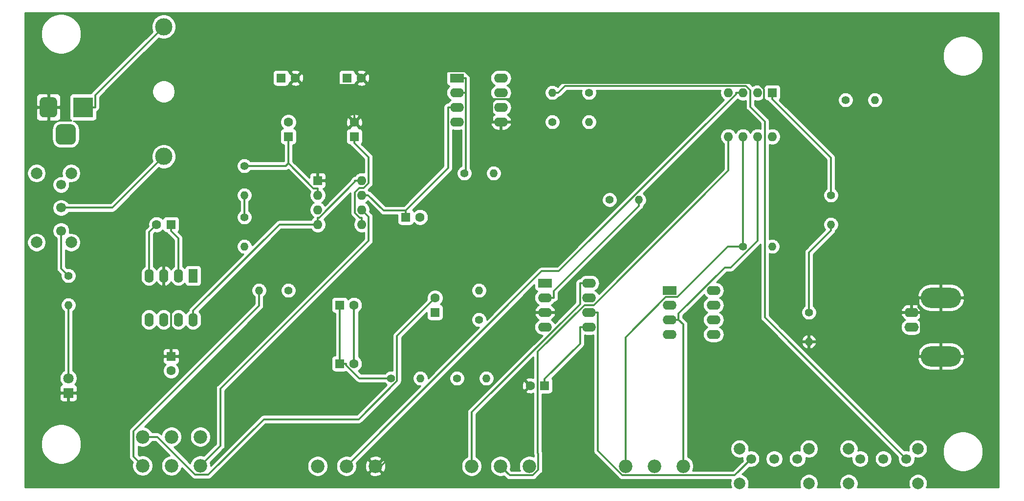
<source format=gbr>
G04 #@! TF.GenerationSoftware,KiCad,Pcbnew,(5.1.5)-3*
G04 #@! TF.CreationDate,2020-06-19T21:21:12-03:00*
G04 #@! TF.ProjectId,gerador_de_funcoes,67657261-646f-4725-9f64-655f66756e63,rev?*
G04 #@! TF.SameCoordinates,Original*
G04 #@! TF.FileFunction,Copper,L2,Bot*
G04 #@! TF.FilePolarity,Positive*
%FSLAX46Y46*%
G04 Gerber Fmt 4.6, Leading zero omitted, Abs format (unit mm)*
G04 Created by KiCad (PCBNEW (5.1.5)-3) date 2020-06-19 21:21:12*
%MOMM*%
%LPD*%
G04 APERTURE LIST*
%ADD10R,1.600000X1.600000*%
%ADD11C,1.600000*%
%ADD12R,1.800000X1.800000*%
%ADD13C,1.800000*%
%ADD14C,3.000000*%
%ADD15R,3.500000X3.500000*%
%ADD16C,0.100000*%
%ADD17O,7.000000X3.500000*%
%ADD18O,2.500000X1.600000*%
%ADD19O,1.400000X1.400000*%
%ADD20C,1.400000*%
%ADD21C,2.340000*%
%ADD22C,1.700000*%
%ADD23C,2.000000*%
%ADD24O,1.600000X1.600000*%
%ADD25O,2.400000X1.600000*%
%ADD26R,2.400000X1.600000*%
%ADD27R,1.600000X2.400000*%
%ADD28O,1.600000X2.400000*%
%ADD29C,0.300000*%
%ADD30C,0.254000*%
G04 APERTURE END LIST*
D10*
X111760000Y-82550000D03*
D11*
X111760000Y-80050000D03*
X100330000Y-80050000D03*
D10*
X100330000Y-82550000D03*
D11*
X112990000Y-72390000D03*
D10*
X110490000Y-72390000D03*
X99060000Y-72390000D03*
D11*
X101560000Y-72390000D03*
D10*
X120650000Y-96520000D03*
D11*
X123150000Y-96520000D03*
X125730000Y-110530000D03*
D10*
X125730000Y-113030000D03*
X144740000Y-125730000D03*
D11*
X142240000Y-125730000D03*
X111720000Y-121920000D03*
D10*
X109220000Y-121920000D03*
X109220000Y-111760000D03*
D11*
X111720000Y-111760000D03*
X77510000Y-97790000D03*
D10*
X80010000Y-97790000D03*
X80010000Y-120650000D03*
D11*
X80010000Y-123150000D03*
D12*
X62230000Y-127000000D03*
D13*
X62230000Y-124460000D03*
D14*
X78740000Y-86000000D03*
X78740000Y-63500000D03*
D15*
X64770000Y-77470000D03*
G04 #@! TA.AperFunction,ComponentPad*
D16*
G36*
X59593513Y-75723611D02*
G01*
X59666318Y-75734411D01*
X59737714Y-75752295D01*
X59807013Y-75777090D01*
X59873548Y-75808559D01*
X59936678Y-75846398D01*
X59995795Y-75890242D01*
X60050330Y-75939670D01*
X60099758Y-75994205D01*
X60143602Y-76053322D01*
X60181441Y-76116452D01*
X60212910Y-76182987D01*
X60237705Y-76252286D01*
X60255589Y-76323682D01*
X60266389Y-76396487D01*
X60270000Y-76470000D01*
X60270000Y-78470000D01*
X60266389Y-78543513D01*
X60255589Y-78616318D01*
X60237705Y-78687714D01*
X60212910Y-78757013D01*
X60181441Y-78823548D01*
X60143602Y-78886678D01*
X60099758Y-78945795D01*
X60050330Y-79000330D01*
X59995795Y-79049758D01*
X59936678Y-79093602D01*
X59873548Y-79131441D01*
X59807013Y-79162910D01*
X59737714Y-79187705D01*
X59666318Y-79205589D01*
X59593513Y-79216389D01*
X59520000Y-79220000D01*
X58020000Y-79220000D01*
X57946487Y-79216389D01*
X57873682Y-79205589D01*
X57802286Y-79187705D01*
X57732987Y-79162910D01*
X57666452Y-79131441D01*
X57603322Y-79093602D01*
X57544205Y-79049758D01*
X57489670Y-79000330D01*
X57440242Y-78945795D01*
X57396398Y-78886678D01*
X57358559Y-78823548D01*
X57327090Y-78757013D01*
X57302295Y-78687714D01*
X57284411Y-78616318D01*
X57273611Y-78543513D01*
X57270000Y-78470000D01*
X57270000Y-76470000D01*
X57273611Y-76396487D01*
X57284411Y-76323682D01*
X57302295Y-76252286D01*
X57327090Y-76182987D01*
X57358559Y-76116452D01*
X57396398Y-76053322D01*
X57440242Y-75994205D01*
X57489670Y-75939670D01*
X57544205Y-75890242D01*
X57603322Y-75846398D01*
X57666452Y-75808559D01*
X57732987Y-75777090D01*
X57802286Y-75752295D01*
X57873682Y-75734411D01*
X57946487Y-75723611D01*
X58020000Y-75720000D01*
X59520000Y-75720000D01*
X59593513Y-75723611D01*
G37*
G04 #@! TD.AperFunction*
G04 #@! TA.AperFunction,ComponentPad*
G36*
X62730765Y-80424213D02*
G01*
X62815704Y-80436813D01*
X62898999Y-80457677D01*
X62979848Y-80486605D01*
X63057472Y-80523319D01*
X63131124Y-80567464D01*
X63200094Y-80618616D01*
X63263718Y-80676282D01*
X63321384Y-80739906D01*
X63372536Y-80808876D01*
X63416681Y-80882528D01*
X63453395Y-80960152D01*
X63482323Y-81041001D01*
X63503187Y-81124296D01*
X63515787Y-81209235D01*
X63520000Y-81295000D01*
X63520000Y-83045000D01*
X63515787Y-83130765D01*
X63503187Y-83215704D01*
X63482323Y-83298999D01*
X63453395Y-83379848D01*
X63416681Y-83457472D01*
X63372536Y-83531124D01*
X63321384Y-83600094D01*
X63263718Y-83663718D01*
X63200094Y-83721384D01*
X63131124Y-83772536D01*
X63057472Y-83816681D01*
X62979848Y-83853395D01*
X62898999Y-83882323D01*
X62815704Y-83903187D01*
X62730765Y-83915787D01*
X62645000Y-83920000D01*
X60895000Y-83920000D01*
X60809235Y-83915787D01*
X60724296Y-83903187D01*
X60641001Y-83882323D01*
X60560152Y-83853395D01*
X60482528Y-83816681D01*
X60408876Y-83772536D01*
X60339906Y-83721384D01*
X60276282Y-83663718D01*
X60218616Y-83600094D01*
X60167464Y-83531124D01*
X60123319Y-83457472D01*
X60086605Y-83379848D01*
X60057677Y-83298999D01*
X60036813Y-83215704D01*
X60024213Y-83130765D01*
X60020000Y-83045000D01*
X60020000Y-81295000D01*
X60024213Y-81209235D01*
X60036813Y-81124296D01*
X60057677Y-81041001D01*
X60086605Y-80960152D01*
X60123319Y-80882528D01*
X60167464Y-80808876D01*
X60218616Y-80739906D01*
X60276282Y-80676282D01*
X60339906Y-80618616D01*
X60408876Y-80567464D01*
X60482528Y-80523319D01*
X60560152Y-80486605D01*
X60641001Y-80457677D01*
X60724296Y-80436813D01*
X60809235Y-80424213D01*
X60895000Y-80420000D01*
X62645000Y-80420000D01*
X62730765Y-80424213D01*
G37*
G04 #@! TD.AperFunction*
D17*
X213360000Y-110490000D03*
X213360000Y-120650000D03*
D18*
X208280000Y-115570000D03*
X208280000Y-113030000D03*
D19*
X62230000Y-111760000D03*
D20*
X62230000Y-106680000D03*
X100330000Y-109220000D03*
D19*
X95250000Y-109220000D03*
D20*
X92710000Y-96520000D03*
D19*
X92710000Y-101600000D03*
X92710000Y-92710000D03*
D20*
X92710000Y-87630000D03*
X130810000Y-88900000D03*
D19*
X135890000Y-88900000D03*
D20*
X152400000Y-74930000D03*
D19*
X152400000Y-80010000D03*
X146050000Y-74930000D03*
D20*
X146050000Y-80010000D03*
X155985000Y-93525000D03*
D19*
X161065000Y-93525000D03*
X133350000Y-109220000D03*
D20*
X133350000Y-114300000D03*
D19*
X123190000Y-124460000D03*
D20*
X118110000Y-124460000D03*
D19*
X134620000Y-124460000D03*
D20*
X129540000Y-124460000D03*
X196850000Y-76200000D03*
D19*
X201930000Y-76200000D03*
D20*
X194310000Y-92710000D03*
D19*
X194310000Y-97790000D03*
X190500000Y-118110000D03*
D20*
X190500000Y-113030000D03*
X179070000Y-101600000D03*
D19*
X184150000Y-101600000D03*
D21*
X115410000Y-139700000D03*
X110410000Y-139700000D03*
X105410000Y-139700000D03*
X132080000Y-139700000D03*
X137080000Y-139700000D03*
X142080000Y-139700000D03*
X168750000Y-139700000D03*
X163750000Y-139700000D03*
X158750000Y-139700000D03*
X85090000Y-139620000D03*
X80090000Y-139620000D03*
X75090000Y-139620000D03*
X85090000Y-134620000D03*
X80090000Y-134620000D03*
X75090000Y-134620000D03*
D22*
X60960000Y-98900000D03*
X60960000Y-94900000D03*
X60960000Y-90900000D03*
D23*
X56710000Y-88900000D03*
X56710000Y-100900000D03*
X62710000Y-100900000D03*
X62710000Y-88900000D03*
X178500000Y-136680000D03*
X190500000Y-136680000D03*
X190500000Y-142680000D03*
X178500000Y-142680000D03*
D22*
X180500000Y-138430000D03*
X184500000Y-138430000D03*
X188500000Y-138430000D03*
D23*
X197390000Y-136680000D03*
X209390000Y-136680000D03*
X209390000Y-142680000D03*
X197390000Y-142680000D03*
D22*
X199390000Y-138430000D03*
X203390000Y-138430000D03*
X207390000Y-138430000D03*
D10*
X105410000Y-90170000D03*
D24*
X113030000Y-97790000D03*
X105410000Y-92710000D03*
X113030000Y-95250000D03*
X105410000Y-95250000D03*
X113030000Y-92710000D03*
X105410000Y-97790000D03*
X113030000Y-90170000D03*
D25*
X137160000Y-72390000D03*
X129540000Y-80010000D03*
X137160000Y-74930000D03*
X129540000Y-77470000D03*
X137160000Y-77470000D03*
X129540000Y-74930000D03*
X137160000Y-80010000D03*
D26*
X129540000Y-72390000D03*
D25*
X152400000Y-107950000D03*
X144780000Y-115570000D03*
X152400000Y-110490000D03*
X144780000Y-113030000D03*
X152400000Y-113030000D03*
X144780000Y-110490000D03*
X152400000Y-115570000D03*
D26*
X144780000Y-107950000D03*
D27*
X83820000Y-106680000D03*
D28*
X76200000Y-114300000D03*
X81280000Y-106680000D03*
X78740000Y-114300000D03*
X78740000Y-106680000D03*
X81280000Y-114300000D03*
X76200000Y-106680000D03*
X83820000Y-114300000D03*
D24*
X184150000Y-82550000D03*
X176530000Y-74930000D03*
X181610000Y-82550000D03*
X179070000Y-74930000D03*
X179070000Y-82550000D03*
X181610000Y-74930000D03*
X176530000Y-82550000D03*
D10*
X184150000Y-74930000D03*
D26*
X166370000Y-109220000D03*
D25*
X173990000Y-116840000D03*
X166370000Y-111760000D03*
X173990000Y-114300000D03*
X166370000Y-114300000D03*
X173990000Y-111760000D03*
X166370000Y-116840000D03*
X173990000Y-109220000D03*
D29*
X113030000Y-97790000D02*
X113030000Y-96639700D01*
X113030000Y-96639700D02*
X112742000Y-96639700D01*
X112742000Y-96639700D02*
X111871000Y-95768400D01*
X111871000Y-95768400D02*
X111871000Y-92241900D01*
X111871000Y-92241900D02*
X112612000Y-91501400D01*
X112612000Y-91501400D02*
X113351000Y-91501400D01*
X113351000Y-91501400D02*
X114218000Y-90634600D01*
X114218000Y-90634600D02*
X114218000Y-86157800D01*
X114218000Y-86157800D02*
X111760000Y-83700300D01*
X111760000Y-83700300D02*
X111760000Y-82550000D01*
X78740000Y-106680000D02*
X78740000Y-108230300D01*
X78740000Y-108230300D02*
X80010000Y-109500300D01*
X80010000Y-109500300D02*
X80010000Y-120650000D01*
X190500000Y-116040400D02*
X203669300Y-116040400D01*
X203669300Y-116040400D02*
X206679700Y-113030000D01*
X135609700Y-76096400D02*
X140834100Y-76096400D01*
X140834100Y-76096400D02*
X143695500Y-73235000D01*
X143695500Y-73235000D02*
X181594400Y-73235000D01*
X181594400Y-73235000D02*
X182760400Y-74401000D01*
X182760400Y-74401000D02*
X182760400Y-77838800D01*
X182760400Y-77838800D02*
X188777800Y-83856200D01*
X188777800Y-83856200D02*
X188777800Y-114318200D01*
X188777800Y-114318200D02*
X190500000Y-116040400D01*
X190500000Y-116040400D02*
X190500000Y-117059700D01*
X208280000Y-113030000D02*
X206679700Y-113030000D01*
X135609700Y-76096400D02*
X135609700Y-75938600D01*
X135609700Y-75938600D02*
X130910700Y-71239600D01*
X130910700Y-71239600D02*
X114140400Y-71239600D01*
X114140400Y-71239600D02*
X112990000Y-72390000D01*
X135609700Y-80010000D02*
X135609700Y-76096400D01*
X190500000Y-118110000D02*
X190500000Y-117059700D01*
X144780000Y-113030000D02*
X143040000Y-113030000D01*
X143040000Y-113030000D02*
X116370000Y-139700000D01*
X116370000Y-139700000D02*
X115410000Y-139700000D01*
X111760000Y-73592600D02*
X102762600Y-73592600D01*
X102762600Y-73592600D02*
X101560000Y-72390000D01*
X112990000Y-72390000D02*
X111787400Y-73592600D01*
X111787400Y-73592600D02*
X111760000Y-73592600D01*
X111760000Y-80050000D02*
X111760000Y-73592600D01*
X105410000Y-90170000D02*
X105410000Y-86400000D01*
X105410000Y-86400000D02*
X111760000Y-80050000D01*
X213360000Y-120650000D02*
X209509700Y-120650000D01*
X209509700Y-120650000D02*
X209509700Y-119260300D01*
X209509700Y-119260300D02*
X209880300Y-118889700D01*
X209880300Y-118889700D02*
X209880300Y-113030000D01*
X208280000Y-113030000D02*
X209880300Y-113030000D01*
X213360000Y-110490000D02*
X209509700Y-110490000D01*
X209880300Y-113030000D02*
X209880300Y-112553500D01*
X209880300Y-112553500D02*
X209509700Y-112182900D01*
X209509700Y-112182900D02*
X209509700Y-110490000D01*
X137160000Y-80010000D02*
X135609700Y-80010000D01*
X105410000Y-92710000D02*
X105410000Y-91559700D01*
X105410000Y-91559700D02*
X104691000Y-91559700D01*
X104691000Y-91559700D02*
X100330000Y-87198600D01*
X100330000Y-87198600D02*
X100330000Y-82550000D01*
X100330000Y-87198600D02*
X99898600Y-87630000D01*
X99898600Y-87630000D02*
X92710000Y-87630000D01*
X113030000Y-95250000D02*
X114231000Y-96450800D01*
X114231000Y-96450800D02*
X114231000Y-100601000D01*
X114231000Y-100601000D02*
X88569600Y-126263000D01*
X88569600Y-126263000D02*
X88569600Y-136140000D01*
X88569600Y-136140000D02*
X85090000Y-139620000D01*
X129540000Y-77470000D02*
X127990000Y-77470000D01*
X127990000Y-77470000D02*
X127990000Y-88030000D01*
X127990000Y-88030000D02*
X120650000Y-95369700D01*
X120650000Y-96520000D02*
X120650000Y-95369700D01*
X113030000Y-92710000D02*
X114180000Y-92710000D01*
X114180000Y-92710000D02*
X116840000Y-95369700D01*
X116840000Y-95369700D02*
X120650000Y-95369700D01*
X125730000Y-110530000D02*
X119162000Y-117098000D01*
X119162000Y-117098000D02*
X119162000Y-124910000D01*
X119162000Y-124910000D02*
X112502000Y-131570000D01*
X112502000Y-131570000D02*
X96071500Y-131570000D01*
X96071500Y-131570000D02*
X86479600Y-141162000D01*
X86479600Y-141162000D02*
X84172100Y-141162000D01*
X84172100Y-141162000D02*
X77630200Y-134620000D01*
X77630200Y-134620000D02*
X75090000Y-134620000D01*
X161065000Y-93525000D02*
X161065000Y-94575300D01*
X161065000Y-94575300D02*
X146330000Y-109310000D01*
X146330000Y-109310000D02*
X146330000Y-110490000D01*
X146330000Y-110490000D02*
X144780000Y-110490000D01*
X152400000Y-115570000D02*
X150850000Y-115570000D01*
X150850000Y-115570000D02*
X150850000Y-118470000D01*
X150850000Y-118470000D02*
X144740000Y-124580000D01*
X144740000Y-124580000D02*
X144740000Y-125730000D01*
X111720000Y-121920000D02*
X111720000Y-111760000D01*
X152400000Y-113030000D02*
X153950000Y-113030000D01*
X153950000Y-113030000D02*
X153950000Y-137056000D01*
X153950000Y-137056000D02*
X158157000Y-141263000D01*
X158157000Y-141263000D02*
X177667000Y-141263000D01*
X177667000Y-141263000D02*
X180500000Y-138430000D01*
X109220000Y-111760000D02*
X109220000Y-121920000D01*
X109220000Y-121920000D02*
X110370000Y-121920000D01*
X110370000Y-121920000D02*
X110370000Y-122208000D01*
X110370000Y-122208000D02*
X112623000Y-124460000D01*
X112623000Y-124460000D02*
X118110000Y-124460000D01*
X76200000Y-106680000D02*
X76200000Y-99100000D01*
X76200000Y-99100000D02*
X77510000Y-97790000D01*
X81280000Y-106680000D02*
X81280000Y-100210000D01*
X81280000Y-100210000D02*
X80010000Y-98940300D01*
X80010000Y-98940300D02*
X80010000Y-97790000D01*
X62230000Y-111760000D02*
X62230000Y-124460000D01*
X60960000Y-94900000D02*
X69840000Y-94900000D01*
X69840000Y-94900000D02*
X78740000Y-86000000D01*
X64770000Y-77470000D02*
X66870300Y-77470000D01*
X66870300Y-77470000D02*
X66870300Y-75369700D01*
X66870300Y-75369700D02*
X78740000Y-63500000D01*
X83820000Y-114300000D02*
X83820000Y-112750000D01*
X83820000Y-112750000D02*
X98779700Y-97790000D01*
X98779700Y-97790000D02*
X105410000Y-97790000D01*
X113030000Y-90170000D02*
X111880000Y-90170000D01*
X111880000Y-90170000D02*
X111880000Y-90408300D01*
X111880000Y-90408300D02*
X105648000Y-96639700D01*
X105648000Y-96639700D02*
X105410000Y-96639700D01*
X105410000Y-96639700D02*
X105410000Y-97790000D01*
X62230000Y-106680000D02*
X60960000Y-105410000D01*
X60960000Y-105410000D02*
X60960000Y-98900000D01*
X152400000Y-107950000D02*
X150850000Y-107950000D01*
X150850000Y-107950000D02*
X150850000Y-111591000D01*
X150850000Y-111591000D02*
X132080000Y-130360000D01*
X132080000Y-130360000D02*
X132080000Y-139700000D01*
X75090000Y-139620000D02*
X73535900Y-138066000D01*
X73535900Y-138066000D02*
X73535900Y-133609000D01*
X73535900Y-133609000D02*
X95250000Y-111895000D01*
X95250000Y-111895000D02*
X95250000Y-109220000D01*
X92710000Y-96520000D02*
X92710000Y-92710000D01*
X129540000Y-72390000D02*
X131090000Y-72390000D01*
X131090000Y-72390000D02*
X131090000Y-74930000D01*
X129540000Y-74930000D02*
X131090000Y-74930000D01*
X131090000Y-74930000D02*
X131090000Y-88619700D01*
X131090000Y-88619700D02*
X130810000Y-88900000D01*
X146050000Y-74930000D02*
X147100000Y-74930000D01*
X147100000Y-74930000D02*
X148271000Y-73758900D01*
X148271000Y-73758900D02*
X179565000Y-73758900D01*
X179565000Y-73758900D02*
X180340000Y-74533900D01*
X180340000Y-74533900D02*
X180340000Y-77381900D01*
X180340000Y-77381900D02*
X182880000Y-79921900D01*
X182880000Y-79921900D02*
X182880000Y-113920000D01*
X182880000Y-113920000D02*
X207390000Y-138430000D01*
X194310000Y-97790000D02*
X194310000Y-98840300D01*
X194310000Y-98840300D02*
X190500000Y-102650000D01*
X190500000Y-102650000D02*
X190500000Y-113030000D01*
X184150000Y-74930000D02*
X184150000Y-76080300D01*
X184150000Y-76080300D02*
X194310000Y-86240300D01*
X194310000Y-86240300D02*
X194310000Y-92710000D01*
X179070000Y-82550000D02*
X179070000Y-101600000D01*
X179070000Y-101600000D02*
X176485000Y-101600000D01*
X176485000Y-101600000D02*
X167715000Y-110370000D01*
X167715000Y-110370000D02*
X165724000Y-110370000D01*
X165724000Y-110370000D02*
X158750000Y-117345000D01*
X158750000Y-117345000D02*
X158750000Y-139700000D01*
X179070000Y-74930000D02*
X177920000Y-74930000D01*
X177920000Y-74930000D02*
X177920000Y-75180800D01*
X177920000Y-75180800D02*
X147194000Y-105906000D01*
X147194000Y-105906000D02*
X144204000Y-105906000D01*
X144204000Y-105906000D02*
X110410000Y-139700000D01*
X176530000Y-82550000D02*
X176530000Y-88463100D01*
X176530000Y-88463100D02*
X153233000Y-111760000D01*
X153233000Y-111760000D02*
X151642000Y-111760000D01*
X151642000Y-111760000D02*
X143534000Y-119868000D01*
X143534000Y-119868000D02*
X143534000Y-137432000D01*
X143534000Y-137432000D02*
X143609000Y-137507000D01*
X143609000Y-137507000D02*
X143609000Y-140334000D01*
X143609000Y-140334000D02*
X142669000Y-141274000D01*
X142669000Y-141274000D02*
X138654000Y-141274000D01*
X138654000Y-141274000D02*
X137080000Y-139700000D01*
X181610000Y-82550000D02*
X181610000Y-100582000D01*
X181610000Y-100582000D02*
X176934000Y-105258000D01*
X176934000Y-105258000D02*
X175926000Y-105258000D01*
X175926000Y-105258000D02*
X167920000Y-113263000D01*
X167920000Y-113263000D02*
X167920000Y-114300000D01*
X166370000Y-114300000D02*
X167920000Y-114300000D01*
X167920000Y-114300000D02*
X168750000Y-115130000D01*
X168750000Y-115130000D02*
X168750000Y-139700000D01*
D30*
G36*
X223393000Y-143383000D02*
G01*
X210868519Y-143383000D01*
X210962168Y-143156912D01*
X211025000Y-142841033D01*
X211025000Y-142518967D01*
X210962168Y-142203088D01*
X210838918Y-141905537D01*
X210659987Y-141637748D01*
X210432252Y-141410013D01*
X210164463Y-141231082D01*
X209866912Y-141107832D01*
X209551033Y-141045000D01*
X209228967Y-141045000D01*
X208913088Y-141107832D01*
X208615537Y-141231082D01*
X208347748Y-141410013D01*
X208120013Y-141637748D01*
X207941082Y-141905537D01*
X207817832Y-142203088D01*
X207755000Y-142518967D01*
X207755000Y-142841033D01*
X207817832Y-143156912D01*
X207911481Y-143383000D01*
X198868519Y-143383000D01*
X198962168Y-143156912D01*
X199025000Y-142841033D01*
X199025000Y-142518967D01*
X198962168Y-142203088D01*
X198838918Y-141905537D01*
X198659987Y-141637748D01*
X198432252Y-141410013D01*
X198164463Y-141231082D01*
X197866912Y-141107832D01*
X197551033Y-141045000D01*
X197228967Y-141045000D01*
X196913088Y-141107832D01*
X196615537Y-141231082D01*
X196347748Y-141410013D01*
X196120013Y-141637748D01*
X195941082Y-141905537D01*
X195817832Y-142203088D01*
X195755000Y-142518967D01*
X195755000Y-142841033D01*
X195817832Y-143156912D01*
X195911481Y-143383000D01*
X191978519Y-143383000D01*
X192072168Y-143156912D01*
X192135000Y-142841033D01*
X192135000Y-142518967D01*
X192072168Y-142203088D01*
X191948918Y-141905537D01*
X191769987Y-141637748D01*
X191542252Y-141410013D01*
X191274463Y-141231082D01*
X190976912Y-141107832D01*
X190661033Y-141045000D01*
X190338967Y-141045000D01*
X190023088Y-141107832D01*
X189725537Y-141231082D01*
X189457748Y-141410013D01*
X189230013Y-141637748D01*
X189051082Y-141905537D01*
X188927832Y-142203088D01*
X188865000Y-142518967D01*
X188865000Y-142841033D01*
X188927832Y-143156912D01*
X189021481Y-143383000D01*
X179978519Y-143383000D01*
X180072168Y-143156912D01*
X180135000Y-142841033D01*
X180135000Y-142518967D01*
X180072168Y-142203088D01*
X179948918Y-141905537D01*
X179769987Y-141637748D01*
X179542252Y-141410013D01*
X179274463Y-141231082D01*
X178976912Y-141107832D01*
X178939723Y-141100435D01*
X180163082Y-139877076D01*
X180353740Y-139915000D01*
X180646260Y-139915000D01*
X180933158Y-139857932D01*
X181203411Y-139745990D01*
X181446632Y-139583475D01*
X181653475Y-139376632D01*
X181815990Y-139133411D01*
X181927932Y-138863158D01*
X181985000Y-138576260D01*
X181985000Y-138283740D01*
X183015000Y-138283740D01*
X183015000Y-138576260D01*
X183072068Y-138863158D01*
X183184010Y-139133411D01*
X183346525Y-139376632D01*
X183553368Y-139583475D01*
X183796589Y-139745990D01*
X184066842Y-139857932D01*
X184353740Y-139915000D01*
X184646260Y-139915000D01*
X184933158Y-139857932D01*
X185203411Y-139745990D01*
X185446632Y-139583475D01*
X185653475Y-139376632D01*
X185815990Y-139133411D01*
X185927932Y-138863158D01*
X185985000Y-138576260D01*
X185985000Y-138283740D01*
X187015000Y-138283740D01*
X187015000Y-138576260D01*
X187072068Y-138863158D01*
X187184010Y-139133411D01*
X187346525Y-139376632D01*
X187553368Y-139583475D01*
X187796589Y-139745990D01*
X188066842Y-139857932D01*
X188353740Y-139915000D01*
X188646260Y-139915000D01*
X188933158Y-139857932D01*
X189203411Y-139745990D01*
X189446632Y-139583475D01*
X189653475Y-139376632D01*
X189815990Y-139133411D01*
X189927932Y-138863158D01*
X189985000Y-138576260D01*
X189985000Y-138283740D01*
X189974736Y-138232140D01*
X190023088Y-138252168D01*
X190338967Y-138315000D01*
X190661033Y-138315000D01*
X190976912Y-138252168D01*
X191274463Y-138128918D01*
X191542252Y-137949987D01*
X191769987Y-137722252D01*
X191948918Y-137454463D01*
X192072168Y-137156912D01*
X192135000Y-136841033D01*
X192135000Y-136518967D01*
X195755000Y-136518967D01*
X195755000Y-136841033D01*
X195817832Y-137156912D01*
X195941082Y-137454463D01*
X196120013Y-137722252D01*
X196347748Y-137949987D01*
X196615537Y-138128918D01*
X196913088Y-138252168D01*
X197228967Y-138315000D01*
X197551033Y-138315000D01*
X197866912Y-138252168D01*
X197915264Y-138232140D01*
X197905000Y-138283740D01*
X197905000Y-138576260D01*
X197962068Y-138863158D01*
X198074010Y-139133411D01*
X198236525Y-139376632D01*
X198443368Y-139583475D01*
X198686589Y-139745990D01*
X198956842Y-139857932D01*
X199243740Y-139915000D01*
X199536260Y-139915000D01*
X199823158Y-139857932D01*
X200093411Y-139745990D01*
X200336632Y-139583475D01*
X200543475Y-139376632D01*
X200705990Y-139133411D01*
X200817932Y-138863158D01*
X200875000Y-138576260D01*
X200875000Y-138283740D01*
X201905000Y-138283740D01*
X201905000Y-138576260D01*
X201962068Y-138863158D01*
X202074010Y-139133411D01*
X202236525Y-139376632D01*
X202443368Y-139583475D01*
X202686589Y-139745990D01*
X202956842Y-139857932D01*
X203243740Y-139915000D01*
X203536260Y-139915000D01*
X203823158Y-139857932D01*
X204093411Y-139745990D01*
X204336632Y-139583475D01*
X204543475Y-139376632D01*
X204705990Y-139133411D01*
X204817932Y-138863158D01*
X204875000Y-138576260D01*
X204875000Y-138283740D01*
X204817932Y-137996842D01*
X204705990Y-137726589D01*
X204543475Y-137483368D01*
X204336632Y-137276525D01*
X204093411Y-137114010D01*
X203823158Y-137002068D01*
X203536260Y-136945000D01*
X203243740Y-136945000D01*
X202956842Y-137002068D01*
X202686589Y-137114010D01*
X202443368Y-137276525D01*
X202236525Y-137483368D01*
X202074010Y-137726589D01*
X201962068Y-137996842D01*
X201905000Y-138283740D01*
X200875000Y-138283740D01*
X200817932Y-137996842D01*
X200705990Y-137726589D01*
X200543475Y-137483368D01*
X200336632Y-137276525D01*
X200093411Y-137114010D01*
X199823158Y-137002068D01*
X199536260Y-136945000D01*
X199243740Y-136945000D01*
X198994457Y-136994586D01*
X199025000Y-136841033D01*
X199025000Y-136518967D01*
X198962168Y-136203088D01*
X198838918Y-135905537D01*
X198659987Y-135637748D01*
X198432252Y-135410013D01*
X198164463Y-135231082D01*
X197866912Y-135107832D01*
X197551033Y-135045000D01*
X197228967Y-135045000D01*
X196913088Y-135107832D01*
X196615537Y-135231082D01*
X196347748Y-135410013D01*
X196120013Y-135637748D01*
X195941082Y-135905537D01*
X195817832Y-136203088D01*
X195755000Y-136518967D01*
X192135000Y-136518967D01*
X192072168Y-136203088D01*
X191948918Y-135905537D01*
X191769987Y-135637748D01*
X191542252Y-135410013D01*
X191274463Y-135231082D01*
X190976912Y-135107832D01*
X190661033Y-135045000D01*
X190338967Y-135045000D01*
X190023088Y-135107832D01*
X189725537Y-135231082D01*
X189457748Y-135410013D01*
X189230013Y-135637748D01*
X189051082Y-135905537D01*
X188927832Y-136203088D01*
X188865000Y-136518967D01*
X188865000Y-136841033D01*
X188895543Y-136994586D01*
X188646260Y-136945000D01*
X188353740Y-136945000D01*
X188066842Y-137002068D01*
X187796589Y-137114010D01*
X187553368Y-137276525D01*
X187346525Y-137483368D01*
X187184010Y-137726589D01*
X187072068Y-137996842D01*
X187015000Y-138283740D01*
X185985000Y-138283740D01*
X185927932Y-137996842D01*
X185815990Y-137726589D01*
X185653475Y-137483368D01*
X185446632Y-137276525D01*
X185203411Y-137114010D01*
X184933158Y-137002068D01*
X184646260Y-136945000D01*
X184353740Y-136945000D01*
X184066842Y-137002068D01*
X183796589Y-137114010D01*
X183553368Y-137276525D01*
X183346525Y-137483368D01*
X183184010Y-137726589D01*
X183072068Y-137996842D01*
X183015000Y-138283740D01*
X181985000Y-138283740D01*
X181927932Y-137996842D01*
X181815990Y-137726589D01*
X181653475Y-137483368D01*
X181446632Y-137276525D01*
X181203411Y-137114010D01*
X180933158Y-137002068D01*
X180646260Y-136945000D01*
X180353740Y-136945000D01*
X180104457Y-136994586D01*
X180135000Y-136841033D01*
X180135000Y-136518967D01*
X180072168Y-136203088D01*
X179948918Y-135905537D01*
X179769987Y-135637748D01*
X179542252Y-135410013D01*
X179274463Y-135231082D01*
X178976912Y-135107832D01*
X178661033Y-135045000D01*
X178338967Y-135045000D01*
X178023088Y-135107832D01*
X177725537Y-135231082D01*
X177457748Y-135410013D01*
X177230013Y-135637748D01*
X177051082Y-135905537D01*
X176927832Y-136203088D01*
X176865000Y-136518967D01*
X176865000Y-136841033D01*
X176927832Y-137156912D01*
X177051082Y-137454463D01*
X177230013Y-137722252D01*
X177457748Y-137949987D01*
X177725537Y-138128918D01*
X178023088Y-138252168D01*
X178338967Y-138315000D01*
X178661033Y-138315000D01*
X178976912Y-138252168D01*
X179025264Y-138232140D01*
X179015000Y-138283740D01*
X179015000Y-138576260D01*
X179052924Y-138766918D01*
X177341843Y-140478000D01*
X170381460Y-140478000D01*
X170485635Y-140226499D01*
X170555000Y-139877777D01*
X170555000Y-139522223D01*
X170485635Y-139173501D01*
X170349571Y-138845012D01*
X170152035Y-138549379D01*
X169900621Y-138297965D01*
X169604988Y-138100429D01*
X169535000Y-138071439D01*
X169535000Y-115168552D01*
X169538797Y-115129999D01*
X169535000Y-115091446D01*
X169535000Y-115091439D01*
X169523641Y-114976113D01*
X169478754Y-114828140D01*
X169405862Y-114691767D01*
X169307764Y-114572236D01*
X169277817Y-114547659D01*
X168705000Y-113974843D01*
X168705000Y-113588185D01*
X172349782Y-109943859D01*
X172391068Y-110021101D01*
X172570392Y-110239608D01*
X172788899Y-110418932D01*
X172921858Y-110490000D01*
X172788899Y-110561068D01*
X172570392Y-110740392D01*
X172391068Y-110958899D01*
X172257818Y-111208192D01*
X172175764Y-111478691D01*
X172148057Y-111760000D01*
X172175764Y-112041309D01*
X172257818Y-112311808D01*
X172391068Y-112561101D01*
X172570392Y-112779608D01*
X172788899Y-112958932D01*
X172921858Y-113030000D01*
X172788899Y-113101068D01*
X172570392Y-113280392D01*
X172391068Y-113498899D01*
X172257818Y-113748192D01*
X172175764Y-114018691D01*
X172148057Y-114300000D01*
X172175764Y-114581309D01*
X172257818Y-114851808D01*
X172391068Y-115101101D01*
X172570392Y-115319608D01*
X172788899Y-115498932D01*
X172921858Y-115570000D01*
X172788899Y-115641068D01*
X172570392Y-115820392D01*
X172391068Y-116038899D01*
X172257818Y-116288192D01*
X172175764Y-116558691D01*
X172148057Y-116840000D01*
X172175764Y-117121309D01*
X172257818Y-117391808D01*
X172391068Y-117641101D01*
X172570392Y-117859608D01*
X172788899Y-118038932D01*
X173038192Y-118172182D01*
X173308691Y-118254236D01*
X173519508Y-118275000D01*
X174460492Y-118275000D01*
X174671309Y-118254236D01*
X174941808Y-118172182D01*
X175191101Y-118038932D01*
X175409608Y-117859608D01*
X175588932Y-117641101D01*
X175722182Y-117391808D01*
X175804236Y-117121309D01*
X175831943Y-116840000D01*
X175804236Y-116558691D01*
X175722182Y-116288192D01*
X175588932Y-116038899D01*
X175409608Y-115820392D01*
X175191101Y-115641068D01*
X175058142Y-115570000D01*
X175191101Y-115498932D01*
X175409608Y-115319608D01*
X175588932Y-115101101D01*
X175722182Y-114851808D01*
X175804236Y-114581309D01*
X175831943Y-114300000D01*
X175804236Y-114018691D01*
X175722182Y-113748192D01*
X175588932Y-113498899D01*
X175409608Y-113280392D01*
X175191101Y-113101068D01*
X175058142Y-113030000D01*
X175191101Y-112958932D01*
X175409608Y-112779608D01*
X175588932Y-112561101D01*
X175722182Y-112311808D01*
X175804236Y-112041309D01*
X175831943Y-111760000D01*
X175804236Y-111478691D01*
X175722182Y-111208192D01*
X175588932Y-110958899D01*
X175409608Y-110740392D01*
X175191101Y-110561068D01*
X175058142Y-110490000D01*
X175191101Y-110418932D01*
X175409608Y-110239608D01*
X175588932Y-110021101D01*
X175722182Y-109771808D01*
X175804236Y-109501309D01*
X175831943Y-109220000D01*
X175804236Y-108938691D01*
X175722182Y-108668192D01*
X175588932Y-108418899D01*
X175409608Y-108200392D01*
X175191101Y-108021068D01*
X174941808Y-107887818D01*
X174671309Y-107805764D01*
X174504569Y-107789341D01*
X176251129Y-106043000D01*
X176895447Y-106043000D01*
X176934000Y-106046797D01*
X176972553Y-106043000D01*
X176972561Y-106043000D01*
X177087887Y-106031641D01*
X177235860Y-105986754D01*
X177372233Y-105913862D01*
X177491764Y-105815764D01*
X177516347Y-105785810D01*
X182095001Y-101207156D01*
X182095001Y-113881437D01*
X182091203Y-113920000D01*
X182106359Y-114073886D01*
X182151246Y-114221859D01*
X182182956Y-114281185D01*
X182224139Y-114358233D01*
X182229693Y-114365000D01*
X182297655Y-114447812D01*
X182297659Y-114447816D01*
X182322237Y-114477764D01*
X182352185Y-114502342D01*
X205942924Y-138093082D01*
X205905000Y-138283740D01*
X205905000Y-138576260D01*
X205962068Y-138863158D01*
X206074010Y-139133411D01*
X206236525Y-139376632D01*
X206443368Y-139583475D01*
X206686589Y-139745990D01*
X206956842Y-139857932D01*
X207243740Y-139915000D01*
X207536260Y-139915000D01*
X207823158Y-139857932D01*
X208093411Y-139745990D01*
X208336632Y-139583475D01*
X208543475Y-139376632D01*
X208705990Y-139133411D01*
X208817932Y-138863158D01*
X208875000Y-138576260D01*
X208875000Y-138283740D01*
X208864736Y-138232140D01*
X208913088Y-138252168D01*
X209228967Y-138315000D01*
X209551033Y-138315000D01*
X209866912Y-138252168D01*
X210164463Y-138128918D01*
X210432252Y-137949987D01*
X210659987Y-137722252D01*
X210838918Y-137454463D01*
X210962168Y-137156912D01*
X211025000Y-136841033D01*
X211025000Y-136814999D01*
X213667143Y-136814999D01*
X213667143Y-137505001D01*
X213801756Y-138181746D01*
X214065808Y-138819225D01*
X214449153Y-139392941D01*
X214937059Y-139880847D01*
X215510775Y-140264192D01*
X216148254Y-140528244D01*
X216824999Y-140662857D01*
X217515001Y-140662857D01*
X218191746Y-140528244D01*
X218829225Y-140264192D01*
X219402941Y-139880847D01*
X219890847Y-139392941D01*
X220274192Y-138819225D01*
X220538244Y-138181746D01*
X220672857Y-137505001D01*
X220672857Y-136814999D01*
X220538244Y-136138254D01*
X220274192Y-135500775D01*
X219890847Y-134927059D01*
X219402941Y-134439153D01*
X218829225Y-134055808D01*
X218191746Y-133791756D01*
X217515001Y-133657143D01*
X216824999Y-133657143D01*
X216148254Y-133791756D01*
X215510775Y-134055808D01*
X214937059Y-134439153D01*
X214449153Y-134927059D01*
X214065808Y-135500775D01*
X213801756Y-136138254D01*
X213667143Y-136814999D01*
X211025000Y-136814999D01*
X211025000Y-136518967D01*
X210962168Y-136203088D01*
X210838918Y-135905537D01*
X210659987Y-135637748D01*
X210432252Y-135410013D01*
X210164463Y-135231082D01*
X209866912Y-135107832D01*
X209551033Y-135045000D01*
X209228967Y-135045000D01*
X208913088Y-135107832D01*
X208615537Y-135231082D01*
X208347748Y-135410013D01*
X208120013Y-135637748D01*
X207941082Y-135905537D01*
X207817832Y-136203088D01*
X207755000Y-136518967D01*
X207755000Y-136841033D01*
X207785543Y-136994586D01*
X207536260Y-136945000D01*
X207243740Y-136945000D01*
X207053082Y-136982924D01*
X191218161Y-121148003D01*
X209277573Y-121148003D01*
X209357947Y-121445368D01*
X209556388Y-121869439D01*
X209833748Y-122246648D01*
X210179369Y-122562498D01*
X210579968Y-122804852D01*
X211020150Y-122964396D01*
X211483000Y-123035000D01*
X213233000Y-123035000D01*
X213233000Y-120777000D01*
X213487000Y-120777000D01*
X213487000Y-123035000D01*
X215237000Y-123035000D01*
X215699850Y-122964396D01*
X216140032Y-122804852D01*
X216540631Y-122562498D01*
X216886252Y-122246648D01*
X217163612Y-121869439D01*
X217362053Y-121445368D01*
X217442427Y-121148003D01*
X217332625Y-120777000D01*
X213487000Y-120777000D01*
X213233000Y-120777000D01*
X209387375Y-120777000D01*
X209277573Y-121148003D01*
X191218161Y-121148003D01*
X190222155Y-120151997D01*
X209277573Y-120151997D01*
X209387375Y-120523000D01*
X213233000Y-120523000D01*
X213233000Y-118265000D01*
X213487000Y-118265000D01*
X213487000Y-120523000D01*
X217332625Y-120523000D01*
X217442427Y-120151997D01*
X217362053Y-119854632D01*
X217163612Y-119430561D01*
X216886252Y-119053352D01*
X216540631Y-118737502D01*
X216140032Y-118495148D01*
X215699850Y-118335604D01*
X215237000Y-118265000D01*
X213487000Y-118265000D01*
X213233000Y-118265000D01*
X211483000Y-118265000D01*
X211020150Y-118335604D01*
X210579968Y-118495148D01*
X210179369Y-118737502D01*
X209833748Y-119053352D01*
X209556388Y-119430561D01*
X209357947Y-119854632D01*
X209277573Y-120151997D01*
X190222155Y-120151997D01*
X188513488Y-118443330D01*
X189207278Y-118443330D01*
X189297147Y-118689123D01*
X189433241Y-118912660D01*
X189610330Y-119105351D01*
X189821608Y-119259792D01*
X190058956Y-119370047D01*
X190166671Y-119402716D01*
X190373000Y-119279374D01*
X190373000Y-118237000D01*
X190627000Y-118237000D01*
X190627000Y-119279374D01*
X190833329Y-119402716D01*
X190941044Y-119370047D01*
X191178392Y-119259792D01*
X191389670Y-119105351D01*
X191566759Y-118912660D01*
X191702853Y-118689123D01*
X191792722Y-118443330D01*
X191670201Y-118237000D01*
X190627000Y-118237000D01*
X190373000Y-118237000D01*
X189329799Y-118237000D01*
X189207278Y-118443330D01*
X188513488Y-118443330D01*
X187846828Y-117776670D01*
X189207278Y-117776670D01*
X189329799Y-117983000D01*
X190373000Y-117983000D01*
X190373000Y-116940626D01*
X190627000Y-116940626D01*
X190627000Y-117983000D01*
X191670201Y-117983000D01*
X191792722Y-117776670D01*
X191702853Y-117530877D01*
X191566759Y-117307340D01*
X191389670Y-117114649D01*
X191178392Y-116960208D01*
X190941044Y-116849953D01*
X190833329Y-116817284D01*
X190627000Y-116940626D01*
X190373000Y-116940626D01*
X190166671Y-116817284D01*
X190058956Y-116849953D01*
X189821608Y-116960208D01*
X189610330Y-117114649D01*
X189433241Y-117307340D01*
X189297147Y-117530877D01*
X189207278Y-117776670D01*
X187846828Y-117776670D01*
X185640158Y-115570000D01*
X206388057Y-115570000D01*
X206415764Y-115851309D01*
X206497818Y-116121808D01*
X206631068Y-116371101D01*
X206810392Y-116589608D01*
X207028899Y-116768932D01*
X207278192Y-116902182D01*
X207548691Y-116984236D01*
X207759508Y-117005000D01*
X208800492Y-117005000D01*
X209011309Y-116984236D01*
X209281808Y-116902182D01*
X209531101Y-116768932D01*
X209749608Y-116589608D01*
X209928932Y-116371101D01*
X210062182Y-116121808D01*
X210144236Y-115851309D01*
X210171943Y-115570000D01*
X210144236Y-115288691D01*
X210062182Y-115018192D01*
X209928932Y-114768899D01*
X209749608Y-114550392D01*
X209531101Y-114371068D01*
X209403259Y-114302735D01*
X209632839Y-114152601D01*
X209834500Y-113954895D01*
X209993715Y-113721646D01*
X210104367Y-113461818D01*
X210121904Y-113379039D01*
X209999915Y-113157000D01*
X208407000Y-113157000D01*
X208407000Y-113177000D01*
X208153000Y-113177000D01*
X208153000Y-113157000D01*
X206560085Y-113157000D01*
X206438096Y-113379039D01*
X206455633Y-113461818D01*
X206566285Y-113721646D01*
X206725500Y-113954895D01*
X206927161Y-114152601D01*
X207156741Y-114302735D01*
X207028899Y-114371068D01*
X206810392Y-114550392D01*
X206631068Y-114768899D01*
X206497818Y-115018192D01*
X206415764Y-115288691D01*
X206388057Y-115570000D01*
X185640158Y-115570000D01*
X183665000Y-113594843D01*
X183665000Y-112898514D01*
X189165000Y-112898514D01*
X189165000Y-113161486D01*
X189216304Y-113419405D01*
X189316939Y-113662359D01*
X189463038Y-113881013D01*
X189648987Y-114066962D01*
X189867641Y-114213061D01*
X190110595Y-114313696D01*
X190368514Y-114365000D01*
X190631486Y-114365000D01*
X190889405Y-114313696D01*
X191132359Y-114213061D01*
X191351013Y-114066962D01*
X191536962Y-113881013D01*
X191683061Y-113662359D01*
X191783696Y-113419405D01*
X191835000Y-113161486D01*
X191835000Y-112898514D01*
X191791726Y-112680961D01*
X206438096Y-112680961D01*
X206560085Y-112903000D01*
X208153000Y-112903000D01*
X208153000Y-111595000D01*
X208407000Y-111595000D01*
X208407000Y-112903000D01*
X209999915Y-112903000D01*
X210121904Y-112680961D01*
X210104367Y-112598182D01*
X209993715Y-112338354D01*
X209834500Y-112105105D01*
X209632839Y-111907399D01*
X209396483Y-111752834D01*
X209134514Y-111647350D01*
X208857000Y-111595000D01*
X208407000Y-111595000D01*
X208153000Y-111595000D01*
X207703000Y-111595000D01*
X207425486Y-111647350D01*
X207163517Y-111752834D01*
X206927161Y-111907399D01*
X206725500Y-112105105D01*
X206566285Y-112338354D01*
X206455633Y-112598182D01*
X206438096Y-112680961D01*
X191791726Y-112680961D01*
X191783696Y-112640595D01*
X191683061Y-112397641D01*
X191536962Y-112178987D01*
X191351013Y-111993038D01*
X191285000Y-111948930D01*
X191285000Y-110988003D01*
X209277573Y-110988003D01*
X209357947Y-111285368D01*
X209556388Y-111709439D01*
X209833748Y-112086648D01*
X210179369Y-112402498D01*
X210579968Y-112644852D01*
X211020150Y-112804396D01*
X211483000Y-112875000D01*
X213233000Y-112875000D01*
X213233000Y-110617000D01*
X213487000Y-110617000D01*
X213487000Y-112875000D01*
X215237000Y-112875000D01*
X215699850Y-112804396D01*
X216140032Y-112644852D01*
X216540631Y-112402498D01*
X216886252Y-112086648D01*
X217163612Y-111709439D01*
X217362053Y-111285368D01*
X217442427Y-110988003D01*
X217332625Y-110617000D01*
X213487000Y-110617000D01*
X213233000Y-110617000D01*
X209387375Y-110617000D01*
X209277573Y-110988003D01*
X191285000Y-110988003D01*
X191285000Y-109991997D01*
X209277573Y-109991997D01*
X209387375Y-110363000D01*
X213233000Y-110363000D01*
X213233000Y-108105000D01*
X213487000Y-108105000D01*
X213487000Y-110363000D01*
X217332625Y-110363000D01*
X217442427Y-109991997D01*
X217362053Y-109694632D01*
X217163612Y-109270561D01*
X216886252Y-108893352D01*
X216540631Y-108577502D01*
X216140032Y-108335148D01*
X215699850Y-108175604D01*
X215237000Y-108105000D01*
X213487000Y-108105000D01*
X213233000Y-108105000D01*
X211483000Y-108105000D01*
X211020150Y-108175604D01*
X210579968Y-108335148D01*
X210179369Y-108577502D01*
X209833748Y-108893352D01*
X209556388Y-109270561D01*
X209357947Y-109694632D01*
X209277573Y-109991997D01*
X191285000Y-109991997D01*
X191285000Y-102975175D01*
X194837803Y-99422653D01*
X194867764Y-99398064D01*
X194925403Y-99327832D01*
X194965844Y-99278558D01*
X194965849Y-99278549D01*
X194965862Y-99278533D01*
X195007384Y-99200849D01*
X195038742Y-99142189D01*
X195038747Y-99142174D01*
X195038754Y-99142160D01*
X195057646Y-99079882D01*
X195083636Y-98994218D01*
X195083638Y-98994197D01*
X195083641Y-98994187D01*
X195091116Y-98918298D01*
X195095823Y-98870520D01*
X195161013Y-98826962D01*
X195346962Y-98641013D01*
X195493061Y-98422359D01*
X195593696Y-98179405D01*
X195645000Y-97921486D01*
X195645000Y-97658514D01*
X195593696Y-97400595D01*
X195493061Y-97157641D01*
X195346962Y-96938987D01*
X195161013Y-96753038D01*
X194942359Y-96606939D01*
X194699405Y-96506304D01*
X194441486Y-96455000D01*
X194178514Y-96455000D01*
X193920595Y-96506304D01*
X193677641Y-96606939D01*
X193458987Y-96753038D01*
X193273038Y-96938987D01*
X193126939Y-97157641D01*
X193026304Y-97400595D01*
X192975000Y-97658514D01*
X192975000Y-97921486D01*
X193026304Y-98179405D01*
X193126939Y-98422359D01*
X193273038Y-98641013D01*
X193336067Y-98704042D01*
X189972203Y-102067643D01*
X189942236Y-102092236D01*
X189888458Y-102157764D01*
X189844156Y-102211742D01*
X189844150Y-102211754D01*
X189844138Y-102211768D01*
X189804820Y-102285328D01*
X189771258Y-102348112D01*
X189771253Y-102348127D01*
X189771246Y-102348141D01*
X189749494Y-102419849D01*
X189726365Y-102496083D01*
X189726363Y-102496100D01*
X189726359Y-102496114D01*
X189717508Y-102585977D01*
X189711203Y-102649969D01*
X189715000Y-102688540D01*
X189715001Y-111948929D01*
X189648987Y-111993038D01*
X189463038Y-112178987D01*
X189316939Y-112397641D01*
X189216304Y-112640595D01*
X189165000Y-112898514D01*
X183665000Y-112898514D01*
X183665000Y-102844099D01*
X183760595Y-102883696D01*
X184018514Y-102935000D01*
X184281486Y-102935000D01*
X184539405Y-102883696D01*
X184782359Y-102783061D01*
X185001013Y-102636962D01*
X185186962Y-102451013D01*
X185333061Y-102232359D01*
X185433696Y-101989405D01*
X185485000Y-101731486D01*
X185485000Y-101468514D01*
X185433696Y-101210595D01*
X185333061Y-100967641D01*
X185186962Y-100748987D01*
X185001013Y-100563038D01*
X184782359Y-100416939D01*
X184539405Y-100316304D01*
X184281486Y-100265000D01*
X184018514Y-100265000D01*
X183760595Y-100316304D01*
X183665000Y-100355901D01*
X183665000Y-83902338D01*
X183731426Y-83929853D01*
X184008665Y-83985000D01*
X184291335Y-83985000D01*
X184568574Y-83929853D01*
X184829727Y-83821680D01*
X185064759Y-83664637D01*
X185264637Y-83464759D01*
X185421680Y-83229727D01*
X185529853Y-82968574D01*
X185585000Y-82691335D01*
X185585000Y-82408665D01*
X185529853Y-82131426D01*
X185421680Y-81870273D01*
X185264637Y-81635241D01*
X185064759Y-81435363D01*
X184829727Y-81278320D01*
X184568574Y-81170147D01*
X184291335Y-81115000D01*
X184008665Y-81115000D01*
X183731426Y-81170147D01*
X183665000Y-81197662D01*
X183665000Y-79960452D01*
X183668797Y-79921899D01*
X183665000Y-79883346D01*
X183665000Y-79883339D01*
X183653641Y-79768013D01*
X183608754Y-79620040D01*
X183535862Y-79483667D01*
X183437764Y-79364136D01*
X183407817Y-79339559D01*
X181125000Y-77056743D01*
X181125000Y-76282338D01*
X181191426Y-76309853D01*
X181468665Y-76365000D01*
X181751335Y-76365000D01*
X182028574Y-76309853D01*
X182289727Y-76201680D01*
X182524759Y-76044637D01*
X182723357Y-75846039D01*
X182724188Y-75854482D01*
X182760498Y-75974180D01*
X182819463Y-76084494D01*
X182898815Y-76181185D01*
X182995506Y-76260537D01*
X183105820Y-76319502D01*
X183225518Y-76355812D01*
X183350000Y-76368072D01*
X183416973Y-76368072D01*
X183421246Y-76382159D01*
X183421247Y-76382160D01*
X183494139Y-76518533D01*
X183534690Y-76567944D01*
X183567655Y-76608112D01*
X183567659Y-76608116D01*
X183592237Y-76638064D01*
X183622185Y-76662642D01*
X193525000Y-86565457D01*
X193525001Y-91628929D01*
X193458987Y-91673038D01*
X193273038Y-91858987D01*
X193126939Y-92077641D01*
X193026304Y-92320595D01*
X192975000Y-92578514D01*
X192975000Y-92841486D01*
X193026304Y-93099405D01*
X193126939Y-93342359D01*
X193273038Y-93561013D01*
X193458987Y-93746962D01*
X193677641Y-93893061D01*
X193920595Y-93993696D01*
X194178514Y-94045000D01*
X194441486Y-94045000D01*
X194699405Y-93993696D01*
X194942359Y-93893061D01*
X195161013Y-93746962D01*
X195346962Y-93561013D01*
X195493061Y-93342359D01*
X195593696Y-93099405D01*
X195645000Y-92841486D01*
X195645000Y-92578514D01*
X195593696Y-92320595D01*
X195493061Y-92077641D01*
X195346962Y-91858987D01*
X195161013Y-91673038D01*
X195095000Y-91628930D01*
X195095000Y-86278856D01*
X195098797Y-86240300D01*
X195095000Y-86201740D01*
X195095000Y-86201739D01*
X195090287Y-86153887D01*
X195083642Y-86086413D01*
X195038754Y-85938440D01*
X194994617Y-85855865D01*
X194965862Y-85802067D01*
X194867764Y-85682536D01*
X194837811Y-85657954D01*
X185379137Y-76199280D01*
X185401185Y-76181185D01*
X185480537Y-76084494D01*
X185489078Y-76068514D01*
X195515000Y-76068514D01*
X195515000Y-76331486D01*
X195566304Y-76589405D01*
X195666939Y-76832359D01*
X195813038Y-77051013D01*
X195998987Y-77236962D01*
X196217641Y-77383061D01*
X196460595Y-77483696D01*
X196718514Y-77535000D01*
X196981486Y-77535000D01*
X197239405Y-77483696D01*
X197482359Y-77383061D01*
X197701013Y-77236962D01*
X197886962Y-77051013D01*
X198033061Y-76832359D01*
X198133696Y-76589405D01*
X198185000Y-76331486D01*
X198185000Y-76068514D01*
X200595000Y-76068514D01*
X200595000Y-76331486D01*
X200646304Y-76589405D01*
X200746939Y-76832359D01*
X200893038Y-77051013D01*
X201078987Y-77236962D01*
X201297641Y-77383061D01*
X201540595Y-77483696D01*
X201798514Y-77535000D01*
X202061486Y-77535000D01*
X202319405Y-77483696D01*
X202562359Y-77383061D01*
X202781013Y-77236962D01*
X202966962Y-77051013D01*
X203113061Y-76832359D01*
X203213696Y-76589405D01*
X203265000Y-76331486D01*
X203265000Y-76068514D01*
X203213696Y-75810595D01*
X203113061Y-75567641D01*
X202966962Y-75348987D01*
X202781013Y-75163038D01*
X202562359Y-75016939D01*
X202319405Y-74916304D01*
X202061486Y-74865000D01*
X201798514Y-74865000D01*
X201540595Y-74916304D01*
X201297641Y-75016939D01*
X201078987Y-75163038D01*
X200893038Y-75348987D01*
X200746939Y-75567641D01*
X200646304Y-75810595D01*
X200595000Y-76068514D01*
X198185000Y-76068514D01*
X198133696Y-75810595D01*
X198033061Y-75567641D01*
X197886962Y-75348987D01*
X197701013Y-75163038D01*
X197482359Y-75016939D01*
X197239405Y-74916304D01*
X196981486Y-74865000D01*
X196718514Y-74865000D01*
X196460595Y-74916304D01*
X196217641Y-75016939D01*
X195998987Y-75163038D01*
X195813038Y-75348987D01*
X195666939Y-75567641D01*
X195566304Y-75810595D01*
X195515000Y-76068514D01*
X185489078Y-76068514D01*
X185539502Y-75974180D01*
X185575812Y-75854482D01*
X185588072Y-75730000D01*
X185588072Y-74130000D01*
X185575812Y-74005518D01*
X185539502Y-73885820D01*
X185480537Y-73775506D01*
X185401185Y-73678815D01*
X185304494Y-73599463D01*
X185194180Y-73540498D01*
X185074482Y-73504188D01*
X184950000Y-73491928D01*
X183350000Y-73491928D01*
X183225518Y-73504188D01*
X183105820Y-73540498D01*
X182995506Y-73599463D01*
X182898815Y-73678815D01*
X182819463Y-73775506D01*
X182760498Y-73885820D01*
X182724188Y-74005518D01*
X182723357Y-74013961D01*
X182524759Y-73815363D01*
X182289727Y-73658320D01*
X182028574Y-73550147D01*
X181751335Y-73495000D01*
X181468665Y-73495000D01*
X181191426Y-73550147D01*
X180930273Y-73658320D01*
X180717049Y-73800792D01*
X180147347Y-73231090D01*
X180122764Y-73201136D01*
X180003233Y-73103038D01*
X179866860Y-73030146D01*
X179718887Y-72985259D01*
X179603561Y-72973900D01*
X179603553Y-72973900D01*
X179565000Y-72970103D01*
X179526447Y-72973900D01*
X148309537Y-72973900D01*
X148270966Y-72970103D01*
X148200964Y-72977000D01*
X148117113Y-72985259D01*
X148117100Y-72985263D01*
X148117080Y-72985265D01*
X148039066Y-73008934D01*
X147969140Y-73030146D01*
X147969124Y-73030154D01*
X147969109Y-73030159D01*
X147912528Y-73060405D01*
X147832767Y-73103038D01*
X147832749Y-73103052D01*
X147832739Y-73103058D01*
X147777081Y-73148739D01*
X147713236Y-73201136D01*
X147688645Y-73231099D01*
X146963891Y-73955916D01*
X146901013Y-73893038D01*
X146682359Y-73746939D01*
X146439405Y-73646304D01*
X146181486Y-73595000D01*
X145918514Y-73595000D01*
X145660595Y-73646304D01*
X145417641Y-73746939D01*
X145198987Y-73893038D01*
X145013038Y-74078987D01*
X144866939Y-74297641D01*
X144766304Y-74540595D01*
X144715000Y-74798514D01*
X144715000Y-75061486D01*
X144766304Y-75319405D01*
X144866939Y-75562359D01*
X145013038Y-75781013D01*
X145198987Y-75966962D01*
X145417641Y-76113061D01*
X145660595Y-76213696D01*
X145918514Y-76265000D01*
X146181486Y-76265000D01*
X146439405Y-76213696D01*
X146682359Y-76113061D01*
X146901013Y-75966962D01*
X147086962Y-75781013D01*
X147130542Y-75715791D01*
X147167030Y-75712196D01*
X147253887Y-75703641D01*
X147253901Y-75703637D01*
X147253919Y-75703635D01*
X147326032Y-75681756D01*
X147401860Y-75658754D01*
X147401877Y-75658745D01*
X147401890Y-75658741D01*
X147449998Y-75633024D01*
X147538233Y-75585862D01*
X147538252Y-75585846D01*
X147538260Y-75585842D01*
X147578587Y-75552744D01*
X147657764Y-75487764D01*
X147682359Y-75457796D01*
X148596178Y-74543900D01*
X151115647Y-74543900D01*
X151065000Y-74798514D01*
X151065000Y-75061486D01*
X151116304Y-75319405D01*
X151216939Y-75562359D01*
X151363038Y-75781013D01*
X151548987Y-75966962D01*
X151767641Y-76113061D01*
X152010595Y-76213696D01*
X152268514Y-76265000D01*
X152531486Y-76265000D01*
X152789405Y-76213696D01*
X153032359Y-76113061D01*
X153251013Y-75966962D01*
X153436962Y-75781013D01*
X153583061Y-75562359D01*
X153683696Y-75319405D01*
X153735000Y-75061486D01*
X153735000Y-74798514D01*
X153684353Y-74543900D01*
X175143687Y-74543900D01*
X175095000Y-74788665D01*
X175095000Y-75071335D01*
X175150147Y-75348574D01*
X175258320Y-75609727D01*
X175415363Y-75844759D01*
X175615241Y-76044637D01*
X175813496Y-76177106D01*
X146868850Y-105121000D01*
X144242552Y-105121000D01*
X144203999Y-105117203D01*
X144165446Y-105121000D01*
X144165439Y-105121000D01*
X144064490Y-105130943D01*
X144050112Y-105132359D01*
X143907896Y-105175500D01*
X143902140Y-105177246D01*
X143765767Y-105250138D01*
X143705559Y-105299550D01*
X143676187Y-105323655D01*
X143676184Y-105323658D01*
X143646236Y-105348236D01*
X143621658Y-105378184D01*
X134685000Y-114314842D01*
X134685000Y-114168514D01*
X134633696Y-113910595D01*
X134533061Y-113667641D01*
X134386962Y-113448987D01*
X134201013Y-113263038D01*
X133982359Y-113116939D01*
X133739405Y-113016304D01*
X133481486Y-112965000D01*
X133218514Y-112965000D01*
X132960595Y-113016304D01*
X132717641Y-113116939D01*
X132498987Y-113263038D01*
X132313038Y-113448987D01*
X132166939Y-113667641D01*
X132066304Y-113910595D01*
X132015000Y-114168514D01*
X132015000Y-114431486D01*
X132066304Y-114689405D01*
X132166939Y-114932359D01*
X132313038Y-115151013D01*
X132498987Y-115336962D01*
X132717641Y-115483061D01*
X132960595Y-115583696D01*
X133218514Y-115635000D01*
X133364842Y-115635000D01*
X124525000Y-124474843D01*
X124525000Y-124328514D01*
X124473696Y-124070595D01*
X124373061Y-123827641D01*
X124226962Y-123608987D01*
X124041013Y-123423038D01*
X123822359Y-123276939D01*
X123579405Y-123176304D01*
X123321486Y-123125000D01*
X123058514Y-123125000D01*
X122800595Y-123176304D01*
X122557641Y-123276939D01*
X122338987Y-123423038D01*
X122153038Y-123608987D01*
X122006939Y-123827641D01*
X121906304Y-124070595D01*
X121855000Y-124328514D01*
X121855000Y-124591486D01*
X121906304Y-124849405D01*
X122006939Y-125092359D01*
X122153038Y-125311013D01*
X122338987Y-125496962D01*
X122557641Y-125643061D01*
X122800595Y-125743696D01*
X123058514Y-125795000D01*
X123204843Y-125795000D01*
X111006488Y-137993355D01*
X110936499Y-137964365D01*
X110587777Y-137895000D01*
X110232223Y-137895000D01*
X109883501Y-137964365D01*
X109555012Y-138100429D01*
X109259379Y-138297965D01*
X109007965Y-138549379D01*
X108810429Y-138845012D01*
X108674365Y-139173501D01*
X108605000Y-139522223D01*
X108605000Y-139877777D01*
X108674365Y-140226499D01*
X108810429Y-140554988D01*
X109007965Y-140850621D01*
X109259379Y-141102035D01*
X109555012Y-141299571D01*
X109883501Y-141435635D01*
X110232223Y-141505000D01*
X110587777Y-141505000D01*
X110936499Y-141435635D01*
X111264988Y-141299571D01*
X111560621Y-141102035D01*
X111706054Y-140956602D01*
X114333003Y-140956602D01*
X114449275Y-141238389D01*
X114767860Y-141396257D01*
X115111122Y-141488938D01*
X115465869Y-141512873D01*
X115818470Y-141467139D01*
X116155373Y-141353495D01*
X116370725Y-141238389D01*
X116486997Y-140956602D01*
X115410000Y-139879605D01*
X114333003Y-140956602D01*
X111706054Y-140956602D01*
X111812035Y-140850621D01*
X112009571Y-140554988D01*
X112145635Y-140226499D01*
X112215000Y-139877777D01*
X112215000Y-139755869D01*
X113597127Y-139755869D01*
X113642861Y-140108470D01*
X113756505Y-140445373D01*
X113871611Y-140660725D01*
X114153398Y-140776997D01*
X115230395Y-139700000D01*
X115589605Y-139700000D01*
X116666602Y-140776997D01*
X116948389Y-140660725D01*
X117106257Y-140342140D01*
X117198938Y-139998878D01*
X117222873Y-139644131D01*
X117177139Y-139291530D01*
X117063495Y-138954627D01*
X116948389Y-138739275D01*
X116666602Y-138623003D01*
X115589605Y-139700000D01*
X115230395Y-139700000D01*
X114153398Y-138623003D01*
X113871611Y-138739275D01*
X113713743Y-139057860D01*
X113621062Y-139401122D01*
X113597127Y-139755869D01*
X112215000Y-139755869D01*
X112215000Y-139522223D01*
X112145635Y-139173501D01*
X112116645Y-139103512D01*
X112776759Y-138443398D01*
X114333003Y-138443398D01*
X115410000Y-139520395D01*
X116486997Y-138443398D01*
X116370725Y-138161611D01*
X116052140Y-138003743D01*
X115708878Y-137911062D01*
X115354131Y-137887127D01*
X115001530Y-137932861D01*
X114664627Y-138046505D01*
X114449275Y-138161611D01*
X114333003Y-138443398D01*
X112776759Y-138443398D01*
X126891643Y-124328514D01*
X128205000Y-124328514D01*
X128205000Y-124591486D01*
X128256304Y-124849405D01*
X128356939Y-125092359D01*
X128503038Y-125311013D01*
X128688987Y-125496962D01*
X128907641Y-125643061D01*
X129150595Y-125743696D01*
X129408514Y-125795000D01*
X129671486Y-125795000D01*
X129929405Y-125743696D01*
X130172359Y-125643061D01*
X130391013Y-125496962D01*
X130576962Y-125311013D01*
X130723061Y-125092359D01*
X130823696Y-124849405D01*
X130875000Y-124591486D01*
X130875000Y-124328514D01*
X133285000Y-124328514D01*
X133285000Y-124591486D01*
X133336304Y-124849405D01*
X133436939Y-125092359D01*
X133583038Y-125311013D01*
X133768987Y-125496962D01*
X133987641Y-125643061D01*
X134230595Y-125743696D01*
X134488514Y-125795000D01*
X134751486Y-125795000D01*
X135009405Y-125743696D01*
X135252359Y-125643061D01*
X135471013Y-125496962D01*
X135656962Y-125311013D01*
X135803061Y-125092359D01*
X135903696Y-124849405D01*
X135955000Y-124591486D01*
X135955000Y-124328514D01*
X135903696Y-124070595D01*
X135803061Y-123827641D01*
X135656962Y-123608987D01*
X135471013Y-123423038D01*
X135252359Y-123276939D01*
X135009405Y-123176304D01*
X134751486Y-123125000D01*
X134488514Y-123125000D01*
X134230595Y-123176304D01*
X133987641Y-123276939D01*
X133768987Y-123423038D01*
X133583038Y-123608987D01*
X133436939Y-123827641D01*
X133336304Y-124070595D01*
X133285000Y-124328514D01*
X130875000Y-124328514D01*
X130823696Y-124070595D01*
X130723061Y-123827641D01*
X130576962Y-123608987D01*
X130391013Y-123423038D01*
X130172359Y-123276939D01*
X129929405Y-123176304D01*
X129671486Y-123125000D01*
X129408514Y-123125000D01*
X129150595Y-123176304D01*
X128907641Y-123276939D01*
X128688987Y-123423038D01*
X128503038Y-123608987D01*
X128356939Y-123827641D01*
X128256304Y-124070595D01*
X128205000Y-124328514D01*
X126891643Y-124328514D01*
X142941928Y-108278230D01*
X142941928Y-108750000D01*
X142954188Y-108874482D01*
X142990498Y-108994180D01*
X143049463Y-109104494D01*
X143128815Y-109201185D01*
X143225506Y-109280537D01*
X143335820Y-109339502D01*
X143455518Y-109375812D01*
X143473482Y-109377581D01*
X143360392Y-109470392D01*
X143181068Y-109688899D01*
X143047818Y-109938192D01*
X142965764Y-110208691D01*
X142938057Y-110490000D01*
X142965764Y-110771309D01*
X143047818Y-111041808D01*
X143181068Y-111291101D01*
X143360392Y-111509608D01*
X143578899Y-111688932D01*
X143706741Y-111757265D01*
X143477161Y-111907399D01*
X143275500Y-112105105D01*
X143116285Y-112338354D01*
X143005633Y-112598182D01*
X142988096Y-112680961D01*
X143110085Y-112903000D01*
X144653000Y-112903000D01*
X144653000Y-112883000D01*
X144907000Y-112883000D01*
X144907000Y-112903000D01*
X146449915Y-112903000D01*
X146571904Y-112680961D01*
X146554367Y-112598182D01*
X146443715Y-112338354D01*
X146284500Y-112105105D01*
X146082839Y-111907399D01*
X145853259Y-111757265D01*
X145981101Y-111688932D01*
X146199608Y-111509608D01*
X146378932Y-111291101D01*
X146388593Y-111273027D01*
X146483887Y-111263641D01*
X146631860Y-111218754D01*
X146768233Y-111145862D01*
X146887764Y-111047764D01*
X146985862Y-110928233D01*
X147058754Y-110791860D01*
X147103641Y-110643887D01*
X147115000Y-110528561D01*
X147118798Y-110490000D01*
X147115000Y-110451439D01*
X147115000Y-109635161D01*
X161592810Y-95157647D01*
X161622764Y-95133064D01*
X161720862Y-95013533D01*
X161781546Y-94900000D01*
X161793751Y-94877167D01*
X161793752Y-94877164D01*
X161793754Y-94877160D01*
X161810834Y-94820854D01*
X161838640Y-94729195D01*
X161850821Y-94605522D01*
X161916013Y-94561962D01*
X162101962Y-94376013D01*
X162248061Y-94157359D01*
X162348696Y-93914405D01*
X162400000Y-93656486D01*
X162400000Y-93393514D01*
X162348696Y-93135595D01*
X162248061Y-92892641D01*
X162101962Y-92673987D01*
X161916013Y-92488038D01*
X161800001Y-92410522D01*
X178161878Y-76049071D01*
X178390273Y-76201680D01*
X178651426Y-76309853D01*
X178928665Y-76365000D01*
X179211335Y-76365000D01*
X179488574Y-76309853D01*
X179555001Y-76282338D01*
X179555001Y-77343337D01*
X179551203Y-77381900D01*
X179566359Y-77535786D01*
X179611246Y-77683759D01*
X179611247Y-77683760D01*
X179684139Y-77820133D01*
X179724690Y-77869544D01*
X179757655Y-77909712D01*
X179757659Y-77909716D01*
X179782237Y-77939664D01*
X179812185Y-77964242D01*
X182095000Y-80247058D01*
X182095000Y-81197662D01*
X182028574Y-81170147D01*
X181751335Y-81115000D01*
X181468665Y-81115000D01*
X181191426Y-81170147D01*
X180930273Y-81278320D01*
X180695241Y-81435363D01*
X180495363Y-81635241D01*
X180340000Y-81867759D01*
X180184637Y-81635241D01*
X179984759Y-81435363D01*
X179749727Y-81278320D01*
X179488574Y-81170147D01*
X179211335Y-81115000D01*
X178928665Y-81115000D01*
X178651426Y-81170147D01*
X178390273Y-81278320D01*
X178155241Y-81435363D01*
X177955363Y-81635241D01*
X177800000Y-81867759D01*
X177644637Y-81635241D01*
X177444759Y-81435363D01*
X177209727Y-81278320D01*
X176948574Y-81170147D01*
X176671335Y-81115000D01*
X176388665Y-81115000D01*
X176111426Y-81170147D01*
X175850273Y-81278320D01*
X175615241Y-81435363D01*
X175415363Y-81635241D01*
X175258320Y-81870273D01*
X175150147Y-82131426D01*
X175095000Y-82408665D01*
X175095000Y-82691335D01*
X175150147Y-82968574D01*
X175258320Y-83229727D01*
X175415363Y-83464759D01*
X175615241Y-83664637D01*
X175745000Y-83751339D01*
X175745001Y-88137941D01*
X154066862Y-109815987D01*
X153998932Y-109688899D01*
X153819608Y-109470392D01*
X153601101Y-109291068D01*
X153468142Y-109220000D01*
X153601101Y-109148932D01*
X153819608Y-108969608D01*
X153998932Y-108751101D01*
X154132182Y-108501808D01*
X154214236Y-108231309D01*
X154241943Y-107950000D01*
X154214236Y-107668691D01*
X154132182Y-107398192D01*
X153998932Y-107148899D01*
X153819608Y-106930392D01*
X153601101Y-106751068D01*
X153351808Y-106617818D01*
X153081309Y-106535764D01*
X152870492Y-106515000D01*
X151929508Y-106515000D01*
X151718691Y-106535764D01*
X151448192Y-106617818D01*
X151198899Y-106751068D01*
X150980392Y-106930392D01*
X150801068Y-107148899D01*
X150791407Y-107166973D01*
X150696113Y-107176359D01*
X150548140Y-107221246D01*
X150411767Y-107294138D01*
X150292236Y-107392236D01*
X150194138Y-107511767D01*
X150121246Y-107648140D01*
X150076359Y-107796113D01*
X150061202Y-107950000D01*
X150065000Y-107988561D01*
X150065001Y-111265829D01*
X146442608Y-114888029D01*
X146378932Y-114768899D01*
X146199608Y-114550392D01*
X145981101Y-114371068D01*
X145853259Y-114302735D01*
X146082839Y-114152601D01*
X146284500Y-113954895D01*
X146443715Y-113721646D01*
X146554367Y-113461818D01*
X146571904Y-113379039D01*
X146449915Y-113157000D01*
X144907000Y-113157000D01*
X144907000Y-113177000D01*
X144653000Y-113177000D01*
X144653000Y-113157000D01*
X143110085Y-113157000D01*
X142988096Y-113379039D01*
X143005633Y-113461818D01*
X143116285Y-113721646D01*
X143275500Y-113954895D01*
X143477161Y-114152601D01*
X143706741Y-114302735D01*
X143578899Y-114371068D01*
X143360392Y-114550392D01*
X143181068Y-114768899D01*
X143047818Y-115018192D01*
X142965764Y-115288691D01*
X142938057Y-115570000D01*
X142965764Y-115851309D01*
X143047818Y-116121808D01*
X143181068Y-116371101D01*
X143360392Y-116589608D01*
X143578899Y-116768932D01*
X143828192Y-116902182D01*
X144098691Y-116984236D01*
X144309508Y-117005000D01*
X144325525Y-117005000D01*
X131552200Y-129777644D01*
X131522236Y-129802236D01*
X131449421Y-129890961D01*
X131424151Y-129921751D01*
X131424149Y-129921754D01*
X131424138Y-129921768D01*
X131380950Y-130002568D01*
X131351254Y-130058121D01*
X131351250Y-130058133D01*
X131351246Y-130058141D01*
X131331089Y-130124591D01*
X131306363Y-130206093D01*
X131306362Y-130206105D01*
X131306359Y-130206114D01*
X131296744Y-130303734D01*
X131291203Y-130359979D01*
X131295000Y-130398545D01*
X131295001Y-138071439D01*
X131225012Y-138100429D01*
X130929379Y-138297965D01*
X130677965Y-138549379D01*
X130480429Y-138845012D01*
X130344365Y-139173501D01*
X130275000Y-139522223D01*
X130275000Y-139877777D01*
X130344365Y-140226499D01*
X130480429Y-140554988D01*
X130677965Y-140850621D01*
X130929379Y-141102035D01*
X131225012Y-141299571D01*
X131553501Y-141435635D01*
X131902223Y-141505000D01*
X132257777Y-141505000D01*
X132606499Y-141435635D01*
X132934988Y-141299571D01*
X133230621Y-141102035D01*
X133482035Y-140850621D01*
X133679571Y-140554988D01*
X133815635Y-140226499D01*
X133885000Y-139877777D01*
X133885000Y-139522223D01*
X133815635Y-139173501D01*
X133679571Y-138845012D01*
X133482035Y-138549379D01*
X133230621Y-138297965D01*
X132934988Y-138100429D01*
X132865000Y-138071439D01*
X132865000Y-130685169D01*
X137749917Y-125800512D01*
X140799783Y-125800512D01*
X140841213Y-126080130D01*
X140936397Y-126346292D01*
X141003329Y-126471514D01*
X141247298Y-126543097D01*
X142060395Y-125730000D01*
X141247298Y-124916903D01*
X141003329Y-124988486D01*
X140882429Y-125243996D01*
X140813700Y-125518184D01*
X140799783Y-125800512D01*
X137749917Y-125800512D01*
X142749000Y-120801696D01*
X142749000Y-124383310D01*
X142726004Y-124372429D01*
X142451816Y-124303700D01*
X142169488Y-124289783D01*
X141889870Y-124331213D01*
X141623708Y-124426397D01*
X141498486Y-124493329D01*
X141426903Y-124737298D01*
X142240000Y-125550395D01*
X142254143Y-125536253D01*
X142433748Y-125715858D01*
X142419605Y-125730000D01*
X142433748Y-125744143D01*
X142254143Y-125923748D01*
X142240000Y-125909605D01*
X141426903Y-126722702D01*
X141498486Y-126966671D01*
X141753996Y-127087571D01*
X142028184Y-127156300D01*
X142310512Y-127170217D01*
X142590130Y-127128787D01*
X142749000Y-127071972D01*
X142749001Y-137393437D01*
X142745203Y-137432000D01*
X142760359Y-137585886D01*
X142805246Y-137733859D01*
X142824000Y-137768945D01*
X142824000Y-138054457D01*
X142606499Y-137964365D01*
X142257777Y-137895000D01*
X141902223Y-137895000D01*
X141553501Y-137964365D01*
X141225012Y-138100429D01*
X140929379Y-138297965D01*
X140677965Y-138549379D01*
X140480429Y-138845012D01*
X140344365Y-139173501D01*
X140275000Y-139522223D01*
X140275000Y-139877777D01*
X140344365Y-140226499D01*
X140453096Y-140489000D01*
X138979158Y-140489000D01*
X138786645Y-140296487D01*
X138815635Y-140226499D01*
X138885000Y-139877777D01*
X138885000Y-139522223D01*
X138815635Y-139173501D01*
X138679571Y-138845012D01*
X138482035Y-138549379D01*
X138230621Y-138297965D01*
X137934988Y-138100429D01*
X137606499Y-137964365D01*
X137257777Y-137895000D01*
X136902223Y-137895000D01*
X136553501Y-137964365D01*
X136225012Y-138100429D01*
X135929379Y-138297965D01*
X135677965Y-138549379D01*
X135480429Y-138845012D01*
X135344365Y-139173501D01*
X135275000Y-139522223D01*
X135275000Y-139877777D01*
X135344365Y-140226499D01*
X135480429Y-140554988D01*
X135677965Y-140850621D01*
X135929379Y-141102035D01*
X136225012Y-141299571D01*
X136553501Y-141435635D01*
X136902223Y-141505000D01*
X137257777Y-141505000D01*
X137606499Y-141435635D01*
X137676487Y-141406645D01*
X138071658Y-141801816D01*
X138096236Y-141831764D01*
X138126184Y-141856342D01*
X138126187Y-141856345D01*
X138155559Y-141880450D01*
X138215767Y-141929862D01*
X138331560Y-141991754D01*
X138352140Y-142002754D01*
X138500112Y-142047641D01*
X138514490Y-142049057D01*
X138615439Y-142059000D01*
X138615446Y-142059000D01*
X138653999Y-142062797D01*
X138692552Y-142059000D01*
X142630447Y-142059000D01*
X142669000Y-142062797D01*
X142707553Y-142059000D01*
X142707561Y-142059000D01*
X142822887Y-142047641D01*
X142970860Y-142002754D01*
X143107233Y-141929862D01*
X143226764Y-141831764D01*
X143251347Y-141801810D01*
X144136810Y-140916347D01*
X144166764Y-140891764D01*
X144264862Y-140772233D01*
X144337754Y-140635860D01*
X144347347Y-140604236D01*
X144382642Y-140487887D01*
X144391924Y-140393637D01*
X144394000Y-140372561D01*
X144394000Y-140372556D01*
X144397797Y-140334000D01*
X144394000Y-140295444D01*
X144394000Y-137545552D01*
X144397797Y-137506999D01*
X144394000Y-137468447D01*
X144394000Y-137468439D01*
X144382641Y-137353113D01*
X144337754Y-137205140D01*
X144319000Y-137170053D01*
X144319000Y-127168072D01*
X145540000Y-127168072D01*
X145664482Y-127155812D01*
X145784180Y-127119502D01*
X145894494Y-127060537D01*
X145991185Y-126981185D01*
X146070537Y-126884494D01*
X146129502Y-126774180D01*
X146165812Y-126654482D01*
X146178072Y-126530000D01*
X146178072Y-124930000D01*
X146165812Y-124805518D01*
X146129502Y-124685820D01*
X146070537Y-124575506D01*
X145991185Y-124478815D01*
X145969301Y-124460856D01*
X151377810Y-119052347D01*
X151407764Y-119027764D01*
X151505862Y-118908233D01*
X151578754Y-118771860D01*
X151623642Y-118623887D01*
X151631020Y-118548974D01*
X151635000Y-118508561D01*
X151635000Y-118508556D01*
X151638797Y-118470000D01*
X151635000Y-118431444D01*
X151635000Y-116958849D01*
X151718691Y-116984236D01*
X151929508Y-117005000D01*
X152870492Y-117005000D01*
X153081309Y-116984236D01*
X153165000Y-116958849D01*
X153165001Y-137017437D01*
X153161203Y-137056000D01*
X153176359Y-137209886D01*
X153221246Y-137357859D01*
X153221247Y-137357860D01*
X153294139Y-137494233D01*
X153305646Y-137508254D01*
X153367655Y-137583812D01*
X153367659Y-137583816D01*
X153392237Y-137613764D01*
X153422185Y-137638342D01*
X157574658Y-141790816D01*
X157599236Y-141820764D01*
X157629184Y-141845342D01*
X157629187Y-141845345D01*
X157642591Y-141856345D01*
X157718767Y-141918862D01*
X157855140Y-141991754D01*
X157968672Y-142026194D01*
X158003112Y-142036641D01*
X158017490Y-142038057D01*
X158118439Y-142048000D01*
X158118446Y-142048000D01*
X158156999Y-142051797D01*
X158195552Y-142048000D01*
X176992072Y-142048000D01*
X176927832Y-142203088D01*
X176865000Y-142518967D01*
X176865000Y-142841033D01*
X176927832Y-143156912D01*
X177021481Y-143383000D01*
X54737000Y-143383000D01*
X54737000Y-135544999D01*
X57457143Y-135544999D01*
X57457143Y-136235001D01*
X57591756Y-136911746D01*
X57855808Y-137549225D01*
X58239153Y-138122941D01*
X58727059Y-138610847D01*
X59300775Y-138994192D01*
X59938254Y-139258244D01*
X60614999Y-139392857D01*
X61305001Y-139392857D01*
X61981746Y-139258244D01*
X62619225Y-138994192D01*
X63192941Y-138610847D01*
X63680847Y-138122941D01*
X64064192Y-137549225D01*
X64328244Y-136911746D01*
X64462857Y-136235001D01*
X64462857Y-135544999D01*
X64328244Y-134868254D01*
X64064192Y-134230775D01*
X63680847Y-133657059D01*
X63632787Y-133608999D01*
X72747103Y-133608999D01*
X72750901Y-133647564D01*
X72750900Y-138027459D01*
X72747103Y-138066025D01*
X72753299Y-138128918D01*
X72762259Y-138219886D01*
X72762261Y-138219894D01*
X72762263Y-138219911D01*
X72785286Y-138295797D01*
X72807146Y-138367859D01*
X72807152Y-138367871D01*
X72807156Y-138367883D01*
X72838376Y-138426287D01*
X72880038Y-138504232D01*
X72880049Y-138504245D01*
X72880053Y-138504253D01*
X72911734Y-138542854D01*
X72978136Y-138623764D01*
X73008104Y-138648358D01*
X73383334Y-139023564D01*
X73354365Y-139093501D01*
X73285000Y-139442223D01*
X73285000Y-139797777D01*
X73354365Y-140146499D01*
X73490429Y-140474988D01*
X73687965Y-140770621D01*
X73939379Y-141022035D01*
X74235012Y-141219571D01*
X74563501Y-141355635D01*
X74912223Y-141425000D01*
X75267777Y-141425000D01*
X75616499Y-141355635D01*
X75944988Y-141219571D01*
X76240621Y-141022035D01*
X76492035Y-140770621D01*
X76689571Y-140474988D01*
X76825635Y-140146499D01*
X76895000Y-139797777D01*
X76895000Y-139442223D01*
X76825635Y-139093501D01*
X76689571Y-138765012D01*
X76492035Y-138469379D01*
X76240621Y-138217965D01*
X75944988Y-138020429D01*
X75616499Y-137884365D01*
X75267777Y-137815000D01*
X74912223Y-137815000D01*
X74563501Y-137884365D01*
X74493460Y-137913377D01*
X74320900Y-137740828D01*
X74320900Y-136255147D01*
X74563501Y-136355635D01*
X74912223Y-136425000D01*
X75267777Y-136425000D01*
X75616499Y-136355635D01*
X75944988Y-136219571D01*
X76240621Y-136022035D01*
X76492035Y-135770621D01*
X76689571Y-135474988D01*
X76718561Y-135405000D01*
X77305040Y-135405000D01*
X79747723Y-137847721D01*
X79563501Y-137884365D01*
X79235012Y-138020429D01*
X78939379Y-138217965D01*
X78687965Y-138469379D01*
X78490429Y-138765012D01*
X78354365Y-139093501D01*
X78285000Y-139442223D01*
X78285000Y-139797777D01*
X78354365Y-140146499D01*
X78490429Y-140474988D01*
X78687965Y-140770621D01*
X78939379Y-141022035D01*
X79235012Y-141219571D01*
X79563501Y-141355635D01*
X79912223Y-141425000D01*
X80267777Y-141425000D01*
X80616499Y-141355635D01*
X80944988Y-141219571D01*
X81240621Y-141022035D01*
X81492035Y-140770621D01*
X81689571Y-140474988D01*
X81825635Y-140146499D01*
X81862274Y-139962304D01*
X83589754Y-141689811D01*
X83614336Y-141719764D01*
X83733867Y-141817862D01*
X83870240Y-141890754D01*
X83946035Y-141913746D01*
X84018206Y-141935640D01*
X84018211Y-141935641D01*
X84018213Y-141935641D01*
X84133539Y-141947000D01*
X84133543Y-141947000D01*
X84172093Y-141950797D01*
X84210649Y-141947000D01*
X86441049Y-141947000D01*
X86479604Y-141950797D01*
X86518157Y-141947000D01*
X86518161Y-141947000D01*
X86585912Y-141940327D01*
X86633490Y-141935641D01*
X86700821Y-141915216D01*
X86781460Y-141890754D01*
X86917833Y-141817862D01*
X87037364Y-141719764D01*
X87061949Y-141689807D01*
X89229510Y-139522223D01*
X103605000Y-139522223D01*
X103605000Y-139877777D01*
X103674365Y-140226499D01*
X103810429Y-140554988D01*
X104007965Y-140850621D01*
X104259379Y-141102035D01*
X104555012Y-141299571D01*
X104883501Y-141435635D01*
X105232223Y-141505000D01*
X105587777Y-141505000D01*
X105936499Y-141435635D01*
X106264988Y-141299571D01*
X106560621Y-141102035D01*
X106812035Y-140850621D01*
X107009571Y-140554988D01*
X107145635Y-140226499D01*
X107215000Y-139877777D01*
X107215000Y-139522223D01*
X107145635Y-139173501D01*
X107009571Y-138845012D01*
X106812035Y-138549379D01*
X106560621Y-138297965D01*
X106264988Y-138100429D01*
X105936499Y-137964365D01*
X105587777Y-137895000D01*
X105232223Y-137895000D01*
X104883501Y-137964365D01*
X104555012Y-138100429D01*
X104259379Y-138297965D01*
X104007965Y-138549379D01*
X103810429Y-138845012D01*
X103674365Y-139173501D01*
X103605000Y-139522223D01*
X89229510Y-139522223D01*
X96396660Y-132355000D01*
X112463447Y-132355000D01*
X112502000Y-132358797D01*
X112540553Y-132355000D01*
X112540561Y-132355000D01*
X112655887Y-132343641D01*
X112803860Y-132298754D01*
X112940233Y-132225862D01*
X113059764Y-132127764D01*
X113084348Y-132097809D01*
X119689816Y-125492342D01*
X119719764Y-125467764D01*
X119817862Y-125348233D01*
X119890754Y-125211860D01*
X119935641Y-125063887D01*
X119947000Y-124948561D01*
X119947000Y-124948554D01*
X119950797Y-124910001D01*
X119947000Y-124871448D01*
X119947000Y-117423157D01*
X124291928Y-113078229D01*
X124291928Y-113830000D01*
X124304188Y-113954482D01*
X124340498Y-114074180D01*
X124399463Y-114184494D01*
X124478815Y-114281185D01*
X124575506Y-114360537D01*
X124685820Y-114419502D01*
X124805518Y-114455812D01*
X124930000Y-114468072D01*
X126530000Y-114468072D01*
X126654482Y-114455812D01*
X126774180Y-114419502D01*
X126884494Y-114360537D01*
X126981185Y-114281185D01*
X127060537Y-114184494D01*
X127119502Y-114074180D01*
X127155812Y-113954482D01*
X127168072Y-113830000D01*
X127168072Y-112230000D01*
X127155812Y-112105518D01*
X127119502Y-111985820D01*
X127060537Y-111875506D01*
X126981185Y-111778815D01*
X126884494Y-111699463D01*
X126774180Y-111640498D01*
X126678057Y-111611339D01*
X126844637Y-111444759D01*
X127001680Y-111209727D01*
X127109853Y-110948574D01*
X127165000Y-110671335D01*
X127165000Y-110388665D01*
X127109853Y-110111426D01*
X127001680Y-109850273D01*
X126844637Y-109615241D01*
X126644759Y-109415363D01*
X126409727Y-109258320D01*
X126148574Y-109150147D01*
X125871335Y-109095000D01*
X125588665Y-109095000D01*
X125311426Y-109150147D01*
X125050273Y-109258320D01*
X124815241Y-109415363D01*
X124615363Y-109615241D01*
X124458320Y-109850273D01*
X124350147Y-110111426D01*
X124295000Y-110388665D01*
X124295000Y-110671335D01*
X124325446Y-110824397D01*
X118634190Y-116515653D01*
X118604236Y-116540236D01*
X118506138Y-116659768D01*
X118433246Y-116796141D01*
X118388359Y-116944114D01*
X118377000Y-117059440D01*
X118377000Y-117059447D01*
X118373203Y-117098000D01*
X118377000Y-117136553D01*
X118377001Y-123151956D01*
X118241486Y-123125000D01*
X117978514Y-123125000D01*
X117720595Y-123176304D01*
X117477641Y-123276939D01*
X117258987Y-123423038D01*
X117073038Y-123608987D01*
X117028930Y-123675000D01*
X112948056Y-123675000D01*
X112438561Y-123165732D01*
X112634759Y-123034637D01*
X112834637Y-122834759D01*
X112991680Y-122599727D01*
X113099853Y-122338574D01*
X113155000Y-122061335D01*
X113155000Y-121778665D01*
X113099853Y-121501426D01*
X112991680Y-121240273D01*
X112834637Y-121005241D01*
X112634759Y-120805363D01*
X112505000Y-120718661D01*
X112505000Y-112961339D01*
X112634759Y-112874637D01*
X112834637Y-112674759D01*
X112991680Y-112439727D01*
X113099853Y-112178574D01*
X113155000Y-111901335D01*
X113155000Y-111618665D01*
X113099853Y-111341426D01*
X112991680Y-111080273D01*
X112834637Y-110845241D01*
X112634759Y-110645363D01*
X112399727Y-110488320D01*
X112138574Y-110380147D01*
X111861335Y-110325000D01*
X111578665Y-110325000D01*
X111301426Y-110380147D01*
X111040273Y-110488320D01*
X110805241Y-110645363D01*
X110638661Y-110811943D01*
X110609502Y-110715820D01*
X110550537Y-110605506D01*
X110471185Y-110508815D01*
X110374494Y-110429463D01*
X110264180Y-110370498D01*
X110144482Y-110334188D01*
X110020000Y-110321928D01*
X108420000Y-110321928D01*
X108295518Y-110334188D01*
X108175820Y-110370498D01*
X108065506Y-110429463D01*
X107968815Y-110508815D01*
X107889463Y-110605506D01*
X107830498Y-110715820D01*
X107794188Y-110835518D01*
X107781928Y-110960000D01*
X107781928Y-112560000D01*
X107794188Y-112684482D01*
X107830498Y-112804180D01*
X107889463Y-112914494D01*
X107968815Y-113011185D01*
X108065506Y-113090537D01*
X108175820Y-113149502D01*
X108295518Y-113185812D01*
X108420000Y-113198072D01*
X108435000Y-113198072D01*
X108435001Y-120481928D01*
X108420000Y-120481928D01*
X108295518Y-120494188D01*
X108175820Y-120530498D01*
X108065506Y-120589463D01*
X107968815Y-120668815D01*
X107889463Y-120765506D01*
X107830498Y-120875820D01*
X107794188Y-120995518D01*
X107781928Y-121120000D01*
X107781928Y-122720000D01*
X107794188Y-122844482D01*
X107830498Y-122964180D01*
X107889463Y-123074494D01*
X107968815Y-123171185D01*
X108065506Y-123250537D01*
X108175820Y-123309502D01*
X108295518Y-123345812D01*
X108420000Y-123358072D01*
X110020000Y-123358072D01*
X110144482Y-123345812D01*
X110264180Y-123309502D01*
X110327648Y-123275577D01*
X112040709Y-124987878D01*
X112065236Y-125017764D01*
X112095257Y-125042402D01*
X112095317Y-125042462D01*
X112121437Y-125063888D01*
X112184767Y-125115862D01*
X112184850Y-125115906D01*
X112184913Y-125115958D01*
X112250152Y-125150811D01*
X112321140Y-125188754D01*
X112321225Y-125188780D01*
X112321302Y-125188821D01*
X112397310Y-125211860D01*
X112469113Y-125233641D01*
X112469195Y-125233649D01*
X112469284Y-125233676D01*
X112545948Y-125241209D01*
X112584439Y-125245000D01*
X112584532Y-125245000D01*
X112623175Y-125248797D01*
X112661641Y-125245000D01*
X117028930Y-125245000D01*
X117073038Y-125311013D01*
X117258987Y-125496962D01*
X117382411Y-125579431D01*
X112176843Y-130785000D01*
X96110052Y-130785000D01*
X96071496Y-130781203D01*
X96032943Y-130785000D01*
X96032939Y-130785000D01*
X95975120Y-130790695D01*
X95917609Y-130796359D01*
X95827835Y-130823593D01*
X95769640Y-130841246D01*
X95633267Y-130914138D01*
X95513736Y-131012236D01*
X95489151Y-131042193D01*
X86895000Y-139636433D01*
X86895000Y-139442223D01*
X86825635Y-139093501D01*
X86796606Y-139023419D01*
X89097428Y-136722332D01*
X89127364Y-136697764D01*
X89151961Y-136667793D01*
X89151975Y-136667779D01*
X89172142Y-136643203D01*
X89225462Y-136578233D01*
X89225475Y-136578208D01*
X89225486Y-136578195D01*
X89257140Y-136518967D01*
X89298354Y-136441860D01*
X89298360Y-136441839D01*
X89298371Y-136441819D01*
X89321353Y-136366041D01*
X89343241Y-136293887D01*
X89343243Y-136293866D01*
X89343250Y-136293843D01*
X89350212Y-136223115D01*
X89354600Y-136178561D01*
X89354600Y-136178531D01*
X89358397Y-136139955D01*
X89354600Y-136101425D01*
X89354600Y-126588151D01*
X106853828Y-109088514D01*
X132015000Y-109088514D01*
X132015000Y-109351486D01*
X132066304Y-109609405D01*
X132166939Y-109852359D01*
X132313038Y-110071013D01*
X132498987Y-110256962D01*
X132717641Y-110403061D01*
X132960595Y-110503696D01*
X133218514Y-110555000D01*
X133481486Y-110555000D01*
X133739405Y-110503696D01*
X133982359Y-110403061D01*
X134201013Y-110256962D01*
X134386962Y-110071013D01*
X134533061Y-109852359D01*
X134633696Y-109609405D01*
X134685000Y-109351486D01*
X134685000Y-109088514D01*
X134633696Y-108830595D01*
X134533061Y-108587641D01*
X134386962Y-108368987D01*
X134201013Y-108183038D01*
X133982359Y-108036939D01*
X133739405Y-107936304D01*
X133481486Y-107885000D01*
X133218514Y-107885000D01*
X132960595Y-107936304D01*
X132717641Y-108036939D01*
X132498987Y-108183038D01*
X132313038Y-108368987D01*
X132166939Y-108587641D01*
X132066304Y-108830595D01*
X132015000Y-109088514D01*
X106853828Y-109088514D01*
X114758817Y-101183341D01*
X114788764Y-101158764D01*
X114813347Y-101128810D01*
X114813351Y-101128806D01*
X114829861Y-101108688D01*
X114886862Y-101039233D01*
X114959754Y-100902860D01*
X114959756Y-100902854D01*
X114959757Y-100902852D01*
X114993259Y-100792407D01*
X115004641Y-100754887D01*
X115004641Y-100754885D01*
X115004643Y-100754879D01*
X115010469Y-100695717D01*
X115016000Y-100639561D01*
X115016000Y-100639549D01*
X115019797Y-100600991D01*
X115016000Y-100562441D01*
X115016000Y-96489320D01*
X115019797Y-96450734D01*
X115011311Y-96364637D01*
X115004641Y-96296913D01*
X115004633Y-96296886D01*
X115004629Y-96296848D01*
X114980093Y-96215990D01*
X114959754Y-96148940D01*
X114959737Y-96148908D01*
X114959728Y-96148879D01*
X114929139Y-96091663D01*
X114886862Y-96012567D01*
X114886836Y-96012535D01*
X114886824Y-96012513D01*
X114842319Y-95958292D01*
X114788764Y-95893036D01*
X114758788Y-95868435D01*
X114434577Y-95544279D01*
X114465000Y-95391335D01*
X114465000Y-95108665D01*
X114409853Y-94831426D01*
X114301680Y-94570273D01*
X114144637Y-94335241D01*
X113944759Y-94135363D01*
X113712241Y-93980000D01*
X113944759Y-93824637D01*
X114064645Y-93704751D01*
X116257672Y-95897533D01*
X116282236Y-95927464D01*
X116312201Y-95952056D01*
X116312220Y-95952075D01*
X116343440Y-95977694D01*
X116401767Y-96025562D01*
X116401789Y-96025574D01*
X116401804Y-96025586D01*
X116464834Y-96059271D01*
X116538140Y-96098454D01*
X116538161Y-96098460D01*
X116538181Y-96098471D01*
X116616630Y-96122264D01*
X116686113Y-96143341D01*
X116686133Y-96143343D01*
X116686156Y-96143350D01*
X116758377Y-96150459D01*
X116801439Y-96154700D01*
X116801468Y-96154700D01*
X116840044Y-96158497D01*
X116878576Y-96154700D01*
X119211928Y-96154700D01*
X119211928Y-97320000D01*
X119224188Y-97444482D01*
X119260498Y-97564180D01*
X119319463Y-97674494D01*
X119398815Y-97771185D01*
X119495506Y-97850537D01*
X119605820Y-97909502D01*
X119725518Y-97945812D01*
X119850000Y-97958072D01*
X121450000Y-97958072D01*
X121574482Y-97945812D01*
X121694180Y-97909502D01*
X121804494Y-97850537D01*
X121901185Y-97771185D01*
X121980537Y-97674494D01*
X122039502Y-97564180D01*
X122068661Y-97468057D01*
X122235241Y-97634637D01*
X122470273Y-97791680D01*
X122731426Y-97899853D01*
X123008665Y-97955000D01*
X123291335Y-97955000D01*
X123568574Y-97899853D01*
X123829727Y-97791680D01*
X124064759Y-97634637D01*
X124264637Y-97434759D01*
X124421680Y-97199727D01*
X124529853Y-96938574D01*
X124585000Y-96661335D01*
X124585000Y-96378665D01*
X124529853Y-96101426D01*
X124421680Y-95840273D01*
X124264637Y-95605241D01*
X124064759Y-95405363D01*
X123829727Y-95248320D01*
X123568574Y-95140147D01*
X123291335Y-95085000D01*
X123008665Y-95085000D01*
X122731426Y-95140147D01*
X122470273Y-95248320D01*
X122235241Y-95405363D01*
X122068661Y-95571943D01*
X122039502Y-95475820D01*
X121980537Y-95365506D01*
X121901185Y-95268815D01*
X121879152Y-95250733D01*
X123736447Y-93393514D01*
X154650000Y-93393514D01*
X154650000Y-93656486D01*
X154701304Y-93914405D01*
X154801939Y-94157359D01*
X154948038Y-94376013D01*
X155133987Y-94561962D01*
X155352641Y-94708061D01*
X155595595Y-94808696D01*
X155853514Y-94860000D01*
X156116486Y-94860000D01*
X156374405Y-94808696D01*
X156617359Y-94708061D01*
X156836013Y-94561962D01*
X157021962Y-94376013D01*
X157168061Y-94157359D01*
X157268696Y-93914405D01*
X157320000Y-93656486D01*
X157320000Y-93393514D01*
X157268696Y-93135595D01*
X157168061Y-92892641D01*
X157021962Y-92673987D01*
X156836013Y-92488038D01*
X156617359Y-92341939D01*
X156374405Y-92241304D01*
X156116486Y-92190000D01*
X155853514Y-92190000D01*
X155595595Y-92241304D01*
X155352641Y-92341939D01*
X155133987Y-92488038D01*
X154948038Y-92673987D01*
X154801939Y-92892641D01*
X154701304Y-93135595D01*
X154650000Y-93393514D01*
X123736447Y-93393514D01*
X128517809Y-88612348D01*
X128547764Y-88587764D01*
X128635374Y-88481013D01*
X128645852Y-88468246D01*
X128645853Y-88468244D01*
X128645862Y-88468233D01*
X128704379Y-88358754D01*
X128718747Y-88331875D01*
X128718748Y-88331871D01*
X128718754Y-88331860D01*
X128742620Y-88253185D01*
X128763638Y-88183904D01*
X128763639Y-88183893D01*
X128763641Y-88183887D01*
X128775000Y-88068561D01*
X128778797Y-88030017D01*
X128775000Y-87991456D01*
X128775000Y-81398849D01*
X128858691Y-81424236D01*
X129069508Y-81445000D01*
X130010492Y-81445000D01*
X130221309Y-81424236D01*
X130305000Y-81398849D01*
X130305001Y-87664185D01*
X130177641Y-87716939D01*
X129958987Y-87863038D01*
X129773038Y-88048987D01*
X129626939Y-88267641D01*
X129526304Y-88510595D01*
X129475000Y-88768514D01*
X129475000Y-89031486D01*
X129526304Y-89289405D01*
X129626939Y-89532359D01*
X129773038Y-89751013D01*
X129958987Y-89936962D01*
X130177641Y-90083061D01*
X130420595Y-90183696D01*
X130678514Y-90235000D01*
X130941486Y-90235000D01*
X131199405Y-90183696D01*
X131442359Y-90083061D01*
X131661013Y-89936962D01*
X131846962Y-89751013D01*
X131993061Y-89532359D01*
X132093696Y-89289405D01*
X132145000Y-89031486D01*
X132145000Y-88768514D01*
X134555000Y-88768514D01*
X134555000Y-89031486D01*
X134606304Y-89289405D01*
X134706939Y-89532359D01*
X134853038Y-89751013D01*
X135038987Y-89936962D01*
X135257641Y-90083061D01*
X135500595Y-90183696D01*
X135758514Y-90235000D01*
X136021486Y-90235000D01*
X136279405Y-90183696D01*
X136522359Y-90083061D01*
X136741013Y-89936962D01*
X136926962Y-89751013D01*
X137073061Y-89532359D01*
X137173696Y-89289405D01*
X137225000Y-89031486D01*
X137225000Y-88768514D01*
X137173696Y-88510595D01*
X137073061Y-88267641D01*
X136926962Y-88048987D01*
X136741013Y-87863038D01*
X136522359Y-87716939D01*
X136279405Y-87616304D01*
X136021486Y-87565000D01*
X135758514Y-87565000D01*
X135500595Y-87616304D01*
X135257641Y-87716939D01*
X135038987Y-87863038D01*
X134853038Y-88048987D01*
X134706939Y-88267641D01*
X134606304Y-88510595D01*
X134555000Y-88768514D01*
X132145000Y-88768514D01*
X132093696Y-88510595D01*
X131993061Y-88267641D01*
X131875000Y-88090949D01*
X131875000Y-80359039D01*
X135368096Y-80359039D01*
X135385633Y-80441818D01*
X135496285Y-80701646D01*
X135655500Y-80934895D01*
X135857161Y-81132601D01*
X136093517Y-81287166D01*
X136355486Y-81392650D01*
X136633000Y-81445000D01*
X137033000Y-81445000D01*
X137033000Y-80137000D01*
X137287000Y-80137000D01*
X137287000Y-81445000D01*
X137687000Y-81445000D01*
X137964514Y-81392650D01*
X138226483Y-81287166D01*
X138462839Y-81132601D01*
X138664500Y-80934895D01*
X138823715Y-80701646D01*
X138934367Y-80441818D01*
X138951904Y-80359039D01*
X138829915Y-80137000D01*
X137287000Y-80137000D01*
X137033000Y-80137000D01*
X135490085Y-80137000D01*
X135368096Y-80359039D01*
X131875000Y-80359039D01*
X131875000Y-74968561D01*
X131878798Y-74930000D01*
X131875000Y-74891439D01*
X131875000Y-72428561D01*
X131878798Y-72390000D01*
X135318057Y-72390000D01*
X135345764Y-72671309D01*
X135427818Y-72941808D01*
X135561068Y-73191101D01*
X135740392Y-73409608D01*
X135958899Y-73588932D01*
X136091858Y-73660000D01*
X135958899Y-73731068D01*
X135740392Y-73910392D01*
X135561068Y-74128899D01*
X135427818Y-74378192D01*
X135345764Y-74648691D01*
X135318057Y-74930000D01*
X135345764Y-75211309D01*
X135427818Y-75481808D01*
X135561068Y-75731101D01*
X135740392Y-75949608D01*
X135958899Y-76128932D01*
X136091858Y-76200000D01*
X135958899Y-76271068D01*
X135740392Y-76450392D01*
X135561068Y-76668899D01*
X135427818Y-76918192D01*
X135345764Y-77188691D01*
X135318057Y-77470000D01*
X135345764Y-77751309D01*
X135427818Y-78021808D01*
X135561068Y-78271101D01*
X135740392Y-78489608D01*
X135958899Y-78668932D01*
X136086741Y-78737265D01*
X135857161Y-78887399D01*
X135655500Y-79085105D01*
X135496285Y-79318354D01*
X135385633Y-79578182D01*
X135368096Y-79660961D01*
X135490085Y-79883000D01*
X137033000Y-79883000D01*
X137033000Y-79863000D01*
X137287000Y-79863000D01*
X137287000Y-79883000D01*
X138829915Y-79883000D01*
X138832379Y-79878514D01*
X144715000Y-79878514D01*
X144715000Y-80141486D01*
X144766304Y-80399405D01*
X144866939Y-80642359D01*
X145013038Y-80861013D01*
X145198987Y-81046962D01*
X145417641Y-81193061D01*
X145660595Y-81293696D01*
X145918514Y-81345000D01*
X146181486Y-81345000D01*
X146439405Y-81293696D01*
X146682359Y-81193061D01*
X146901013Y-81046962D01*
X147086962Y-80861013D01*
X147233061Y-80642359D01*
X147333696Y-80399405D01*
X147385000Y-80141486D01*
X147385000Y-79878514D01*
X151065000Y-79878514D01*
X151065000Y-80141486D01*
X151116304Y-80399405D01*
X151216939Y-80642359D01*
X151363038Y-80861013D01*
X151548987Y-81046962D01*
X151767641Y-81193061D01*
X152010595Y-81293696D01*
X152268514Y-81345000D01*
X152531486Y-81345000D01*
X152789405Y-81293696D01*
X153032359Y-81193061D01*
X153251013Y-81046962D01*
X153436962Y-80861013D01*
X153583061Y-80642359D01*
X153683696Y-80399405D01*
X153735000Y-80141486D01*
X153735000Y-79878514D01*
X153683696Y-79620595D01*
X153583061Y-79377641D01*
X153436962Y-79158987D01*
X153251013Y-78973038D01*
X153032359Y-78826939D01*
X152789405Y-78726304D01*
X152531486Y-78675000D01*
X152268514Y-78675000D01*
X152010595Y-78726304D01*
X151767641Y-78826939D01*
X151548987Y-78973038D01*
X151363038Y-79158987D01*
X151216939Y-79377641D01*
X151116304Y-79620595D01*
X151065000Y-79878514D01*
X147385000Y-79878514D01*
X147333696Y-79620595D01*
X147233061Y-79377641D01*
X147086962Y-79158987D01*
X146901013Y-78973038D01*
X146682359Y-78826939D01*
X146439405Y-78726304D01*
X146181486Y-78675000D01*
X145918514Y-78675000D01*
X145660595Y-78726304D01*
X145417641Y-78826939D01*
X145198987Y-78973038D01*
X145013038Y-79158987D01*
X144866939Y-79377641D01*
X144766304Y-79620595D01*
X144715000Y-79878514D01*
X138832379Y-79878514D01*
X138951904Y-79660961D01*
X138934367Y-79578182D01*
X138823715Y-79318354D01*
X138664500Y-79085105D01*
X138462839Y-78887399D01*
X138233259Y-78737265D01*
X138361101Y-78668932D01*
X138579608Y-78489608D01*
X138758932Y-78271101D01*
X138892182Y-78021808D01*
X138974236Y-77751309D01*
X139001943Y-77470000D01*
X138974236Y-77188691D01*
X138892182Y-76918192D01*
X138758932Y-76668899D01*
X138579608Y-76450392D01*
X138361101Y-76271068D01*
X138228142Y-76200000D01*
X138361101Y-76128932D01*
X138579608Y-75949608D01*
X138758932Y-75731101D01*
X138892182Y-75481808D01*
X138974236Y-75211309D01*
X139001943Y-74930000D01*
X138974236Y-74648691D01*
X138892182Y-74378192D01*
X138758932Y-74128899D01*
X138579608Y-73910392D01*
X138361101Y-73731068D01*
X138228142Y-73660000D01*
X138361101Y-73588932D01*
X138579608Y-73409608D01*
X138758932Y-73191101D01*
X138892182Y-72941808D01*
X138974236Y-72671309D01*
X139001943Y-72390000D01*
X138974236Y-72108691D01*
X138892182Y-71838192D01*
X138758932Y-71588899D01*
X138579608Y-71370392D01*
X138361101Y-71191068D01*
X138111808Y-71057818D01*
X137841309Y-70975764D01*
X137630492Y-70955000D01*
X136689508Y-70955000D01*
X136478691Y-70975764D01*
X136208192Y-71057818D01*
X135958899Y-71191068D01*
X135740392Y-71370392D01*
X135561068Y-71588899D01*
X135427818Y-71838192D01*
X135345764Y-72108691D01*
X135318057Y-72390000D01*
X131878798Y-72390000D01*
X131863641Y-72236113D01*
X131818754Y-72088140D01*
X131745862Y-71951767D01*
X131647764Y-71832236D01*
X131528233Y-71734138D01*
X131391860Y-71661246D01*
X131378072Y-71657063D01*
X131378072Y-71590000D01*
X131365812Y-71465518D01*
X131329502Y-71345820D01*
X131270537Y-71235506D01*
X131191185Y-71138815D01*
X131094494Y-71059463D01*
X130984180Y-71000498D01*
X130864482Y-70964188D01*
X130740000Y-70951928D01*
X128340000Y-70951928D01*
X128215518Y-70964188D01*
X128095820Y-71000498D01*
X127985506Y-71059463D01*
X127888815Y-71138815D01*
X127809463Y-71235506D01*
X127750498Y-71345820D01*
X127714188Y-71465518D01*
X127701928Y-71590000D01*
X127701928Y-73190000D01*
X127714188Y-73314482D01*
X127750498Y-73434180D01*
X127809463Y-73544494D01*
X127888815Y-73641185D01*
X127985506Y-73720537D01*
X128095820Y-73779502D01*
X128215518Y-73815812D01*
X128233482Y-73817581D01*
X128120392Y-73910392D01*
X127941068Y-74128899D01*
X127807818Y-74378192D01*
X127725764Y-74648691D01*
X127698057Y-74930000D01*
X127725764Y-75211309D01*
X127807818Y-75481808D01*
X127941068Y-75731101D01*
X128120392Y-75949608D01*
X128338899Y-76128932D01*
X128471858Y-76200000D01*
X128338899Y-76271068D01*
X128120392Y-76450392D01*
X127941068Y-76668899D01*
X127931407Y-76686973D01*
X127836113Y-76696359D01*
X127688140Y-76741246D01*
X127551767Y-76814138D01*
X127432236Y-76912236D01*
X127334138Y-77031767D01*
X127261246Y-77168140D01*
X127216359Y-77316113D01*
X127201202Y-77470000D01*
X127205000Y-77508560D01*
X127205001Y-87704832D01*
X120324853Y-94584700D01*
X117165131Y-94584700D01*
X114762332Y-92182172D01*
X114737764Y-92152236D01*
X114707793Y-92127639D01*
X114707779Y-92127625D01*
X114684084Y-92108181D01*
X114618233Y-92054138D01*
X114618208Y-92054125D01*
X114618195Y-92054114D01*
X114563143Y-92024692D01*
X114481860Y-91981246D01*
X114481836Y-91981239D01*
X114481818Y-91981229D01*
X114408585Y-91959018D01*
X114333887Y-91936359D01*
X114333866Y-91936357D01*
X114333843Y-91936350D01*
X114262423Y-91929320D01*
X114232239Y-91926347D01*
X114153744Y-91808870D01*
X114745780Y-91216972D01*
X114775764Y-91192364D01*
X114827231Y-91129652D01*
X114873810Y-91072908D01*
X114873828Y-91072875D01*
X114873862Y-91072833D01*
X114913630Y-90998431D01*
X114946719Y-90936544D01*
X114946732Y-90936501D01*
X114946754Y-90936460D01*
X114968285Y-90865480D01*
X114991624Y-90788577D01*
X114991629Y-90788527D01*
X114991641Y-90788487D01*
X114999356Y-90710160D01*
X115006797Y-90634691D01*
X115003000Y-90596092D01*
X115003000Y-86196313D01*
X115006797Y-86157719D01*
X114999370Y-86082382D01*
X114991641Y-86003913D01*
X114991630Y-86003878D01*
X114991626Y-86003834D01*
X114968242Y-85926775D01*
X114946754Y-85855940D01*
X114946735Y-85855904D01*
X114946723Y-85855865D01*
X114912350Y-85791575D01*
X114873862Y-85719567D01*
X114873833Y-85719531D01*
X114873816Y-85719500D01*
X114826882Y-85662323D01*
X114775764Y-85600036D01*
X114745782Y-85575430D01*
X112989212Y-83819218D01*
X113011185Y-83801185D01*
X113090537Y-83704494D01*
X113149502Y-83594180D01*
X113185812Y-83474482D01*
X113198072Y-83350000D01*
X113198072Y-81750000D01*
X113185812Y-81625518D01*
X113149502Y-81505820D01*
X113090537Y-81395506D01*
X113011185Y-81298815D01*
X112914494Y-81219463D01*
X112804180Y-81160498D01*
X112684482Y-81124188D01*
X112560000Y-81111928D01*
X112552785Y-81111928D01*
X112573097Y-81042702D01*
X111760000Y-80229605D01*
X110946903Y-81042702D01*
X110967215Y-81111928D01*
X110960000Y-81111928D01*
X110835518Y-81124188D01*
X110715820Y-81160498D01*
X110605506Y-81219463D01*
X110508815Y-81298815D01*
X110429463Y-81395506D01*
X110370498Y-81505820D01*
X110334188Y-81625518D01*
X110321928Y-81750000D01*
X110321928Y-83350000D01*
X110334188Y-83474482D01*
X110370498Y-83594180D01*
X110429463Y-83704494D01*
X110508815Y-83801185D01*
X110605506Y-83880537D01*
X110715820Y-83939502D01*
X110835518Y-83975812D01*
X110960000Y-83988072D01*
X111026973Y-83988072D01*
X111031246Y-84002159D01*
X111031266Y-84002196D01*
X111031277Y-84002233D01*
X111063628Y-84062742D01*
X111104138Y-84138532D01*
X111104169Y-84138569D01*
X111104184Y-84138598D01*
X111147461Y-84191321D01*
X111202236Y-84258064D01*
X111232224Y-84282675D01*
X113433001Y-86483005D01*
X113433000Y-88787049D01*
X113171335Y-88735000D01*
X112888665Y-88735000D01*
X112611426Y-88790147D01*
X112350273Y-88898320D01*
X112115241Y-89055363D01*
X111915363Y-89255241D01*
X111827761Y-89386347D01*
X111726113Y-89396359D01*
X111578140Y-89441246D01*
X111441767Y-89514138D01*
X111322236Y-89612236D01*
X111224138Y-89731767D01*
X111151246Y-89868140D01*
X111106359Y-90016113D01*
X111100279Y-90077842D01*
X106651936Y-94525757D01*
X106524637Y-94335241D01*
X106324759Y-94135363D01*
X106092241Y-93980000D01*
X106324759Y-93824637D01*
X106524637Y-93624759D01*
X106681680Y-93389727D01*
X106789853Y-93128574D01*
X106845000Y-92851335D01*
X106845000Y-92568665D01*
X106789853Y-92291426D01*
X106681680Y-92030273D01*
X106524637Y-91795241D01*
X106326039Y-91596643D01*
X106334482Y-91595812D01*
X106454180Y-91559502D01*
X106564494Y-91500537D01*
X106661185Y-91421185D01*
X106740537Y-91324494D01*
X106799502Y-91214180D01*
X106835812Y-91094482D01*
X106848072Y-90970000D01*
X106845000Y-90455750D01*
X106686250Y-90297000D01*
X105537000Y-90297000D01*
X105537000Y-90317000D01*
X105283000Y-90317000D01*
X105283000Y-90297000D01*
X105263000Y-90297000D01*
X105263000Y-90043000D01*
X105283000Y-90043000D01*
X105283000Y-88893750D01*
X105537000Y-88893750D01*
X105537000Y-90043000D01*
X106686250Y-90043000D01*
X106845000Y-89884250D01*
X106848072Y-89370000D01*
X106835812Y-89245518D01*
X106799502Y-89125820D01*
X106740537Y-89015506D01*
X106661185Y-88918815D01*
X106564494Y-88839463D01*
X106454180Y-88780498D01*
X106334482Y-88744188D01*
X106210000Y-88731928D01*
X105695750Y-88735000D01*
X105537000Y-88893750D01*
X105283000Y-88893750D01*
X105124250Y-88735000D01*
X104610000Y-88731928D01*
X104485518Y-88744188D01*
X104365820Y-88780498D01*
X104255506Y-88839463D01*
X104158815Y-88918815D01*
X104079463Y-89015506D01*
X104020498Y-89125820D01*
X103984188Y-89245518D01*
X103971928Y-89370000D01*
X103974094Y-89732608D01*
X101115000Y-86873449D01*
X101115000Y-83988072D01*
X101130000Y-83988072D01*
X101254482Y-83975812D01*
X101374180Y-83939502D01*
X101484494Y-83880537D01*
X101581185Y-83801185D01*
X101660537Y-83704494D01*
X101719502Y-83594180D01*
X101755812Y-83474482D01*
X101768072Y-83350000D01*
X101768072Y-81750000D01*
X101755812Y-81625518D01*
X101719502Y-81505820D01*
X101660537Y-81395506D01*
X101581185Y-81298815D01*
X101484494Y-81219463D01*
X101374180Y-81160498D01*
X101278057Y-81131339D01*
X101444637Y-80964759D01*
X101601680Y-80729727D01*
X101709853Y-80468574D01*
X101765000Y-80191335D01*
X101765000Y-80120512D01*
X110319783Y-80120512D01*
X110361213Y-80400130D01*
X110456397Y-80666292D01*
X110523329Y-80791514D01*
X110767298Y-80863097D01*
X111580395Y-80050000D01*
X111939605Y-80050000D01*
X112752702Y-80863097D01*
X112996671Y-80791514D01*
X113117571Y-80536004D01*
X113186300Y-80261816D01*
X113200217Y-79979488D01*
X113158787Y-79699870D01*
X113063603Y-79433708D01*
X112996671Y-79308486D01*
X112752702Y-79236903D01*
X111939605Y-80050000D01*
X111580395Y-80050000D01*
X110767298Y-79236903D01*
X110523329Y-79308486D01*
X110402429Y-79563996D01*
X110333700Y-79838184D01*
X110319783Y-80120512D01*
X101765000Y-80120512D01*
X101765000Y-79908665D01*
X101709853Y-79631426D01*
X101601680Y-79370273D01*
X101444637Y-79135241D01*
X101366694Y-79057298D01*
X110946903Y-79057298D01*
X111760000Y-79870395D01*
X112573097Y-79057298D01*
X112501514Y-78813329D01*
X112246004Y-78692429D01*
X111971816Y-78623700D01*
X111689488Y-78609783D01*
X111409870Y-78651213D01*
X111143708Y-78746397D01*
X111018486Y-78813329D01*
X110946903Y-79057298D01*
X101366694Y-79057298D01*
X101244759Y-78935363D01*
X101009727Y-78778320D01*
X100748574Y-78670147D01*
X100471335Y-78615000D01*
X100188665Y-78615000D01*
X99911426Y-78670147D01*
X99650273Y-78778320D01*
X99415241Y-78935363D01*
X99215363Y-79135241D01*
X99058320Y-79370273D01*
X98950147Y-79631426D01*
X98895000Y-79908665D01*
X98895000Y-80191335D01*
X98950147Y-80468574D01*
X99058320Y-80729727D01*
X99215363Y-80964759D01*
X99381943Y-81131339D01*
X99285820Y-81160498D01*
X99175506Y-81219463D01*
X99078815Y-81298815D01*
X98999463Y-81395506D01*
X98940498Y-81505820D01*
X98904188Y-81625518D01*
X98891928Y-81750000D01*
X98891928Y-83350000D01*
X98904188Y-83474482D01*
X98940498Y-83594180D01*
X98999463Y-83704494D01*
X99078815Y-83801185D01*
X99175506Y-83880537D01*
X99285820Y-83939502D01*
X99405518Y-83975812D01*
X99530000Y-83988072D01*
X99545001Y-83988072D01*
X99545000Y-86845000D01*
X93791070Y-86845000D01*
X93746962Y-86778987D01*
X93561013Y-86593038D01*
X93342359Y-86446939D01*
X93099405Y-86346304D01*
X92841486Y-86295000D01*
X92578514Y-86295000D01*
X92320595Y-86346304D01*
X92077641Y-86446939D01*
X91858987Y-86593038D01*
X91673038Y-86778987D01*
X91526939Y-86997641D01*
X91426304Y-87240595D01*
X91375000Y-87498514D01*
X91375000Y-87761486D01*
X91426304Y-88019405D01*
X91526939Y-88262359D01*
X91673038Y-88481013D01*
X91858987Y-88666962D01*
X92077641Y-88813061D01*
X92320595Y-88913696D01*
X92578514Y-88965000D01*
X92841486Y-88965000D01*
X93099405Y-88913696D01*
X93342359Y-88813061D01*
X93561013Y-88666962D01*
X93746962Y-88481013D01*
X93791070Y-88415000D01*
X99860047Y-88415000D01*
X99898600Y-88418797D01*
X99937153Y-88415000D01*
X99937161Y-88415000D01*
X100052487Y-88403641D01*
X100200460Y-88358754D01*
X100317452Y-88296221D01*
X104108652Y-92087509D01*
X104112613Y-92092335D01*
X104030147Y-92291426D01*
X103975000Y-92568665D01*
X103975000Y-92851335D01*
X104030147Y-93128574D01*
X104138320Y-93389727D01*
X104295363Y-93624759D01*
X104495241Y-93824637D01*
X104727759Y-93980000D01*
X104495241Y-94135363D01*
X104295363Y-94335241D01*
X104138320Y-94570273D01*
X104030147Y-94831426D01*
X103975000Y-95108665D01*
X103975000Y-95391335D01*
X104030147Y-95668574D01*
X104138320Y-95929727D01*
X104295363Y-96164759D01*
X104495241Y-96364637D01*
X104643140Y-96463460D01*
X104636359Y-96485813D01*
X104626316Y-96587782D01*
X104495241Y-96675363D01*
X104295363Y-96875241D01*
X104208661Y-97005000D01*
X98818250Y-97005000D01*
X98779692Y-97001203D01*
X98741142Y-97005000D01*
X98741139Y-97005000D01*
X98625813Y-97016359D01*
X98625812Y-97016359D01*
X98625805Y-97016360D01*
X98534146Y-97044166D01*
X98477840Y-97061246D01*
X98477836Y-97061248D01*
X98477833Y-97061249D01*
X98446682Y-97077900D01*
X98341467Y-97134138D01*
X98221936Y-97232236D01*
X98197353Y-97262190D01*
X94036059Y-101423567D01*
X93993696Y-101210595D01*
X93893061Y-100967641D01*
X93746962Y-100748987D01*
X93561013Y-100563038D01*
X93342359Y-100416939D01*
X93099405Y-100316304D01*
X92841486Y-100265000D01*
X92578514Y-100265000D01*
X92320595Y-100316304D01*
X92077641Y-100416939D01*
X91858987Y-100563038D01*
X91673038Y-100748987D01*
X91526939Y-100967641D01*
X91426304Y-101210595D01*
X91375000Y-101468514D01*
X91375000Y-101731486D01*
X91426304Y-101989405D01*
X91526939Y-102232359D01*
X91673038Y-102451013D01*
X91858987Y-102636962D01*
X92077641Y-102783061D01*
X92320595Y-102883696D01*
X92533593Y-102926064D01*
X83292185Y-112167658D01*
X83262237Y-112192236D01*
X83237654Y-112222190D01*
X83237650Y-112222194D01*
X83232148Y-112228899D01*
X83164139Y-112311767D01*
X83127776Y-112379798D01*
X83091243Y-112448148D01*
X83046357Y-112596121D01*
X83036974Y-112691407D01*
X83018900Y-112701068D01*
X82800393Y-112880392D01*
X82621068Y-113098899D01*
X82550000Y-113231858D01*
X82478932Y-113098899D01*
X82299608Y-112880392D01*
X82081101Y-112701068D01*
X81831808Y-112567818D01*
X81561309Y-112485764D01*
X81280000Y-112458057D01*
X80998692Y-112485764D01*
X80728193Y-112567818D01*
X80478900Y-112701068D01*
X80260393Y-112880392D01*
X80081068Y-113098899D01*
X80010000Y-113231858D01*
X79938932Y-113098899D01*
X79759608Y-112880392D01*
X79541101Y-112701068D01*
X79291808Y-112567818D01*
X79021309Y-112485764D01*
X78740000Y-112458057D01*
X78458692Y-112485764D01*
X78188193Y-112567818D01*
X77938900Y-112701068D01*
X77720393Y-112880392D01*
X77541068Y-113098899D01*
X77470000Y-113231858D01*
X77398932Y-113098899D01*
X77219608Y-112880392D01*
X77001101Y-112701068D01*
X76751808Y-112567818D01*
X76481309Y-112485764D01*
X76200000Y-112458057D01*
X75918692Y-112485764D01*
X75648193Y-112567818D01*
X75398900Y-112701068D01*
X75180393Y-112880392D01*
X75001068Y-113098899D01*
X74867818Y-113348192D01*
X74785764Y-113618691D01*
X74765000Y-113829508D01*
X74765000Y-114770491D01*
X74785764Y-114981308D01*
X74867818Y-115251807D01*
X75001068Y-115501100D01*
X75180392Y-115719607D01*
X75398899Y-115898932D01*
X75648192Y-116032182D01*
X75918691Y-116114236D01*
X76200000Y-116141943D01*
X76481308Y-116114236D01*
X76751807Y-116032182D01*
X77001100Y-115898932D01*
X77219607Y-115719608D01*
X77398932Y-115501101D01*
X77470000Y-115368142D01*
X77541068Y-115501100D01*
X77720392Y-115719607D01*
X77938899Y-115898932D01*
X78188192Y-116032182D01*
X78458691Y-116114236D01*
X78740000Y-116141943D01*
X79021308Y-116114236D01*
X79291807Y-116032182D01*
X79541100Y-115898932D01*
X79759607Y-115719608D01*
X79938932Y-115501101D01*
X80010000Y-115368142D01*
X80081068Y-115501100D01*
X80260392Y-115719607D01*
X80478899Y-115898932D01*
X80728192Y-116032182D01*
X80998691Y-116114236D01*
X81280000Y-116141943D01*
X81561308Y-116114236D01*
X81831807Y-116032182D01*
X82081100Y-115898932D01*
X82299607Y-115719608D01*
X82478932Y-115501101D01*
X82550000Y-115368142D01*
X82621068Y-115501100D01*
X82800392Y-115719607D01*
X83018899Y-115898932D01*
X83268192Y-116032182D01*
X83538691Y-116114236D01*
X83820000Y-116141943D01*
X84101308Y-116114236D01*
X84371807Y-116032182D01*
X84621100Y-115898932D01*
X84839607Y-115719608D01*
X85018932Y-115501101D01*
X85152182Y-115251808D01*
X85234236Y-114981309D01*
X85255000Y-114770492D01*
X85255000Y-113829509D01*
X85234236Y-113618691D01*
X85152182Y-113348192D01*
X85018932Y-113098899D01*
X84839608Y-112880392D01*
X84817719Y-112862428D01*
X99104863Y-98575000D01*
X104208661Y-98575000D01*
X104295363Y-98704759D01*
X104495241Y-98904637D01*
X104730273Y-99061680D01*
X104991426Y-99169853D01*
X105268665Y-99225000D01*
X105551335Y-99225000D01*
X105828574Y-99169853D01*
X106089727Y-99061680D01*
X106324759Y-98904637D01*
X106524637Y-98704759D01*
X106681680Y-98469727D01*
X106789853Y-98208574D01*
X106845000Y-97931335D01*
X106845000Y-97648665D01*
X106789853Y-97371426D01*
X106681680Y-97110273D01*
X106524637Y-96875241D01*
X106523642Y-96874246D01*
X111086001Y-92312326D01*
X111086000Y-95729778D01*
X111082203Y-95768265D01*
X111086000Y-95806887D01*
X111086000Y-95806960D01*
X111089862Y-95846172D01*
X111097332Y-95922153D01*
X111097353Y-95922221D01*
X111097359Y-95922286D01*
X111119160Y-95994156D01*
X111142194Y-96070134D01*
X111142227Y-96070195D01*
X111142246Y-96070259D01*
X111180183Y-96141235D01*
X111215064Y-96206519D01*
X111215103Y-96206567D01*
X111215138Y-96206632D01*
X111266604Y-96269343D01*
X111288564Y-96296111D01*
X111288609Y-96296156D01*
X111313236Y-96326164D01*
X111343140Y-96350706D01*
X111896185Y-96903942D01*
X111758320Y-97110273D01*
X111650147Y-97371426D01*
X111595000Y-97648665D01*
X111595000Y-97931335D01*
X111650147Y-98208574D01*
X111758320Y-98469727D01*
X111915363Y-98704759D01*
X112115241Y-98904637D01*
X112350273Y-99061680D01*
X112611426Y-99169853D01*
X112888665Y-99225000D01*
X113171335Y-99225000D01*
X113446001Y-99170365D01*
X113446001Y-100275846D01*
X88041788Y-125680654D01*
X88011836Y-125705236D01*
X87913738Y-125824768D01*
X87840846Y-125961141D01*
X87840844Y-125961147D01*
X87840843Y-125961149D01*
X87830575Y-125995000D01*
X87795959Y-126109114D01*
X87795959Y-126109118D01*
X87795957Y-126109123D01*
X87790248Y-126167099D01*
X87784600Y-126224440D01*
X87784600Y-126224451D01*
X87780803Y-126263009D01*
X87784600Y-126301559D01*
X87784601Y-135814869D01*
X85686395Y-137913317D01*
X85616499Y-137884365D01*
X85267777Y-137815000D01*
X84912223Y-137815000D01*
X84563501Y-137884365D01*
X84235012Y-138020429D01*
X83939379Y-138217965D01*
X83687965Y-138469379D01*
X83490429Y-138765012D01*
X83354365Y-139093501D01*
X83331040Y-139210762D01*
X80499274Y-136378952D01*
X80616499Y-136355635D01*
X80944988Y-136219571D01*
X81240621Y-136022035D01*
X81492035Y-135770621D01*
X81689571Y-135474988D01*
X81825635Y-135146499D01*
X81895000Y-134797777D01*
X81895000Y-134442223D01*
X83285000Y-134442223D01*
X83285000Y-134797777D01*
X83354365Y-135146499D01*
X83490429Y-135474988D01*
X83687965Y-135770621D01*
X83939379Y-136022035D01*
X84235012Y-136219571D01*
X84563501Y-136355635D01*
X84912223Y-136425000D01*
X85267777Y-136425000D01*
X85616499Y-136355635D01*
X85944988Y-136219571D01*
X86240621Y-136022035D01*
X86492035Y-135770621D01*
X86689571Y-135474988D01*
X86825635Y-135146499D01*
X86895000Y-134797777D01*
X86895000Y-134442223D01*
X86825635Y-134093501D01*
X86689571Y-133765012D01*
X86492035Y-133469379D01*
X86240621Y-133217965D01*
X85944988Y-133020429D01*
X85616499Y-132884365D01*
X85267777Y-132815000D01*
X84912223Y-132815000D01*
X84563501Y-132884365D01*
X84235012Y-133020429D01*
X83939379Y-133217965D01*
X83687965Y-133469379D01*
X83490429Y-133765012D01*
X83354365Y-134093501D01*
X83285000Y-134442223D01*
X81895000Y-134442223D01*
X81825635Y-134093501D01*
X81689571Y-133765012D01*
X81492035Y-133469379D01*
X81240621Y-133217965D01*
X80944988Y-133020429D01*
X80616499Y-132884365D01*
X80267777Y-132815000D01*
X79912223Y-132815000D01*
X79563501Y-132884365D01*
X79235012Y-133020429D01*
X78939379Y-133217965D01*
X78687965Y-133469379D01*
X78490429Y-133765012D01*
X78354365Y-134093501D01*
X78331053Y-134210699D01*
X78212551Y-134092194D01*
X78187964Y-134062236D01*
X78068433Y-133964138D01*
X77932060Y-133891246D01*
X77822323Y-133857958D01*
X77784092Y-133846360D01*
X77784089Y-133846360D01*
X77784087Y-133846359D01*
X77668761Y-133835000D01*
X77668756Y-133835000D01*
X77630206Y-133831203D01*
X77591648Y-133835000D01*
X76718561Y-133835000D01*
X76689571Y-133765012D01*
X76492035Y-133469379D01*
X76240621Y-133217965D01*
X75944988Y-133020429D01*
X75616499Y-132884365D01*
X75411478Y-132843584D01*
X95777815Y-112477342D01*
X95807764Y-112452764D01*
X95905862Y-112333233D01*
X95978754Y-112196860D01*
X96006588Y-112105105D01*
X96023641Y-112048889D01*
X96026473Y-112020134D01*
X96035000Y-111933561D01*
X96035000Y-111933555D01*
X96038797Y-111895002D01*
X96035000Y-111856446D01*
X96035000Y-110301070D01*
X96101013Y-110256962D01*
X96286962Y-110071013D01*
X96433061Y-109852359D01*
X96533696Y-109609405D01*
X96585000Y-109351486D01*
X96585000Y-109088514D01*
X98995000Y-109088514D01*
X98995000Y-109351486D01*
X99046304Y-109609405D01*
X99146939Y-109852359D01*
X99293038Y-110071013D01*
X99478987Y-110256962D01*
X99697641Y-110403061D01*
X99940595Y-110503696D01*
X100198514Y-110555000D01*
X100461486Y-110555000D01*
X100719405Y-110503696D01*
X100962359Y-110403061D01*
X101181013Y-110256962D01*
X101366962Y-110071013D01*
X101513061Y-109852359D01*
X101613696Y-109609405D01*
X101665000Y-109351486D01*
X101665000Y-109088514D01*
X101613696Y-108830595D01*
X101513061Y-108587641D01*
X101366962Y-108368987D01*
X101181013Y-108183038D01*
X100962359Y-108036939D01*
X100719405Y-107936304D01*
X100461486Y-107885000D01*
X100198514Y-107885000D01*
X99940595Y-107936304D01*
X99697641Y-108036939D01*
X99478987Y-108183038D01*
X99293038Y-108368987D01*
X99146939Y-108587641D01*
X99046304Y-108830595D01*
X98995000Y-109088514D01*
X96585000Y-109088514D01*
X96533696Y-108830595D01*
X96433061Y-108587641D01*
X96286962Y-108368987D01*
X96101013Y-108183038D01*
X95882359Y-108036939D01*
X95639405Y-107936304D01*
X95381486Y-107885000D01*
X95118514Y-107885000D01*
X94860595Y-107936304D01*
X94617641Y-108036939D01*
X94398987Y-108183038D01*
X94213038Y-108368987D01*
X94066939Y-108587641D01*
X93966304Y-108830595D01*
X93915000Y-109088514D01*
X93915000Y-109351486D01*
X93966304Y-109609405D01*
X94066939Y-109852359D01*
X94213038Y-110071013D01*
X94398987Y-110256962D01*
X94465001Y-110301071D01*
X94465000Y-111569842D01*
X73008087Y-133026657D01*
X72978137Y-133051236D01*
X72880039Y-133170767D01*
X72832537Y-133259637D01*
X72807147Y-133307139D01*
X72762259Y-133455112D01*
X72747103Y-133608999D01*
X63632787Y-133608999D01*
X63192941Y-133169153D01*
X62619225Y-132785808D01*
X61981746Y-132521756D01*
X61305001Y-132387143D01*
X60614999Y-132387143D01*
X59938254Y-132521756D01*
X59300775Y-132785808D01*
X58727059Y-133169153D01*
X58239153Y-133657059D01*
X57855808Y-134230775D01*
X57591756Y-134868254D01*
X57457143Y-135544999D01*
X54737000Y-135544999D01*
X54737000Y-127900000D01*
X60691928Y-127900000D01*
X60704188Y-128024482D01*
X60740498Y-128144180D01*
X60799463Y-128254494D01*
X60878815Y-128351185D01*
X60975506Y-128430537D01*
X61085820Y-128489502D01*
X61205518Y-128525812D01*
X61330000Y-128538072D01*
X61944250Y-128535000D01*
X62103000Y-128376250D01*
X62103000Y-127127000D01*
X62357000Y-127127000D01*
X62357000Y-128376250D01*
X62515750Y-128535000D01*
X63130000Y-128538072D01*
X63254482Y-128525812D01*
X63374180Y-128489502D01*
X63484494Y-128430537D01*
X63581185Y-128351185D01*
X63660537Y-128254494D01*
X63719502Y-128144180D01*
X63755812Y-128024482D01*
X63768072Y-127900000D01*
X63765000Y-127285750D01*
X63606250Y-127127000D01*
X62357000Y-127127000D01*
X62103000Y-127127000D01*
X60853750Y-127127000D01*
X60695000Y-127285750D01*
X60691928Y-127900000D01*
X54737000Y-127900000D01*
X54737000Y-126100000D01*
X60691928Y-126100000D01*
X60695000Y-126714250D01*
X60853750Y-126873000D01*
X62103000Y-126873000D01*
X62103000Y-126853000D01*
X62357000Y-126853000D01*
X62357000Y-126873000D01*
X63606250Y-126873000D01*
X63765000Y-126714250D01*
X63768072Y-126100000D01*
X63755812Y-125975518D01*
X63719502Y-125855820D01*
X63660537Y-125745506D01*
X63581185Y-125648815D01*
X63484494Y-125569463D01*
X63374180Y-125510498D01*
X63355873Y-125504944D01*
X63422312Y-125438505D01*
X63590299Y-125187095D01*
X63706011Y-124907743D01*
X63765000Y-124611184D01*
X63765000Y-124308816D01*
X63706011Y-124012257D01*
X63590299Y-123732905D01*
X63422312Y-123481495D01*
X63208505Y-123267688D01*
X63015000Y-123138392D01*
X63015000Y-121450000D01*
X78571928Y-121450000D01*
X78584188Y-121574482D01*
X78620498Y-121694180D01*
X78679463Y-121804494D01*
X78758815Y-121901185D01*
X78855506Y-121980537D01*
X78965820Y-122039502D01*
X79061943Y-122068661D01*
X78895363Y-122235241D01*
X78738320Y-122470273D01*
X78630147Y-122731426D01*
X78575000Y-123008665D01*
X78575000Y-123291335D01*
X78630147Y-123568574D01*
X78738320Y-123829727D01*
X78895363Y-124064759D01*
X79095241Y-124264637D01*
X79330273Y-124421680D01*
X79591426Y-124529853D01*
X79868665Y-124585000D01*
X80151335Y-124585000D01*
X80428574Y-124529853D01*
X80689727Y-124421680D01*
X80924759Y-124264637D01*
X81124637Y-124064759D01*
X81281680Y-123829727D01*
X81389853Y-123568574D01*
X81445000Y-123291335D01*
X81445000Y-123008665D01*
X81389853Y-122731426D01*
X81281680Y-122470273D01*
X81124637Y-122235241D01*
X80958057Y-122068661D01*
X81054180Y-122039502D01*
X81164494Y-121980537D01*
X81261185Y-121901185D01*
X81340537Y-121804494D01*
X81399502Y-121694180D01*
X81435812Y-121574482D01*
X81448072Y-121450000D01*
X81445000Y-120935750D01*
X81286250Y-120777000D01*
X80137000Y-120777000D01*
X80137000Y-120797000D01*
X79883000Y-120797000D01*
X79883000Y-120777000D01*
X78733750Y-120777000D01*
X78575000Y-120935750D01*
X78571928Y-121450000D01*
X63015000Y-121450000D01*
X63015000Y-119850000D01*
X78571928Y-119850000D01*
X78575000Y-120364250D01*
X78733750Y-120523000D01*
X79883000Y-120523000D01*
X79883000Y-119373750D01*
X80137000Y-119373750D01*
X80137000Y-120523000D01*
X81286250Y-120523000D01*
X81445000Y-120364250D01*
X81448072Y-119850000D01*
X81435812Y-119725518D01*
X81399502Y-119605820D01*
X81340537Y-119495506D01*
X81261185Y-119398815D01*
X81164494Y-119319463D01*
X81054180Y-119260498D01*
X80934482Y-119224188D01*
X80810000Y-119211928D01*
X80295750Y-119215000D01*
X80137000Y-119373750D01*
X79883000Y-119373750D01*
X79724250Y-119215000D01*
X79210000Y-119211928D01*
X79085518Y-119224188D01*
X78965820Y-119260498D01*
X78855506Y-119319463D01*
X78758815Y-119398815D01*
X78679463Y-119495506D01*
X78620498Y-119605820D01*
X78584188Y-119725518D01*
X78571928Y-119850000D01*
X63015000Y-119850000D01*
X63015000Y-112841070D01*
X63081013Y-112796962D01*
X63266962Y-112611013D01*
X63413061Y-112392359D01*
X63513696Y-112149405D01*
X63565000Y-111891486D01*
X63565000Y-111628514D01*
X63513696Y-111370595D01*
X63413061Y-111127641D01*
X63266962Y-110908987D01*
X63081013Y-110723038D01*
X62862359Y-110576939D01*
X62619405Y-110476304D01*
X62361486Y-110425000D01*
X62098514Y-110425000D01*
X61840595Y-110476304D01*
X61597641Y-110576939D01*
X61378987Y-110723038D01*
X61193038Y-110908987D01*
X61046939Y-111127641D01*
X60946304Y-111370595D01*
X60895000Y-111628514D01*
X60895000Y-111891486D01*
X60946304Y-112149405D01*
X61046939Y-112392359D01*
X61193038Y-112611013D01*
X61378987Y-112796962D01*
X61445000Y-112841070D01*
X61445001Y-123138391D01*
X61251495Y-123267688D01*
X61037688Y-123481495D01*
X60869701Y-123732905D01*
X60753989Y-124012257D01*
X60695000Y-124308816D01*
X60695000Y-124611184D01*
X60753989Y-124907743D01*
X60869701Y-125187095D01*
X61037688Y-125438505D01*
X61104127Y-125504944D01*
X61085820Y-125510498D01*
X60975506Y-125569463D01*
X60878815Y-125648815D01*
X60799463Y-125745506D01*
X60740498Y-125855820D01*
X60704188Y-125975518D01*
X60691928Y-126100000D01*
X54737000Y-126100000D01*
X54737000Y-100738967D01*
X55075000Y-100738967D01*
X55075000Y-101061033D01*
X55137832Y-101376912D01*
X55261082Y-101674463D01*
X55440013Y-101942252D01*
X55667748Y-102169987D01*
X55935537Y-102348918D01*
X56233088Y-102472168D01*
X56548967Y-102535000D01*
X56871033Y-102535000D01*
X57186912Y-102472168D01*
X57484463Y-102348918D01*
X57752252Y-102169987D01*
X57979987Y-101942252D01*
X58158918Y-101674463D01*
X58282168Y-101376912D01*
X58345000Y-101061033D01*
X58345000Y-100738967D01*
X58282168Y-100423088D01*
X58158918Y-100125537D01*
X57979987Y-99857748D01*
X57752252Y-99630013D01*
X57484463Y-99451082D01*
X57186912Y-99327832D01*
X56871033Y-99265000D01*
X56548967Y-99265000D01*
X56233088Y-99327832D01*
X55935537Y-99451082D01*
X55667748Y-99630013D01*
X55440013Y-99857748D01*
X55261082Y-100125537D01*
X55137832Y-100423088D01*
X55075000Y-100738967D01*
X54737000Y-100738967D01*
X54737000Y-98753740D01*
X59475000Y-98753740D01*
X59475000Y-99046260D01*
X59532068Y-99333158D01*
X59644010Y-99603411D01*
X59806525Y-99846632D01*
X60013368Y-100053475D01*
X60175001Y-100161475D01*
X60175000Y-105371447D01*
X60171203Y-105410000D01*
X60175000Y-105448553D01*
X60175000Y-105448560D01*
X60186359Y-105563886D01*
X60231246Y-105711859D01*
X60304138Y-105848232D01*
X60402236Y-105967764D01*
X60432190Y-105992347D01*
X60910489Y-106470646D01*
X60895000Y-106548514D01*
X60895000Y-106811486D01*
X60946304Y-107069405D01*
X61046939Y-107312359D01*
X61193038Y-107531013D01*
X61378987Y-107716962D01*
X61597641Y-107863061D01*
X61840595Y-107963696D01*
X62098514Y-108015000D01*
X62361486Y-108015000D01*
X62619405Y-107963696D01*
X62862359Y-107863061D01*
X63081013Y-107716962D01*
X63266962Y-107531013D01*
X63413061Y-107312359D01*
X63513696Y-107069405D01*
X63565000Y-106811486D01*
X63565000Y-106548514D01*
X63513696Y-106290595D01*
X63480109Y-106209508D01*
X74765000Y-106209508D01*
X74765000Y-107150491D01*
X74785764Y-107361308D01*
X74867818Y-107631807D01*
X75001068Y-107881100D01*
X75180392Y-108099607D01*
X75398899Y-108278932D01*
X75648192Y-108412182D01*
X75918691Y-108494236D01*
X76200000Y-108521943D01*
X76481308Y-108494236D01*
X76751807Y-108412182D01*
X77001100Y-108278932D01*
X77219607Y-108099608D01*
X77398932Y-107881101D01*
X77467265Y-107753259D01*
X77617399Y-107982839D01*
X77815105Y-108184500D01*
X78048354Y-108343715D01*
X78308182Y-108454367D01*
X78390961Y-108471904D01*
X78613000Y-108349915D01*
X78613000Y-106807000D01*
X78593000Y-106807000D01*
X78593000Y-106553000D01*
X78613000Y-106553000D01*
X78613000Y-105010085D01*
X78390961Y-104888096D01*
X78308182Y-104905633D01*
X78048354Y-105016285D01*
X77815105Y-105175500D01*
X77617399Y-105377161D01*
X77467265Y-105606741D01*
X77398932Y-105478899D01*
X77219608Y-105260392D01*
X77001101Y-105081068D01*
X76985000Y-105072462D01*
X76985000Y-99425157D01*
X77215603Y-99194554D01*
X77368665Y-99225000D01*
X77651335Y-99225000D01*
X77928574Y-99169853D01*
X78189727Y-99061680D01*
X78424759Y-98904637D01*
X78591339Y-98738057D01*
X78620498Y-98834180D01*
X78679463Y-98944494D01*
X78758815Y-99041185D01*
X78855506Y-99120537D01*
X78965820Y-99179502D01*
X79085518Y-99215812D01*
X79210000Y-99228072D01*
X79276973Y-99228072D01*
X79281246Y-99242159D01*
X79281269Y-99242202D01*
X79281282Y-99242245D01*
X79314601Y-99304563D01*
X79354138Y-99378532D01*
X79354172Y-99378573D01*
X79354191Y-99378609D01*
X79399574Y-99433896D01*
X79452236Y-99498064D01*
X79482228Y-99522678D01*
X80495001Y-100535213D01*
X80495000Y-105072462D01*
X80478900Y-105081068D01*
X80260393Y-105260392D01*
X80081068Y-105478899D01*
X80012735Y-105606741D01*
X79862601Y-105377161D01*
X79664895Y-105175500D01*
X79431646Y-105016285D01*
X79171818Y-104905633D01*
X79089039Y-104888096D01*
X78867000Y-105010085D01*
X78867000Y-106553000D01*
X78887000Y-106553000D01*
X78887000Y-106807000D01*
X78867000Y-106807000D01*
X78867000Y-108349915D01*
X79089039Y-108471904D01*
X79171818Y-108454367D01*
X79431646Y-108343715D01*
X79664895Y-108184500D01*
X79862601Y-107982839D01*
X80012735Y-107753258D01*
X80081068Y-107881100D01*
X80260392Y-108099607D01*
X80478899Y-108278932D01*
X80728192Y-108412182D01*
X80998691Y-108494236D01*
X81280000Y-108521943D01*
X81561308Y-108494236D01*
X81831807Y-108412182D01*
X82081100Y-108278932D01*
X82299607Y-108099608D01*
X82392419Y-107986517D01*
X82394188Y-108004482D01*
X82430498Y-108124180D01*
X82489463Y-108234494D01*
X82568815Y-108331185D01*
X82665506Y-108410537D01*
X82775820Y-108469502D01*
X82895518Y-108505812D01*
X83020000Y-108518072D01*
X84620000Y-108518072D01*
X84744482Y-108505812D01*
X84864180Y-108469502D01*
X84974494Y-108410537D01*
X85071185Y-108331185D01*
X85150537Y-108234494D01*
X85209502Y-108124180D01*
X85245812Y-108004482D01*
X85258072Y-107880000D01*
X85258072Y-105480000D01*
X85245812Y-105355518D01*
X85209502Y-105235820D01*
X85150537Y-105125506D01*
X85071185Y-105028815D01*
X84974494Y-104949463D01*
X84864180Y-104890498D01*
X84744482Y-104854188D01*
X84620000Y-104841928D01*
X83020000Y-104841928D01*
X82895518Y-104854188D01*
X82775820Y-104890498D01*
X82665506Y-104949463D01*
X82568815Y-105028815D01*
X82489463Y-105125506D01*
X82430498Y-105235820D01*
X82394188Y-105355518D01*
X82392419Y-105373482D01*
X82299608Y-105260392D01*
X82081101Y-105081068D01*
X82065000Y-105072462D01*
X82065000Y-100248508D01*
X82068797Y-100209906D01*
X82061535Y-100136259D01*
X82053641Y-100056113D01*
X82053628Y-100056069D01*
X82053623Y-100056021D01*
X82031176Y-99982054D01*
X82008754Y-99908140D01*
X82008731Y-99908097D01*
X82008718Y-99908054D01*
X81975399Y-99845736D01*
X81935862Y-99771767D01*
X81935828Y-99771726D01*
X81935809Y-99771690D01*
X81888405Y-99713941D01*
X81837764Y-99652236D01*
X81807777Y-99627626D01*
X81239224Y-99059208D01*
X81261185Y-99041185D01*
X81340537Y-98944494D01*
X81399502Y-98834180D01*
X81435812Y-98714482D01*
X81448072Y-98590000D01*
X81448072Y-96990000D01*
X81435812Y-96865518D01*
X81399502Y-96745820D01*
X81340537Y-96635506D01*
X81261185Y-96538815D01*
X81164494Y-96459463D01*
X81054180Y-96400498D01*
X80934482Y-96364188D01*
X80810000Y-96351928D01*
X79210000Y-96351928D01*
X79085518Y-96364188D01*
X78965820Y-96400498D01*
X78855506Y-96459463D01*
X78758815Y-96538815D01*
X78679463Y-96635506D01*
X78620498Y-96745820D01*
X78591339Y-96841943D01*
X78424759Y-96675363D01*
X78189727Y-96518320D01*
X77928574Y-96410147D01*
X77651335Y-96355000D01*
X77368665Y-96355000D01*
X77091426Y-96410147D01*
X76830273Y-96518320D01*
X76595241Y-96675363D01*
X76395363Y-96875241D01*
X76238320Y-97110273D01*
X76130147Y-97371426D01*
X76075000Y-97648665D01*
X76075000Y-97931335D01*
X76105446Y-98084397D01*
X75672185Y-98517658D01*
X75642237Y-98542236D01*
X75617659Y-98572184D01*
X75617655Y-98572188D01*
X75596357Y-98598140D01*
X75544139Y-98661767D01*
X75530949Y-98686444D01*
X75471246Y-98798141D01*
X75426359Y-98946114D01*
X75411203Y-99100000D01*
X75415001Y-99138563D01*
X75415000Y-105072462D01*
X75398900Y-105081068D01*
X75180393Y-105260392D01*
X75001068Y-105478899D01*
X74867818Y-105728192D01*
X74785764Y-105998691D01*
X74765000Y-106209508D01*
X63480109Y-106209508D01*
X63413061Y-106047641D01*
X63266962Y-105828987D01*
X63081013Y-105643038D01*
X62862359Y-105496939D01*
X62619405Y-105396304D01*
X62361486Y-105345000D01*
X62098514Y-105345000D01*
X62020646Y-105360489D01*
X61745000Y-105084843D01*
X61745000Y-102221605D01*
X61935537Y-102348918D01*
X62233088Y-102472168D01*
X62548967Y-102535000D01*
X62871033Y-102535000D01*
X63186912Y-102472168D01*
X63484463Y-102348918D01*
X63752252Y-102169987D01*
X63979987Y-101942252D01*
X64158918Y-101674463D01*
X64282168Y-101376912D01*
X64345000Y-101061033D01*
X64345000Y-100738967D01*
X64282168Y-100423088D01*
X64158918Y-100125537D01*
X63979987Y-99857748D01*
X63752252Y-99630013D01*
X63484463Y-99451082D01*
X63186912Y-99327832D01*
X62871033Y-99265000D01*
X62548967Y-99265000D01*
X62395414Y-99295543D01*
X62445000Y-99046260D01*
X62445000Y-98753740D01*
X62387932Y-98466842D01*
X62275990Y-98196589D01*
X62113475Y-97953368D01*
X61906632Y-97746525D01*
X61663411Y-97584010D01*
X61393158Y-97472068D01*
X61106260Y-97415000D01*
X60813740Y-97415000D01*
X60526842Y-97472068D01*
X60256589Y-97584010D01*
X60013368Y-97746525D01*
X59806525Y-97953368D01*
X59644010Y-98196589D01*
X59532068Y-98466842D01*
X59475000Y-98753740D01*
X54737000Y-98753740D01*
X54737000Y-94753740D01*
X59475000Y-94753740D01*
X59475000Y-95046260D01*
X59532068Y-95333158D01*
X59644010Y-95603411D01*
X59806525Y-95846632D01*
X60013368Y-96053475D01*
X60256589Y-96215990D01*
X60526842Y-96327932D01*
X60813740Y-96385000D01*
X61106260Y-96385000D01*
X61393158Y-96327932D01*
X61663411Y-96215990D01*
X61906632Y-96053475D01*
X62113475Y-95846632D01*
X62221474Y-95685000D01*
X69801447Y-95685000D01*
X69840000Y-95688797D01*
X69878553Y-95685000D01*
X69878561Y-95685000D01*
X69993887Y-95673641D01*
X70141860Y-95628754D01*
X70278233Y-95555862D01*
X70397764Y-95457764D01*
X70422347Y-95427810D01*
X73271643Y-92578514D01*
X91375000Y-92578514D01*
X91375000Y-92841486D01*
X91426304Y-93099405D01*
X91526939Y-93342359D01*
X91673038Y-93561013D01*
X91858987Y-93746962D01*
X91925001Y-93791071D01*
X91925000Y-95438930D01*
X91858987Y-95483038D01*
X91673038Y-95668987D01*
X91526939Y-95887641D01*
X91426304Y-96130595D01*
X91375000Y-96388514D01*
X91375000Y-96651486D01*
X91426304Y-96909405D01*
X91526939Y-97152359D01*
X91673038Y-97371013D01*
X91858987Y-97556962D01*
X92077641Y-97703061D01*
X92320595Y-97803696D01*
X92578514Y-97855000D01*
X92841486Y-97855000D01*
X93099405Y-97803696D01*
X93342359Y-97703061D01*
X93561013Y-97556962D01*
X93746962Y-97371013D01*
X93893061Y-97152359D01*
X93993696Y-96909405D01*
X94045000Y-96651486D01*
X94045000Y-96388514D01*
X93993696Y-96130595D01*
X93893061Y-95887641D01*
X93746962Y-95668987D01*
X93561013Y-95483038D01*
X93495000Y-95438930D01*
X93495000Y-93791070D01*
X93561013Y-93746962D01*
X93746962Y-93561013D01*
X93893061Y-93342359D01*
X93993696Y-93099405D01*
X94045000Y-92841486D01*
X94045000Y-92578514D01*
X93993696Y-92320595D01*
X93893061Y-92077641D01*
X93746962Y-91858987D01*
X93561013Y-91673038D01*
X93342359Y-91526939D01*
X93099405Y-91426304D01*
X92841486Y-91375000D01*
X92578514Y-91375000D01*
X92320595Y-91426304D01*
X92077641Y-91526939D01*
X91858987Y-91673038D01*
X91673038Y-91858987D01*
X91526939Y-92077641D01*
X91426304Y-92320595D01*
X91375000Y-92578514D01*
X73271643Y-92578514D01*
X77890942Y-87959215D01*
X78117244Y-88052953D01*
X78529721Y-88135000D01*
X78950279Y-88135000D01*
X79362756Y-88052953D01*
X79751302Y-87892012D01*
X80100983Y-87658363D01*
X80398363Y-87360983D01*
X80632012Y-87011302D01*
X80792953Y-86622756D01*
X80875000Y-86210279D01*
X80875000Y-85789721D01*
X80792953Y-85377244D01*
X80632012Y-84988698D01*
X80398363Y-84639017D01*
X80100983Y-84341637D01*
X79751302Y-84107988D01*
X79362756Y-83947047D01*
X78950279Y-83865000D01*
X78529721Y-83865000D01*
X78117244Y-83947047D01*
X77728698Y-84107988D01*
X77379017Y-84341637D01*
X77081637Y-84639017D01*
X76847988Y-84988698D01*
X76687047Y-85377244D01*
X76605000Y-85789721D01*
X76605000Y-86210279D01*
X76687047Y-86622756D01*
X76780785Y-86849058D01*
X69514843Y-94115000D01*
X62221474Y-94115000D01*
X62113475Y-93953368D01*
X61906632Y-93746525D01*
X61663411Y-93584010D01*
X61393158Y-93472068D01*
X61106260Y-93415000D01*
X60813740Y-93415000D01*
X60526842Y-93472068D01*
X60256589Y-93584010D01*
X60013368Y-93746525D01*
X59806525Y-93953368D01*
X59644010Y-94196589D01*
X59532068Y-94466842D01*
X59475000Y-94753740D01*
X54737000Y-94753740D01*
X54737000Y-90753740D01*
X59475000Y-90753740D01*
X59475000Y-91046260D01*
X59532068Y-91333158D01*
X59644010Y-91603411D01*
X59806525Y-91846632D01*
X60013368Y-92053475D01*
X60256589Y-92215990D01*
X60526842Y-92327932D01*
X60813740Y-92385000D01*
X61106260Y-92385000D01*
X61393158Y-92327932D01*
X61663411Y-92215990D01*
X61906632Y-92053475D01*
X62113475Y-91846632D01*
X62275990Y-91603411D01*
X62387932Y-91333158D01*
X62445000Y-91046260D01*
X62445000Y-90753740D01*
X62395414Y-90504457D01*
X62548967Y-90535000D01*
X62871033Y-90535000D01*
X63186912Y-90472168D01*
X63484463Y-90348918D01*
X63752252Y-90169987D01*
X63979987Y-89942252D01*
X64158918Y-89674463D01*
X64282168Y-89376912D01*
X64345000Y-89061033D01*
X64345000Y-88738967D01*
X64282168Y-88423088D01*
X64158918Y-88125537D01*
X63979987Y-87857748D01*
X63752252Y-87630013D01*
X63484463Y-87451082D01*
X63186912Y-87327832D01*
X62871033Y-87265000D01*
X62548967Y-87265000D01*
X62233088Y-87327832D01*
X61935537Y-87451082D01*
X61667748Y-87630013D01*
X61440013Y-87857748D01*
X61261082Y-88125537D01*
X61137832Y-88423088D01*
X61075000Y-88738967D01*
X61075000Y-89061033D01*
X61137832Y-89376912D01*
X61157860Y-89425264D01*
X61106260Y-89415000D01*
X60813740Y-89415000D01*
X60526842Y-89472068D01*
X60256589Y-89584010D01*
X60013368Y-89746525D01*
X59806525Y-89953368D01*
X59644010Y-90196589D01*
X59532068Y-90466842D01*
X59475000Y-90753740D01*
X54737000Y-90753740D01*
X54737000Y-88738967D01*
X55075000Y-88738967D01*
X55075000Y-89061033D01*
X55137832Y-89376912D01*
X55261082Y-89674463D01*
X55440013Y-89942252D01*
X55667748Y-90169987D01*
X55935537Y-90348918D01*
X56233088Y-90472168D01*
X56548967Y-90535000D01*
X56871033Y-90535000D01*
X57186912Y-90472168D01*
X57484463Y-90348918D01*
X57752252Y-90169987D01*
X57979987Y-89942252D01*
X58158918Y-89674463D01*
X58282168Y-89376912D01*
X58345000Y-89061033D01*
X58345000Y-88738967D01*
X58282168Y-88423088D01*
X58158918Y-88125537D01*
X57979987Y-87857748D01*
X57752252Y-87630013D01*
X57484463Y-87451082D01*
X57186912Y-87327832D01*
X56871033Y-87265000D01*
X56548967Y-87265000D01*
X56233088Y-87327832D01*
X55935537Y-87451082D01*
X55667748Y-87630013D01*
X55440013Y-87857748D01*
X55261082Y-88125537D01*
X55137832Y-88423088D01*
X55075000Y-88738967D01*
X54737000Y-88738967D01*
X54737000Y-81295000D01*
X59381928Y-81295000D01*
X59381928Y-83045000D01*
X59411001Y-83340186D01*
X59497104Y-83624028D01*
X59636927Y-83885618D01*
X59825097Y-84114903D01*
X60054382Y-84303073D01*
X60315972Y-84442896D01*
X60599814Y-84528999D01*
X60895000Y-84558072D01*
X62645000Y-84558072D01*
X62940186Y-84528999D01*
X63224028Y-84442896D01*
X63485618Y-84303073D01*
X63714903Y-84114903D01*
X63903073Y-83885618D01*
X64042896Y-83624028D01*
X64128999Y-83340186D01*
X64158072Y-83045000D01*
X64158072Y-81295000D01*
X64128999Y-80999814D01*
X64042896Y-80715972D01*
X63903073Y-80454382D01*
X63714903Y-80225097D01*
X63485618Y-80036927D01*
X63224028Y-79897104D01*
X63095357Y-79858072D01*
X66520000Y-79858072D01*
X66644482Y-79845812D01*
X66764180Y-79809502D01*
X66874494Y-79750537D01*
X66971185Y-79671185D01*
X67050537Y-79574494D01*
X67109502Y-79464180D01*
X67145812Y-79344482D01*
X67158072Y-79220000D01*
X67158072Y-78203028D01*
X67172160Y-78198754D01*
X67308533Y-78125862D01*
X67428064Y-78027764D01*
X67526162Y-77908233D01*
X67599054Y-77771860D01*
X67643941Y-77623887D01*
X67659098Y-77470000D01*
X67655300Y-77431439D01*
X67655300Y-75694857D01*
X68795662Y-74554495D01*
X76755000Y-74554495D01*
X76755000Y-74945505D01*
X76831282Y-75329003D01*
X76980915Y-75690250D01*
X77198149Y-76015364D01*
X77474636Y-76291851D01*
X77799750Y-76509085D01*
X78160997Y-76658718D01*
X78544495Y-76735000D01*
X78935505Y-76735000D01*
X79319003Y-76658718D01*
X79680250Y-76509085D01*
X80005364Y-76291851D01*
X80281851Y-76015364D01*
X80499085Y-75690250D01*
X80648718Y-75329003D01*
X80725000Y-74945505D01*
X80725000Y-74554495D01*
X80648718Y-74170997D01*
X80499085Y-73809750D01*
X80281851Y-73484636D01*
X80005364Y-73208149D01*
X79680250Y-72990915D01*
X79319003Y-72841282D01*
X78935505Y-72765000D01*
X78544495Y-72765000D01*
X78160997Y-72841282D01*
X77799750Y-72990915D01*
X77474636Y-73208149D01*
X77198149Y-73484636D01*
X76980915Y-73809750D01*
X76831282Y-74170997D01*
X76755000Y-74554495D01*
X68795662Y-74554495D01*
X71760157Y-71590000D01*
X97621928Y-71590000D01*
X97621928Y-73190000D01*
X97634188Y-73314482D01*
X97670498Y-73434180D01*
X97729463Y-73544494D01*
X97808815Y-73641185D01*
X97905506Y-73720537D01*
X98015820Y-73779502D01*
X98135518Y-73815812D01*
X98260000Y-73828072D01*
X99860000Y-73828072D01*
X99984482Y-73815812D01*
X100104180Y-73779502D01*
X100214494Y-73720537D01*
X100311185Y-73641185D01*
X100390537Y-73544494D01*
X100449502Y-73434180D01*
X100465117Y-73382702D01*
X100746903Y-73382702D01*
X100818486Y-73626671D01*
X101073996Y-73747571D01*
X101348184Y-73816300D01*
X101630512Y-73830217D01*
X101910130Y-73788787D01*
X102176292Y-73693603D01*
X102301514Y-73626671D01*
X102373097Y-73382702D01*
X101560000Y-72569605D01*
X100746903Y-73382702D01*
X100465117Y-73382702D01*
X100485812Y-73314482D01*
X100498072Y-73190000D01*
X100498072Y-73182785D01*
X100567298Y-73203097D01*
X101380395Y-72390000D01*
X101739605Y-72390000D01*
X102552702Y-73203097D01*
X102796671Y-73131514D01*
X102917571Y-72876004D01*
X102986300Y-72601816D01*
X103000217Y-72319488D01*
X102958787Y-72039870D01*
X102863603Y-71773708D01*
X102796671Y-71648486D01*
X102597340Y-71590000D01*
X109051928Y-71590000D01*
X109051928Y-73190000D01*
X109064188Y-73314482D01*
X109100498Y-73434180D01*
X109159463Y-73544494D01*
X109238815Y-73641185D01*
X109335506Y-73720537D01*
X109445820Y-73779502D01*
X109565518Y-73815812D01*
X109690000Y-73828072D01*
X111290000Y-73828072D01*
X111414482Y-73815812D01*
X111534180Y-73779502D01*
X111644494Y-73720537D01*
X111741185Y-73641185D01*
X111820537Y-73544494D01*
X111879502Y-73434180D01*
X111895117Y-73382702D01*
X112176903Y-73382702D01*
X112248486Y-73626671D01*
X112503996Y-73747571D01*
X112778184Y-73816300D01*
X113060512Y-73830217D01*
X113340130Y-73788787D01*
X113606292Y-73693603D01*
X113731514Y-73626671D01*
X113803097Y-73382702D01*
X112990000Y-72569605D01*
X112176903Y-73382702D01*
X111895117Y-73382702D01*
X111915812Y-73314482D01*
X111928072Y-73190000D01*
X111928072Y-73182785D01*
X111997298Y-73203097D01*
X112810395Y-72390000D01*
X113169605Y-72390000D01*
X113982702Y-73203097D01*
X114226671Y-73131514D01*
X114347571Y-72876004D01*
X114416300Y-72601816D01*
X114430217Y-72319488D01*
X114388787Y-72039870D01*
X114293603Y-71773708D01*
X114226671Y-71648486D01*
X113982702Y-71576903D01*
X113169605Y-72390000D01*
X112810395Y-72390000D01*
X111997298Y-71576903D01*
X111928072Y-71597215D01*
X111928072Y-71590000D01*
X111915812Y-71465518D01*
X111895118Y-71397298D01*
X112176903Y-71397298D01*
X112990000Y-72210395D01*
X113803097Y-71397298D01*
X113731514Y-71153329D01*
X113476004Y-71032429D01*
X113201816Y-70963700D01*
X112919488Y-70949783D01*
X112639870Y-70991213D01*
X112373708Y-71086397D01*
X112248486Y-71153329D01*
X112176903Y-71397298D01*
X111895118Y-71397298D01*
X111879502Y-71345820D01*
X111820537Y-71235506D01*
X111741185Y-71138815D01*
X111644494Y-71059463D01*
X111534180Y-71000498D01*
X111414482Y-70964188D01*
X111290000Y-70951928D01*
X109690000Y-70951928D01*
X109565518Y-70964188D01*
X109445820Y-71000498D01*
X109335506Y-71059463D01*
X109238815Y-71138815D01*
X109159463Y-71235506D01*
X109100498Y-71345820D01*
X109064188Y-71465518D01*
X109051928Y-71590000D01*
X102597340Y-71590000D01*
X102552702Y-71576903D01*
X101739605Y-72390000D01*
X101380395Y-72390000D01*
X100567298Y-71576903D01*
X100498072Y-71597215D01*
X100498072Y-71590000D01*
X100485812Y-71465518D01*
X100465118Y-71397298D01*
X100746903Y-71397298D01*
X101560000Y-72210395D01*
X102373097Y-71397298D01*
X102301514Y-71153329D01*
X102046004Y-71032429D01*
X101771816Y-70963700D01*
X101489488Y-70949783D01*
X101209870Y-70991213D01*
X100943708Y-71086397D01*
X100818486Y-71153329D01*
X100746903Y-71397298D01*
X100465118Y-71397298D01*
X100449502Y-71345820D01*
X100390537Y-71235506D01*
X100311185Y-71138815D01*
X100214494Y-71059463D01*
X100104180Y-71000498D01*
X99984482Y-70964188D01*
X99860000Y-70951928D01*
X98260000Y-70951928D01*
X98135518Y-70964188D01*
X98015820Y-71000498D01*
X97905506Y-71059463D01*
X97808815Y-71138815D01*
X97729463Y-71235506D01*
X97670498Y-71345820D01*
X97634188Y-71465518D01*
X97621928Y-71590000D01*
X71760157Y-71590000D01*
X75115158Y-68234999D01*
X213667143Y-68234999D01*
X213667143Y-68925001D01*
X213801756Y-69601746D01*
X214065808Y-70239225D01*
X214449153Y-70812941D01*
X214937059Y-71300847D01*
X215510775Y-71684192D01*
X216148254Y-71948244D01*
X216824999Y-72082857D01*
X217515001Y-72082857D01*
X218191746Y-71948244D01*
X218829225Y-71684192D01*
X219402941Y-71300847D01*
X219890847Y-70812941D01*
X220274192Y-70239225D01*
X220538244Y-69601746D01*
X220672857Y-68925001D01*
X220672857Y-68234999D01*
X220538244Y-67558254D01*
X220274192Y-66920775D01*
X219890847Y-66347059D01*
X219402941Y-65859153D01*
X218829225Y-65475808D01*
X218191746Y-65211756D01*
X217515001Y-65077143D01*
X216824999Y-65077143D01*
X216148254Y-65211756D01*
X215510775Y-65475808D01*
X214937059Y-65859153D01*
X214449153Y-66347059D01*
X214065808Y-66920775D01*
X213801756Y-67558254D01*
X213667143Y-68234999D01*
X75115158Y-68234999D01*
X77890942Y-65459215D01*
X78117244Y-65552953D01*
X78529721Y-65635000D01*
X78950279Y-65635000D01*
X79362756Y-65552953D01*
X79751302Y-65392012D01*
X80100983Y-65158363D01*
X80398363Y-64860983D01*
X80632012Y-64511302D01*
X80792953Y-64122756D01*
X80875000Y-63710279D01*
X80875000Y-63289721D01*
X80792953Y-62877244D01*
X80632012Y-62488698D01*
X80398363Y-62139017D01*
X80100983Y-61841637D01*
X79751302Y-61607988D01*
X79362756Y-61447047D01*
X78950279Y-61365000D01*
X78529721Y-61365000D01*
X78117244Y-61447047D01*
X77728698Y-61607988D01*
X77379017Y-61841637D01*
X77081637Y-62139017D01*
X76847988Y-62488698D01*
X76687047Y-62877244D01*
X76605000Y-63289721D01*
X76605000Y-63710279D01*
X76687047Y-64122756D01*
X76780785Y-64349058D01*
X66342485Y-74787358D01*
X66312537Y-74811936D01*
X66287959Y-74841884D01*
X66287955Y-74841888D01*
X66268988Y-74865000D01*
X66214439Y-74931467D01*
X66175477Y-75004360D01*
X66141546Y-75067841D01*
X66137273Y-75081928D01*
X63020000Y-75081928D01*
X62895518Y-75094188D01*
X62775820Y-75130498D01*
X62665506Y-75189463D01*
X62568815Y-75268815D01*
X62489463Y-75365506D01*
X62430498Y-75475820D01*
X62394188Y-75595518D01*
X62381928Y-75720000D01*
X62381928Y-79220000D01*
X62394188Y-79344482D01*
X62430498Y-79464180D01*
X62489463Y-79574494D01*
X62568815Y-79671185D01*
X62665506Y-79750537D01*
X62742131Y-79791494D01*
X62645000Y-79781928D01*
X60895000Y-79781928D01*
X60599814Y-79811001D01*
X60315972Y-79897104D01*
X60054382Y-80036927D01*
X59825097Y-80225097D01*
X59636927Y-80454382D01*
X59497104Y-80715972D01*
X59411001Y-80999814D01*
X59381928Y-81295000D01*
X54737000Y-81295000D01*
X54737000Y-79220000D01*
X56631928Y-79220000D01*
X56644188Y-79344482D01*
X56680498Y-79464180D01*
X56739463Y-79574494D01*
X56818815Y-79671185D01*
X56915506Y-79750537D01*
X57025820Y-79809502D01*
X57145518Y-79845812D01*
X57270000Y-79858072D01*
X58484250Y-79855000D01*
X58643000Y-79696250D01*
X58643000Y-77597000D01*
X58897000Y-77597000D01*
X58897000Y-79696250D01*
X59055750Y-79855000D01*
X60270000Y-79858072D01*
X60394482Y-79845812D01*
X60514180Y-79809502D01*
X60624494Y-79750537D01*
X60721185Y-79671185D01*
X60800537Y-79574494D01*
X60859502Y-79464180D01*
X60895812Y-79344482D01*
X60908072Y-79220000D01*
X60905000Y-77755750D01*
X60746250Y-77597000D01*
X58897000Y-77597000D01*
X58643000Y-77597000D01*
X56793750Y-77597000D01*
X56635000Y-77755750D01*
X56631928Y-79220000D01*
X54737000Y-79220000D01*
X54737000Y-75720000D01*
X56631928Y-75720000D01*
X56635000Y-77184250D01*
X56793750Y-77343000D01*
X58643000Y-77343000D01*
X58643000Y-75243750D01*
X58897000Y-75243750D01*
X58897000Y-77343000D01*
X60746250Y-77343000D01*
X60905000Y-77184250D01*
X60908072Y-75720000D01*
X60895812Y-75595518D01*
X60859502Y-75475820D01*
X60800537Y-75365506D01*
X60721185Y-75268815D01*
X60624494Y-75189463D01*
X60514180Y-75130498D01*
X60394482Y-75094188D01*
X60270000Y-75081928D01*
X59055750Y-75085000D01*
X58897000Y-75243750D01*
X58643000Y-75243750D01*
X58484250Y-75085000D01*
X57270000Y-75081928D01*
X57145518Y-75094188D01*
X57025820Y-75130498D01*
X56915506Y-75189463D01*
X56818815Y-75268815D01*
X56739463Y-75365506D01*
X56680498Y-75475820D01*
X56644188Y-75595518D01*
X56631928Y-75720000D01*
X54737000Y-75720000D01*
X54737000Y-64424999D01*
X57457143Y-64424999D01*
X57457143Y-65115001D01*
X57591756Y-65791746D01*
X57855808Y-66429225D01*
X58239153Y-67002941D01*
X58727059Y-67490847D01*
X59300775Y-67874192D01*
X59938254Y-68138244D01*
X60614999Y-68272857D01*
X61305001Y-68272857D01*
X61981746Y-68138244D01*
X62619225Y-67874192D01*
X63192941Y-67490847D01*
X63680847Y-67002941D01*
X64064192Y-66429225D01*
X64328244Y-65791746D01*
X64462857Y-65115001D01*
X64462857Y-64424999D01*
X64328244Y-63748254D01*
X64064192Y-63110775D01*
X63680847Y-62537059D01*
X63192941Y-62049153D01*
X62619225Y-61665808D01*
X61981746Y-61401756D01*
X61305001Y-61267143D01*
X60614999Y-61267143D01*
X59938254Y-61401756D01*
X59300775Y-61665808D01*
X58727059Y-62049153D01*
X58239153Y-62537059D01*
X57855808Y-63110775D01*
X57591756Y-63748254D01*
X57457143Y-64424999D01*
X54737000Y-64424999D01*
X54737000Y-61087000D01*
X223393000Y-61087000D01*
X223393000Y-143383000D01*
G37*
X223393000Y-143383000D02*
X210868519Y-143383000D01*
X210962168Y-143156912D01*
X211025000Y-142841033D01*
X211025000Y-142518967D01*
X210962168Y-142203088D01*
X210838918Y-141905537D01*
X210659987Y-141637748D01*
X210432252Y-141410013D01*
X210164463Y-141231082D01*
X209866912Y-141107832D01*
X209551033Y-141045000D01*
X209228967Y-141045000D01*
X208913088Y-141107832D01*
X208615537Y-141231082D01*
X208347748Y-141410013D01*
X208120013Y-141637748D01*
X207941082Y-141905537D01*
X207817832Y-142203088D01*
X207755000Y-142518967D01*
X207755000Y-142841033D01*
X207817832Y-143156912D01*
X207911481Y-143383000D01*
X198868519Y-143383000D01*
X198962168Y-143156912D01*
X199025000Y-142841033D01*
X199025000Y-142518967D01*
X198962168Y-142203088D01*
X198838918Y-141905537D01*
X198659987Y-141637748D01*
X198432252Y-141410013D01*
X198164463Y-141231082D01*
X197866912Y-141107832D01*
X197551033Y-141045000D01*
X197228967Y-141045000D01*
X196913088Y-141107832D01*
X196615537Y-141231082D01*
X196347748Y-141410013D01*
X196120013Y-141637748D01*
X195941082Y-141905537D01*
X195817832Y-142203088D01*
X195755000Y-142518967D01*
X195755000Y-142841033D01*
X195817832Y-143156912D01*
X195911481Y-143383000D01*
X191978519Y-143383000D01*
X192072168Y-143156912D01*
X192135000Y-142841033D01*
X192135000Y-142518967D01*
X192072168Y-142203088D01*
X191948918Y-141905537D01*
X191769987Y-141637748D01*
X191542252Y-141410013D01*
X191274463Y-141231082D01*
X190976912Y-141107832D01*
X190661033Y-141045000D01*
X190338967Y-141045000D01*
X190023088Y-141107832D01*
X189725537Y-141231082D01*
X189457748Y-141410013D01*
X189230013Y-141637748D01*
X189051082Y-141905537D01*
X188927832Y-142203088D01*
X188865000Y-142518967D01*
X188865000Y-142841033D01*
X188927832Y-143156912D01*
X189021481Y-143383000D01*
X179978519Y-143383000D01*
X180072168Y-143156912D01*
X180135000Y-142841033D01*
X180135000Y-142518967D01*
X180072168Y-142203088D01*
X179948918Y-141905537D01*
X179769987Y-141637748D01*
X179542252Y-141410013D01*
X179274463Y-141231082D01*
X178976912Y-141107832D01*
X178939723Y-141100435D01*
X180163082Y-139877076D01*
X180353740Y-139915000D01*
X180646260Y-139915000D01*
X180933158Y-139857932D01*
X181203411Y-139745990D01*
X181446632Y-139583475D01*
X181653475Y-139376632D01*
X181815990Y-139133411D01*
X181927932Y-138863158D01*
X181985000Y-138576260D01*
X181985000Y-138283740D01*
X183015000Y-138283740D01*
X183015000Y-138576260D01*
X183072068Y-138863158D01*
X183184010Y-139133411D01*
X183346525Y-139376632D01*
X183553368Y-139583475D01*
X183796589Y-139745990D01*
X184066842Y-139857932D01*
X184353740Y-139915000D01*
X184646260Y-139915000D01*
X184933158Y-139857932D01*
X185203411Y-139745990D01*
X185446632Y-139583475D01*
X185653475Y-139376632D01*
X185815990Y-139133411D01*
X185927932Y-138863158D01*
X185985000Y-138576260D01*
X185985000Y-138283740D01*
X187015000Y-138283740D01*
X187015000Y-138576260D01*
X187072068Y-138863158D01*
X187184010Y-139133411D01*
X187346525Y-139376632D01*
X187553368Y-139583475D01*
X187796589Y-139745990D01*
X188066842Y-139857932D01*
X188353740Y-139915000D01*
X188646260Y-139915000D01*
X188933158Y-139857932D01*
X189203411Y-139745990D01*
X189446632Y-139583475D01*
X189653475Y-139376632D01*
X189815990Y-139133411D01*
X189927932Y-138863158D01*
X189985000Y-138576260D01*
X189985000Y-138283740D01*
X189974736Y-138232140D01*
X190023088Y-138252168D01*
X190338967Y-138315000D01*
X190661033Y-138315000D01*
X190976912Y-138252168D01*
X191274463Y-138128918D01*
X191542252Y-137949987D01*
X191769987Y-137722252D01*
X191948918Y-137454463D01*
X192072168Y-137156912D01*
X192135000Y-136841033D01*
X192135000Y-136518967D01*
X195755000Y-136518967D01*
X195755000Y-136841033D01*
X195817832Y-137156912D01*
X195941082Y-137454463D01*
X196120013Y-137722252D01*
X196347748Y-137949987D01*
X196615537Y-138128918D01*
X196913088Y-138252168D01*
X197228967Y-138315000D01*
X197551033Y-138315000D01*
X197866912Y-138252168D01*
X197915264Y-138232140D01*
X197905000Y-138283740D01*
X197905000Y-138576260D01*
X197962068Y-138863158D01*
X198074010Y-139133411D01*
X198236525Y-139376632D01*
X198443368Y-139583475D01*
X198686589Y-139745990D01*
X198956842Y-139857932D01*
X199243740Y-139915000D01*
X199536260Y-139915000D01*
X199823158Y-139857932D01*
X200093411Y-139745990D01*
X200336632Y-139583475D01*
X200543475Y-139376632D01*
X200705990Y-139133411D01*
X200817932Y-138863158D01*
X200875000Y-138576260D01*
X200875000Y-138283740D01*
X201905000Y-138283740D01*
X201905000Y-138576260D01*
X201962068Y-138863158D01*
X202074010Y-139133411D01*
X202236525Y-139376632D01*
X202443368Y-139583475D01*
X202686589Y-139745990D01*
X202956842Y-139857932D01*
X203243740Y-139915000D01*
X203536260Y-139915000D01*
X203823158Y-139857932D01*
X204093411Y-139745990D01*
X204336632Y-139583475D01*
X204543475Y-139376632D01*
X204705990Y-139133411D01*
X204817932Y-138863158D01*
X204875000Y-138576260D01*
X204875000Y-138283740D01*
X204817932Y-137996842D01*
X204705990Y-137726589D01*
X204543475Y-137483368D01*
X204336632Y-137276525D01*
X204093411Y-137114010D01*
X203823158Y-137002068D01*
X203536260Y-136945000D01*
X203243740Y-136945000D01*
X202956842Y-137002068D01*
X202686589Y-137114010D01*
X202443368Y-137276525D01*
X202236525Y-137483368D01*
X202074010Y-137726589D01*
X201962068Y-137996842D01*
X201905000Y-138283740D01*
X200875000Y-138283740D01*
X200817932Y-137996842D01*
X200705990Y-137726589D01*
X200543475Y-137483368D01*
X200336632Y-137276525D01*
X200093411Y-137114010D01*
X199823158Y-137002068D01*
X199536260Y-136945000D01*
X199243740Y-136945000D01*
X198994457Y-136994586D01*
X199025000Y-136841033D01*
X199025000Y-136518967D01*
X198962168Y-136203088D01*
X198838918Y-135905537D01*
X198659987Y-135637748D01*
X198432252Y-135410013D01*
X198164463Y-135231082D01*
X197866912Y-135107832D01*
X197551033Y-135045000D01*
X197228967Y-135045000D01*
X196913088Y-135107832D01*
X196615537Y-135231082D01*
X196347748Y-135410013D01*
X196120013Y-135637748D01*
X195941082Y-135905537D01*
X195817832Y-136203088D01*
X195755000Y-136518967D01*
X192135000Y-136518967D01*
X192072168Y-136203088D01*
X191948918Y-135905537D01*
X191769987Y-135637748D01*
X191542252Y-135410013D01*
X191274463Y-135231082D01*
X190976912Y-135107832D01*
X190661033Y-135045000D01*
X190338967Y-135045000D01*
X190023088Y-135107832D01*
X189725537Y-135231082D01*
X189457748Y-135410013D01*
X189230013Y-135637748D01*
X189051082Y-135905537D01*
X188927832Y-136203088D01*
X188865000Y-136518967D01*
X188865000Y-136841033D01*
X188895543Y-136994586D01*
X188646260Y-136945000D01*
X188353740Y-136945000D01*
X188066842Y-137002068D01*
X187796589Y-137114010D01*
X187553368Y-137276525D01*
X187346525Y-137483368D01*
X187184010Y-137726589D01*
X187072068Y-137996842D01*
X187015000Y-138283740D01*
X185985000Y-138283740D01*
X185927932Y-137996842D01*
X185815990Y-137726589D01*
X185653475Y-137483368D01*
X185446632Y-137276525D01*
X185203411Y-137114010D01*
X184933158Y-137002068D01*
X184646260Y-136945000D01*
X184353740Y-136945000D01*
X184066842Y-137002068D01*
X183796589Y-137114010D01*
X183553368Y-137276525D01*
X183346525Y-137483368D01*
X183184010Y-137726589D01*
X183072068Y-137996842D01*
X183015000Y-138283740D01*
X181985000Y-138283740D01*
X181927932Y-137996842D01*
X181815990Y-137726589D01*
X181653475Y-137483368D01*
X181446632Y-137276525D01*
X181203411Y-137114010D01*
X180933158Y-137002068D01*
X180646260Y-136945000D01*
X180353740Y-136945000D01*
X180104457Y-136994586D01*
X180135000Y-136841033D01*
X180135000Y-136518967D01*
X180072168Y-136203088D01*
X179948918Y-135905537D01*
X179769987Y-135637748D01*
X179542252Y-135410013D01*
X179274463Y-135231082D01*
X178976912Y-135107832D01*
X178661033Y-135045000D01*
X178338967Y-135045000D01*
X178023088Y-135107832D01*
X177725537Y-135231082D01*
X177457748Y-135410013D01*
X177230013Y-135637748D01*
X177051082Y-135905537D01*
X176927832Y-136203088D01*
X176865000Y-136518967D01*
X176865000Y-136841033D01*
X176927832Y-137156912D01*
X177051082Y-137454463D01*
X177230013Y-137722252D01*
X177457748Y-137949987D01*
X177725537Y-138128918D01*
X178023088Y-138252168D01*
X178338967Y-138315000D01*
X178661033Y-138315000D01*
X178976912Y-138252168D01*
X179025264Y-138232140D01*
X179015000Y-138283740D01*
X179015000Y-138576260D01*
X179052924Y-138766918D01*
X177341843Y-140478000D01*
X170381460Y-140478000D01*
X170485635Y-140226499D01*
X170555000Y-139877777D01*
X170555000Y-139522223D01*
X170485635Y-139173501D01*
X170349571Y-138845012D01*
X170152035Y-138549379D01*
X169900621Y-138297965D01*
X169604988Y-138100429D01*
X169535000Y-138071439D01*
X169535000Y-115168552D01*
X169538797Y-115129999D01*
X169535000Y-115091446D01*
X169535000Y-115091439D01*
X169523641Y-114976113D01*
X169478754Y-114828140D01*
X169405862Y-114691767D01*
X169307764Y-114572236D01*
X169277817Y-114547659D01*
X168705000Y-113974843D01*
X168705000Y-113588185D01*
X172349782Y-109943859D01*
X172391068Y-110021101D01*
X172570392Y-110239608D01*
X172788899Y-110418932D01*
X172921858Y-110490000D01*
X172788899Y-110561068D01*
X172570392Y-110740392D01*
X172391068Y-110958899D01*
X172257818Y-111208192D01*
X172175764Y-111478691D01*
X172148057Y-111760000D01*
X172175764Y-112041309D01*
X172257818Y-112311808D01*
X172391068Y-112561101D01*
X172570392Y-112779608D01*
X172788899Y-112958932D01*
X172921858Y-113030000D01*
X172788899Y-113101068D01*
X172570392Y-113280392D01*
X172391068Y-113498899D01*
X172257818Y-113748192D01*
X172175764Y-114018691D01*
X172148057Y-114300000D01*
X172175764Y-114581309D01*
X172257818Y-114851808D01*
X172391068Y-115101101D01*
X172570392Y-115319608D01*
X172788899Y-115498932D01*
X172921858Y-115570000D01*
X172788899Y-115641068D01*
X172570392Y-115820392D01*
X172391068Y-116038899D01*
X172257818Y-116288192D01*
X172175764Y-116558691D01*
X172148057Y-116840000D01*
X172175764Y-117121309D01*
X172257818Y-117391808D01*
X172391068Y-117641101D01*
X172570392Y-117859608D01*
X172788899Y-118038932D01*
X173038192Y-118172182D01*
X173308691Y-118254236D01*
X173519508Y-118275000D01*
X174460492Y-118275000D01*
X174671309Y-118254236D01*
X174941808Y-118172182D01*
X175191101Y-118038932D01*
X175409608Y-117859608D01*
X175588932Y-117641101D01*
X175722182Y-117391808D01*
X175804236Y-117121309D01*
X175831943Y-116840000D01*
X175804236Y-116558691D01*
X175722182Y-116288192D01*
X175588932Y-116038899D01*
X175409608Y-115820392D01*
X175191101Y-115641068D01*
X175058142Y-115570000D01*
X175191101Y-115498932D01*
X175409608Y-115319608D01*
X175588932Y-115101101D01*
X175722182Y-114851808D01*
X175804236Y-114581309D01*
X175831943Y-114300000D01*
X175804236Y-114018691D01*
X175722182Y-113748192D01*
X175588932Y-113498899D01*
X175409608Y-113280392D01*
X175191101Y-113101068D01*
X175058142Y-113030000D01*
X175191101Y-112958932D01*
X175409608Y-112779608D01*
X175588932Y-112561101D01*
X175722182Y-112311808D01*
X175804236Y-112041309D01*
X175831943Y-111760000D01*
X175804236Y-111478691D01*
X175722182Y-111208192D01*
X175588932Y-110958899D01*
X175409608Y-110740392D01*
X175191101Y-110561068D01*
X175058142Y-110490000D01*
X175191101Y-110418932D01*
X175409608Y-110239608D01*
X175588932Y-110021101D01*
X175722182Y-109771808D01*
X175804236Y-109501309D01*
X175831943Y-109220000D01*
X175804236Y-108938691D01*
X175722182Y-108668192D01*
X175588932Y-108418899D01*
X175409608Y-108200392D01*
X175191101Y-108021068D01*
X174941808Y-107887818D01*
X174671309Y-107805764D01*
X174504569Y-107789341D01*
X176251129Y-106043000D01*
X176895447Y-106043000D01*
X176934000Y-106046797D01*
X176972553Y-106043000D01*
X176972561Y-106043000D01*
X177087887Y-106031641D01*
X177235860Y-105986754D01*
X177372233Y-105913862D01*
X177491764Y-105815764D01*
X177516347Y-105785810D01*
X182095001Y-101207156D01*
X182095001Y-113881437D01*
X182091203Y-113920000D01*
X182106359Y-114073886D01*
X182151246Y-114221859D01*
X182182956Y-114281185D01*
X182224139Y-114358233D01*
X182229693Y-114365000D01*
X182297655Y-114447812D01*
X182297659Y-114447816D01*
X182322237Y-114477764D01*
X182352185Y-114502342D01*
X205942924Y-138093082D01*
X205905000Y-138283740D01*
X205905000Y-138576260D01*
X205962068Y-138863158D01*
X206074010Y-139133411D01*
X206236525Y-139376632D01*
X206443368Y-139583475D01*
X206686589Y-139745990D01*
X206956842Y-139857932D01*
X207243740Y-139915000D01*
X207536260Y-139915000D01*
X207823158Y-139857932D01*
X208093411Y-139745990D01*
X208336632Y-139583475D01*
X208543475Y-139376632D01*
X208705990Y-139133411D01*
X208817932Y-138863158D01*
X208875000Y-138576260D01*
X208875000Y-138283740D01*
X208864736Y-138232140D01*
X208913088Y-138252168D01*
X209228967Y-138315000D01*
X209551033Y-138315000D01*
X209866912Y-138252168D01*
X210164463Y-138128918D01*
X210432252Y-137949987D01*
X210659987Y-137722252D01*
X210838918Y-137454463D01*
X210962168Y-137156912D01*
X211025000Y-136841033D01*
X211025000Y-136814999D01*
X213667143Y-136814999D01*
X213667143Y-137505001D01*
X213801756Y-138181746D01*
X214065808Y-138819225D01*
X214449153Y-139392941D01*
X214937059Y-139880847D01*
X215510775Y-140264192D01*
X216148254Y-140528244D01*
X216824999Y-140662857D01*
X217515001Y-140662857D01*
X218191746Y-140528244D01*
X218829225Y-140264192D01*
X219402941Y-139880847D01*
X219890847Y-139392941D01*
X220274192Y-138819225D01*
X220538244Y-138181746D01*
X220672857Y-137505001D01*
X220672857Y-136814999D01*
X220538244Y-136138254D01*
X220274192Y-135500775D01*
X219890847Y-134927059D01*
X219402941Y-134439153D01*
X218829225Y-134055808D01*
X218191746Y-133791756D01*
X217515001Y-133657143D01*
X216824999Y-133657143D01*
X216148254Y-133791756D01*
X215510775Y-134055808D01*
X214937059Y-134439153D01*
X214449153Y-134927059D01*
X214065808Y-135500775D01*
X213801756Y-136138254D01*
X213667143Y-136814999D01*
X211025000Y-136814999D01*
X211025000Y-136518967D01*
X210962168Y-136203088D01*
X210838918Y-135905537D01*
X210659987Y-135637748D01*
X210432252Y-135410013D01*
X210164463Y-135231082D01*
X209866912Y-135107832D01*
X209551033Y-135045000D01*
X209228967Y-135045000D01*
X208913088Y-135107832D01*
X208615537Y-135231082D01*
X208347748Y-135410013D01*
X208120013Y-135637748D01*
X207941082Y-135905537D01*
X207817832Y-136203088D01*
X207755000Y-136518967D01*
X207755000Y-136841033D01*
X207785543Y-136994586D01*
X207536260Y-136945000D01*
X207243740Y-136945000D01*
X207053082Y-136982924D01*
X191218161Y-121148003D01*
X209277573Y-121148003D01*
X209357947Y-121445368D01*
X209556388Y-121869439D01*
X209833748Y-122246648D01*
X210179369Y-122562498D01*
X210579968Y-122804852D01*
X211020150Y-122964396D01*
X211483000Y-123035000D01*
X213233000Y-123035000D01*
X213233000Y-120777000D01*
X213487000Y-120777000D01*
X213487000Y-123035000D01*
X215237000Y-123035000D01*
X215699850Y-122964396D01*
X216140032Y-122804852D01*
X216540631Y-122562498D01*
X216886252Y-122246648D01*
X217163612Y-121869439D01*
X217362053Y-121445368D01*
X217442427Y-121148003D01*
X217332625Y-120777000D01*
X213487000Y-120777000D01*
X213233000Y-120777000D01*
X209387375Y-120777000D01*
X209277573Y-121148003D01*
X191218161Y-121148003D01*
X190222155Y-120151997D01*
X209277573Y-120151997D01*
X209387375Y-120523000D01*
X213233000Y-120523000D01*
X213233000Y-118265000D01*
X213487000Y-118265000D01*
X213487000Y-120523000D01*
X217332625Y-120523000D01*
X217442427Y-120151997D01*
X217362053Y-119854632D01*
X217163612Y-119430561D01*
X216886252Y-119053352D01*
X216540631Y-118737502D01*
X216140032Y-118495148D01*
X215699850Y-118335604D01*
X215237000Y-118265000D01*
X213487000Y-118265000D01*
X213233000Y-118265000D01*
X211483000Y-118265000D01*
X211020150Y-118335604D01*
X210579968Y-118495148D01*
X210179369Y-118737502D01*
X209833748Y-119053352D01*
X209556388Y-119430561D01*
X209357947Y-119854632D01*
X209277573Y-120151997D01*
X190222155Y-120151997D01*
X188513488Y-118443330D01*
X189207278Y-118443330D01*
X189297147Y-118689123D01*
X189433241Y-118912660D01*
X189610330Y-119105351D01*
X189821608Y-119259792D01*
X190058956Y-119370047D01*
X190166671Y-119402716D01*
X190373000Y-119279374D01*
X190373000Y-118237000D01*
X190627000Y-118237000D01*
X190627000Y-119279374D01*
X190833329Y-119402716D01*
X190941044Y-119370047D01*
X191178392Y-119259792D01*
X191389670Y-119105351D01*
X191566759Y-118912660D01*
X191702853Y-118689123D01*
X191792722Y-118443330D01*
X191670201Y-118237000D01*
X190627000Y-118237000D01*
X190373000Y-118237000D01*
X189329799Y-118237000D01*
X189207278Y-118443330D01*
X188513488Y-118443330D01*
X187846828Y-117776670D01*
X189207278Y-117776670D01*
X189329799Y-117983000D01*
X190373000Y-117983000D01*
X190373000Y-116940626D01*
X190627000Y-116940626D01*
X190627000Y-117983000D01*
X191670201Y-117983000D01*
X191792722Y-117776670D01*
X191702853Y-117530877D01*
X191566759Y-117307340D01*
X191389670Y-117114649D01*
X191178392Y-116960208D01*
X190941044Y-116849953D01*
X190833329Y-116817284D01*
X190627000Y-116940626D01*
X190373000Y-116940626D01*
X190166671Y-116817284D01*
X190058956Y-116849953D01*
X189821608Y-116960208D01*
X189610330Y-117114649D01*
X189433241Y-117307340D01*
X189297147Y-117530877D01*
X189207278Y-117776670D01*
X187846828Y-117776670D01*
X185640158Y-115570000D01*
X206388057Y-115570000D01*
X206415764Y-115851309D01*
X206497818Y-116121808D01*
X206631068Y-116371101D01*
X206810392Y-116589608D01*
X207028899Y-116768932D01*
X207278192Y-116902182D01*
X207548691Y-116984236D01*
X207759508Y-117005000D01*
X208800492Y-117005000D01*
X209011309Y-116984236D01*
X209281808Y-116902182D01*
X209531101Y-116768932D01*
X209749608Y-116589608D01*
X209928932Y-116371101D01*
X210062182Y-116121808D01*
X210144236Y-115851309D01*
X210171943Y-115570000D01*
X210144236Y-115288691D01*
X210062182Y-115018192D01*
X209928932Y-114768899D01*
X209749608Y-114550392D01*
X209531101Y-114371068D01*
X209403259Y-114302735D01*
X209632839Y-114152601D01*
X209834500Y-113954895D01*
X209993715Y-113721646D01*
X210104367Y-113461818D01*
X210121904Y-113379039D01*
X209999915Y-113157000D01*
X208407000Y-113157000D01*
X208407000Y-113177000D01*
X208153000Y-113177000D01*
X208153000Y-113157000D01*
X206560085Y-113157000D01*
X206438096Y-113379039D01*
X206455633Y-113461818D01*
X206566285Y-113721646D01*
X206725500Y-113954895D01*
X206927161Y-114152601D01*
X207156741Y-114302735D01*
X207028899Y-114371068D01*
X206810392Y-114550392D01*
X206631068Y-114768899D01*
X206497818Y-115018192D01*
X206415764Y-115288691D01*
X206388057Y-115570000D01*
X185640158Y-115570000D01*
X183665000Y-113594843D01*
X183665000Y-112898514D01*
X189165000Y-112898514D01*
X189165000Y-113161486D01*
X189216304Y-113419405D01*
X189316939Y-113662359D01*
X189463038Y-113881013D01*
X189648987Y-114066962D01*
X189867641Y-114213061D01*
X190110595Y-114313696D01*
X190368514Y-114365000D01*
X190631486Y-114365000D01*
X190889405Y-114313696D01*
X191132359Y-114213061D01*
X191351013Y-114066962D01*
X191536962Y-113881013D01*
X191683061Y-113662359D01*
X191783696Y-113419405D01*
X191835000Y-113161486D01*
X191835000Y-112898514D01*
X191791726Y-112680961D01*
X206438096Y-112680961D01*
X206560085Y-112903000D01*
X208153000Y-112903000D01*
X208153000Y-111595000D01*
X208407000Y-111595000D01*
X208407000Y-112903000D01*
X209999915Y-112903000D01*
X210121904Y-112680961D01*
X210104367Y-112598182D01*
X209993715Y-112338354D01*
X209834500Y-112105105D01*
X209632839Y-111907399D01*
X209396483Y-111752834D01*
X209134514Y-111647350D01*
X208857000Y-111595000D01*
X208407000Y-111595000D01*
X208153000Y-111595000D01*
X207703000Y-111595000D01*
X207425486Y-111647350D01*
X207163517Y-111752834D01*
X206927161Y-111907399D01*
X206725500Y-112105105D01*
X206566285Y-112338354D01*
X206455633Y-112598182D01*
X206438096Y-112680961D01*
X191791726Y-112680961D01*
X191783696Y-112640595D01*
X191683061Y-112397641D01*
X191536962Y-112178987D01*
X191351013Y-111993038D01*
X191285000Y-111948930D01*
X191285000Y-110988003D01*
X209277573Y-110988003D01*
X209357947Y-111285368D01*
X209556388Y-111709439D01*
X209833748Y-112086648D01*
X210179369Y-112402498D01*
X210579968Y-112644852D01*
X211020150Y-112804396D01*
X211483000Y-112875000D01*
X213233000Y-112875000D01*
X213233000Y-110617000D01*
X213487000Y-110617000D01*
X213487000Y-112875000D01*
X215237000Y-112875000D01*
X215699850Y-112804396D01*
X216140032Y-112644852D01*
X216540631Y-112402498D01*
X216886252Y-112086648D01*
X217163612Y-111709439D01*
X217362053Y-111285368D01*
X217442427Y-110988003D01*
X217332625Y-110617000D01*
X213487000Y-110617000D01*
X213233000Y-110617000D01*
X209387375Y-110617000D01*
X209277573Y-110988003D01*
X191285000Y-110988003D01*
X191285000Y-109991997D01*
X209277573Y-109991997D01*
X209387375Y-110363000D01*
X213233000Y-110363000D01*
X213233000Y-108105000D01*
X213487000Y-108105000D01*
X213487000Y-110363000D01*
X217332625Y-110363000D01*
X217442427Y-109991997D01*
X217362053Y-109694632D01*
X217163612Y-109270561D01*
X216886252Y-108893352D01*
X216540631Y-108577502D01*
X216140032Y-108335148D01*
X215699850Y-108175604D01*
X215237000Y-108105000D01*
X213487000Y-108105000D01*
X213233000Y-108105000D01*
X211483000Y-108105000D01*
X211020150Y-108175604D01*
X210579968Y-108335148D01*
X210179369Y-108577502D01*
X209833748Y-108893352D01*
X209556388Y-109270561D01*
X209357947Y-109694632D01*
X209277573Y-109991997D01*
X191285000Y-109991997D01*
X191285000Y-102975175D01*
X194837803Y-99422653D01*
X194867764Y-99398064D01*
X194925403Y-99327832D01*
X194965844Y-99278558D01*
X194965849Y-99278549D01*
X194965862Y-99278533D01*
X195007384Y-99200849D01*
X195038742Y-99142189D01*
X195038747Y-99142174D01*
X195038754Y-99142160D01*
X195057646Y-99079882D01*
X195083636Y-98994218D01*
X195083638Y-98994197D01*
X195083641Y-98994187D01*
X195091116Y-98918298D01*
X195095823Y-98870520D01*
X195161013Y-98826962D01*
X195346962Y-98641013D01*
X195493061Y-98422359D01*
X195593696Y-98179405D01*
X195645000Y-97921486D01*
X195645000Y-97658514D01*
X195593696Y-97400595D01*
X195493061Y-97157641D01*
X195346962Y-96938987D01*
X195161013Y-96753038D01*
X194942359Y-96606939D01*
X194699405Y-96506304D01*
X194441486Y-96455000D01*
X194178514Y-96455000D01*
X193920595Y-96506304D01*
X193677641Y-96606939D01*
X193458987Y-96753038D01*
X193273038Y-96938987D01*
X193126939Y-97157641D01*
X193026304Y-97400595D01*
X192975000Y-97658514D01*
X192975000Y-97921486D01*
X193026304Y-98179405D01*
X193126939Y-98422359D01*
X193273038Y-98641013D01*
X193336067Y-98704042D01*
X189972203Y-102067643D01*
X189942236Y-102092236D01*
X189888458Y-102157764D01*
X189844156Y-102211742D01*
X189844150Y-102211754D01*
X189844138Y-102211768D01*
X189804820Y-102285328D01*
X189771258Y-102348112D01*
X189771253Y-102348127D01*
X189771246Y-102348141D01*
X189749494Y-102419849D01*
X189726365Y-102496083D01*
X189726363Y-102496100D01*
X189726359Y-102496114D01*
X189717508Y-102585977D01*
X189711203Y-102649969D01*
X189715000Y-102688540D01*
X189715001Y-111948929D01*
X189648987Y-111993038D01*
X189463038Y-112178987D01*
X189316939Y-112397641D01*
X189216304Y-112640595D01*
X189165000Y-112898514D01*
X183665000Y-112898514D01*
X183665000Y-102844099D01*
X183760595Y-102883696D01*
X184018514Y-102935000D01*
X184281486Y-102935000D01*
X184539405Y-102883696D01*
X184782359Y-102783061D01*
X185001013Y-102636962D01*
X185186962Y-102451013D01*
X185333061Y-102232359D01*
X185433696Y-101989405D01*
X185485000Y-101731486D01*
X185485000Y-101468514D01*
X185433696Y-101210595D01*
X185333061Y-100967641D01*
X185186962Y-100748987D01*
X185001013Y-100563038D01*
X184782359Y-100416939D01*
X184539405Y-100316304D01*
X184281486Y-100265000D01*
X184018514Y-100265000D01*
X183760595Y-100316304D01*
X183665000Y-100355901D01*
X183665000Y-83902338D01*
X183731426Y-83929853D01*
X184008665Y-83985000D01*
X184291335Y-83985000D01*
X184568574Y-83929853D01*
X184829727Y-83821680D01*
X185064759Y-83664637D01*
X185264637Y-83464759D01*
X185421680Y-83229727D01*
X185529853Y-82968574D01*
X185585000Y-82691335D01*
X185585000Y-82408665D01*
X185529853Y-82131426D01*
X185421680Y-81870273D01*
X185264637Y-81635241D01*
X185064759Y-81435363D01*
X184829727Y-81278320D01*
X184568574Y-81170147D01*
X184291335Y-81115000D01*
X184008665Y-81115000D01*
X183731426Y-81170147D01*
X183665000Y-81197662D01*
X183665000Y-79960452D01*
X183668797Y-79921899D01*
X183665000Y-79883346D01*
X183665000Y-79883339D01*
X183653641Y-79768013D01*
X183608754Y-79620040D01*
X183535862Y-79483667D01*
X183437764Y-79364136D01*
X183407817Y-79339559D01*
X181125000Y-77056743D01*
X181125000Y-76282338D01*
X181191426Y-76309853D01*
X181468665Y-76365000D01*
X181751335Y-76365000D01*
X182028574Y-76309853D01*
X182289727Y-76201680D01*
X182524759Y-76044637D01*
X182723357Y-75846039D01*
X182724188Y-75854482D01*
X182760498Y-75974180D01*
X182819463Y-76084494D01*
X182898815Y-76181185D01*
X182995506Y-76260537D01*
X183105820Y-76319502D01*
X183225518Y-76355812D01*
X183350000Y-76368072D01*
X183416973Y-76368072D01*
X183421246Y-76382159D01*
X183421247Y-76382160D01*
X183494139Y-76518533D01*
X183534690Y-76567944D01*
X183567655Y-76608112D01*
X183567659Y-76608116D01*
X183592237Y-76638064D01*
X183622185Y-76662642D01*
X193525000Y-86565457D01*
X193525001Y-91628929D01*
X193458987Y-91673038D01*
X193273038Y-91858987D01*
X193126939Y-92077641D01*
X193026304Y-92320595D01*
X192975000Y-92578514D01*
X192975000Y-92841486D01*
X193026304Y-93099405D01*
X193126939Y-93342359D01*
X193273038Y-93561013D01*
X193458987Y-93746962D01*
X193677641Y-93893061D01*
X193920595Y-93993696D01*
X194178514Y-94045000D01*
X194441486Y-94045000D01*
X194699405Y-93993696D01*
X194942359Y-93893061D01*
X195161013Y-93746962D01*
X195346962Y-93561013D01*
X195493061Y-93342359D01*
X195593696Y-93099405D01*
X195645000Y-92841486D01*
X195645000Y-92578514D01*
X195593696Y-92320595D01*
X195493061Y-92077641D01*
X195346962Y-91858987D01*
X195161013Y-91673038D01*
X195095000Y-91628930D01*
X195095000Y-86278856D01*
X195098797Y-86240300D01*
X195095000Y-86201740D01*
X195095000Y-86201739D01*
X195090287Y-86153887D01*
X195083642Y-86086413D01*
X195038754Y-85938440D01*
X194994617Y-85855865D01*
X194965862Y-85802067D01*
X194867764Y-85682536D01*
X194837811Y-85657954D01*
X185379137Y-76199280D01*
X185401185Y-76181185D01*
X185480537Y-76084494D01*
X185489078Y-76068514D01*
X195515000Y-76068514D01*
X195515000Y-76331486D01*
X195566304Y-76589405D01*
X195666939Y-76832359D01*
X195813038Y-77051013D01*
X195998987Y-77236962D01*
X196217641Y-77383061D01*
X196460595Y-77483696D01*
X196718514Y-77535000D01*
X196981486Y-77535000D01*
X197239405Y-77483696D01*
X197482359Y-77383061D01*
X197701013Y-77236962D01*
X197886962Y-77051013D01*
X198033061Y-76832359D01*
X198133696Y-76589405D01*
X198185000Y-76331486D01*
X198185000Y-76068514D01*
X200595000Y-76068514D01*
X200595000Y-76331486D01*
X200646304Y-76589405D01*
X200746939Y-76832359D01*
X200893038Y-77051013D01*
X201078987Y-77236962D01*
X201297641Y-77383061D01*
X201540595Y-77483696D01*
X201798514Y-77535000D01*
X202061486Y-77535000D01*
X202319405Y-77483696D01*
X202562359Y-77383061D01*
X202781013Y-77236962D01*
X202966962Y-77051013D01*
X203113061Y-76832359D01*
X203213696Y-76589405D01*
X203265000Y-76331486D01*
X203265000Y-76068514D01*
X203213696Y-75810595D01*
X203113061Y-75567641D01*
X202966962Y-75348987D01*
X202781013Y-75163038D01*
X202562359Y-75016939D01*
X202319405Y-74916304D01*
X202061486Y-74865000D01*
X201798514Y-74865000D01*
X201540595Y-74916304D01*
X201297641Y-75016939D01*
X201078987Y-75163038D01*
X200893038Y-75348987D01*
X200746939Y-75567641D01*
X200646304Y-75810595D01*
X200595000Y-76068514D01*
X198185000Y-76068514D01*
X198133696Y-75810595D01*
X198033061Y-75567641D01*
X197886962Y-75348987D01*
X197701013Y-75163038D01*
X197482359Y-75016939D01*
X197239405Y-74916304D01*
X196981486Y-74865000D01*
X196718514Y-74865000D01*
X196460595Y-74916304D01*
X196217641Y-75016939D01*
X195998987Y-75163038D01*
X195813038Y-75348987D01*
X195666939Y-75567641D01*
X195566304Y-75810595D01*
X195515000Y-76068514D01*
X185489078Y-76068514D01*
X185539502Y-75974180D01*
X185575812Y-75854482D01*
X185588072Y-75730000D01*
X185588072Y-74130000D01*
X185575812Y-74005518D01*
X185539502Y-73885820D01*
X185480537Y-73775506D01*
X185401185Y-73678815D01*
X185304494Y-73599463D01*
X185194180Y-73540498D01*
X185074482Y-73504188D01*
X184950000Y-73491928D01*
X183350000Y-73491928D01*
X183225518Y-73504188D01*
X183105820Y-73540498D01*
X182995506Y-73599463D01*
X182898815Y-73678815D01*
X182819463Y-73775506D01*
X182760498Y-73885820D01*
X182724188Y-74005518D01*
X182723357Y-74013961D01*
X182524759Y-73815363D01*
X182289727Y-73658320D01*
X182028574Y-73550147D01*
X181751335Y-73495000D01*
X181468665Y-73495000D01*
X181191426Y-73550147D01*
X180930273Y-73658320D01*
X180717049Y-73800792D01*
X180147347Y-73231090D01*
X180122764Y-73201136D01*
X180003233Y-73103038D01*
X179866860Y-73030146D01*
X179718887Y-72985259D01*
X179603561Y-72973900D01*
X179603553Y-72973900D01*
X179565000Y-72970103D01*
X179526447Y-72973900D01*
X148309537Y-72973900D01*
X148270966Y-72970103D01*
X148200964Y-72977000D01*
X148117113Y-72985259D01*
X148117100Y-72985263D01*
X148117080Y-72985265D01*
X148039066Y-73008934D01*
X147969140Y-73030146D01*
X147969124Y-73030154D01*
X147969109Y-73030159D01*
X147912528Y-73060405D01*
X147832767Y-73103038D01*
X147832749Y-73103052D01*
X147832739Y-73103058D01*
X147777081Y-73148739D01*
X147713236Y-73201136D01*
X147688645Y-73231099D01*
X146963891Y-73955916D01*
X146901013Y-73893038D01*
X146682359Y-73746939D01*
X146439405Y-73646304D01*
X146181486Y-73595000D01*
X145918514Y-73595000D01*
X145660595Y-73646304D01*
X145417641Y-73746939D01*
X145198987Y-73893038D01*
X145013038Y-74078987D01*
X144866939Y-74297641D01*
X144766304Y-74540595D01*
X144715000Y-74798514D01*
X144715000Y-75061486D01*
X144766304Y-75319405D01*
X144866939Y-75562359D01*
X145013038Y-75781013D01*
X145198987Y-75966962D01*
X145417641Y-76113061D01*
X145660595Y-76213696D01*
X145918514Y-76265000D01*
X146181486Y-76265000D01*
X146439405Y-76213696D01*
X146682359Y-76113061D01*
X146901013Y-75966962D01*
X147086962Y-75781013D01*
X147130542Y-75715791D01*
X147167030Y-75712196D01*
X147253887Y-75703641D01*
X147253901Y-75703637D01*
X147253919Y-75703635D01*
X147326032Y-75681756D01*
X147401860Y-75658754D01*
X147401877Y-75658745D01*
X147401890Y-75658741D01*
X147449998Y-75633024D01*
X147538233Y-75585862D01*
X147538252Y-75585846D01*
X147538260Y-75585842D01*
X147578587Y-75552744D01*
X147657764Y-75487764D01*
X147682359Y-75457796D01*
X148596178Y-74543900D01*
X151115647Y-74543900D01*
X151065000Y-74798514D01*
X151065000Y-75061486D01*
X151116304Y-75319405D01*
X151216939Y-75562359D01*
X151363038Y-75781013D01*
X151548987Y-75966962D01*
X151767641Y-76113061D01*
X152010595Y-76213696D01*
X152268514Y-76265000D01*
X152531486Y-76265000D01*
X152789405Y-76213696D01*
X153032359Y-76113061D01*
X153251013Y-75966962D01*
X153436962Y-75781013D01*
X153583061Y-75562359D01*
X153683696Y-75319405D01*
X153735000Y-75061486D01*
X153735000Y-74798514D01*
X153684353Y-74543900D01*
X175143687Y-74543900D01*
X175095000Y-74788665D01*
X175095000Y-75071335D01*
X175150147Y-75348574D01*
X175258320Y-75609727D01*
X175415363Y-75844759D01*
X175615241Y-76044637D01*
X175813496Y-76177106D01*
X146868850Y-105121000D01*
X144242552Y-105121000D01*
X144203999Y-105117203D01*
X144165446Y-105121000D01*
X144165439Y-105121000D01*
X144064490Y-105130943D01*
X144050112Y-105132359D01*
X143907896Y-105175500D01*
X143902140Y-105177246D01*
X143765767Y-105250138D01*
X143705559Y-105299550D01*
X143676187Y-105323655D01*
X143676184Y-105323658D01*
X143646236Y-105348236D01*
X143621658Y-105378184D01*
X134685000Y-114314842D01*
X134685000Y-114168514D01*
X134633696Y-113910595D01*
X134533061Y-113667641D01*
X134386962Y-113448987D01*
X134201013Y-113263038D01*
X133982359Y-113116939D01*
X133739405Y-113016304D01*
X133481486Y-112965000D01*
X133218514Y-112965000D01*
X132960595Y-113016304D01*
X132717641Y-113116939D01*
X132498987Y-113263038D01*
X132313038Y-113448987D01*
X132166939Y-113667641D01*
X132066304Y-113910595D01*
X132015000Y-114168514D01*
X132015000Y-114431486D01*
X132066304Y-114689405D01*
X132166939Y-114932359D01*
X132313038Y-115151013D01*
X132498987Y-115336962D01*
X132717641Y-115483061D01*
X132960595Y-115583696D01*
X133218514Y-115635000D01*
X133364842Y-115635000D01*
X124525000Y-124474843D01*
X124525000Y-124328514D01*
X124473696Y-124070595D01*
X124373061Y-123827641D01*
X124226962Y-123608987D01*
X124041013Y-123423038D01*
X123822359Y-123276939D01*
X123579405Y-123176304D01*
X123321486Y-123125000D01*
X123058514Y-123125000D01*
X122800595Y-123176304D01*
X122557641Y-123276939D01*
X122338987Y-123423038D01*
X122153038Y-123608987D01*
X122006939Y-123827641D01*
X121906304Y-124070595D01*
X121855000Y-124328514D01*
X121855000Y-124591486D01*
X121906304Y-124849405D01*
X122006939Y-125092359D01*
X122153038Y-125311013D01*
X122338987Y-125496962D01*
X122557641Y-125643061D01*
X122800595Y-125743696D01*
X123058514Y-125795000D01*
X123204843Y-125795000D01*
X111006488Y-137993355D01*
X110936499Y-137964365D01*
X110587777Y-137895000D01*
X110232223Y-137895000D01*
X109883501Y-137964365D01*
X109555012Y-138100429D01*
X109259379Y-138297965D01*
X109007965Y-138549379D01*
X108810429Y-138845012D01*
X108674365Y-139173501D01*
X108605000Y-139522223D01*
X108605000Y-139877777D01*
X108674365Y-140226499D01*
X108810429Y-140554988D01*
X109007965Y-140850621D01*
X109259379Y-141102035D01*
X109555012Y-141299571D01*
X109883501Y-141435635D01*
X110232223Y-141505000D01*
X110587777Y-141505000D01*
X110936499Y-141435635D01*
X111264988Y-141299571D01*
X111560621Y-141102035D01*
X111706054Y-140956602D01*
X114333003Y-140956602D01*
X114449275Y-141238389D01*
X114767860Y-141396257D01*
X115111122Y-141488938D01*
X115465869Y-141512873D01*
X115818470Y-141467139D01*
X116155373Y-141353495D01*
X116370725Y-141238389D01*
X116486997Y-140956602D01*
X115410000Y-139879605D01*
X114333003Y-140956602D01*
X111706054Y-140956602D01*
X111812035Y-140850621D01*
X112009571Y-140554988D01*
X112145635Y-140226499D01*
X112215000Y-139877777D01*
X112215000Y-139755869D01*
X113597127Y-139755869D01*
X113642861Y-140108470D01*
X113756505Y-140445373D01*
X113871611Y-140660725D01*
X114153398Y-140776997D01*
X115230395Y-139700000D01*
X115589605Y-139700000D01*
X116666602Y-140776997D01*
X116948389Y-140660725D01*
X117106257Y-140342140D01*
X117198938Y-139998878D01*
X117222873Y-139644131D01*
X117177139Y-139291530D01*
X117063495Y-138954627D01*
X116948389Y-138739275D01*
X116666602Y-138623003D01*
X115589605Y-139700000D01*
X115230395Y-139700000D01*
X114153398Y-138623003D01*
X113871611Y-138739275D01*
X113713743Y-139057860D01*
X113621062Y-139401122D01*
X113597127Y-139755869D01*
X112215000Y-139755869D01*
X112215000Y-139522223D01*
X112145635Y-139173501D01*
X112116645Y-139103512D01*
X112776759Y-138443398D01*
X114333003Y-138443398D01*
X115410000Y-139520395D01*
X116486997Y-138443398D01*
X116370725Y-138161611D01*
X116052140Y-138003743D01*
X115708878Y-137911062D01*
X115354131Y-137887127D01*
X115001530Y-137932861D01*
X114664627Y-138046505D01*
X114449275Y-138161611D01*
X114333003Y-138443398D01*
X112776759Y-138443398D01*
X126891643Y-124328514D01*
X128205000Y-124328514D01*
X128205000Y-124591486D01*
X128256304Y-124849405D01*
X128356939Y-125092359D01*
X128503038Y-125311013D01*
X128688987Y-125496962D01*
X128907641Y-125643061D01*
X129150595Y-125743696D01*
X129408514Y-125795000D01*
X129671486Y-125795000D01*
X129929405Y-125743696D01*
X130172359Y-125643061D01*
X130391013Y-125496962D01*
X130576962Y-125311013D01*
X130723061Y-125092359D01*
X130823696Y-124849405D01*
X130875000Y-124591486D01*
X130875000Y-124328514D01*
X133285000Y-124328514D01*
X133285000Y-124591486D01*
X133336304Y-124849405D01*
X133436939Y-125092359D01*
X133583038Y-125311013D01*
X133768987Y-125496962D01*
X133987641Y-125643061D01*
X134230595Y-125743696D01*
X134488514Y-125795000D01*
X134751486Y-125795000D01*
X135009405Y-125743696D01*
X135252359Y-125643061D01*
X135471013Y-125496962D01*
X135656962Y-125311013D01*
X135803061Y-125092359D01*
X135903696Y-124849405D01*
X135955000Y-124591486D01*
X135955000Y-124328514D01*
X135903696Y-124070595D01*
X135803061Y-123827641D01*
X135656962Y-123608987D01*
X135471013Y-123423038D01*
X135252359Y-123276939D01*
X135009405Y-123176304D01*
X134751486Y-123125000D01*
X134488514Y-123125000D01*
X134230595Y-123176304D01*
X133987641Y-123276939D01*
X133768987Y-123423038D01*
X133583038Y-123608987D01*
X133436939Y-123827641D01*
X133336304Y-124070595D01*
X133285000Y-124328514D01*
X130875000Y-124328514D01*
X130823696Y-124070595D01*
X130723061Y-123827641D01*
X130576962Y-123608987D01*
X130391013Y-123423038D01*
X130172359Y-123276939D01*
X129929405Y-123176304D01*
X129671486Y-123125000D01*
X129408514Y-123125000D01*
X129150595Y-123176304D01*
X128907641Y-123276939D01*
X128688987Y-123423038D01*
X128503038Y-123608987D01*
X128356939Y-123827641D01*
X128256304Y-124070595D01*
X128205000Y-124328514D01*
X126891643Y-124328514D01*
X142941928Y-108278230D01*
X142941928Y-108750000D01*
X142954188Y-108874482D01*
X142990498Y-108994180D01*
X143049463Y-109104494D01*
X143128815Y-109201185D01*
X143225506Y-109280537D01*
X143335820Y-109339502D01*
X143455518Y-109375812D01*
X143473482Y-109377581D01*
X143360392Y-109470392D01*
X143181068Y-109688899D01*
X143047818Y-109938192D01*
X142965764Y-110208691D01*
X142938057Y-110490000D01*
X142965764Y-110771309D01*
X143047818Y-111041808D01*
X143181068Y-111291101D01*
X143360392Y-111509608D01*
X143578899Y-111688932D01*
X143706741Y-111757265D01*
X143477161Y-111907399D01*
X143275500Y-112105105D01*
X143116285Y-112338354D01*
X143005633Y-112598182D01*
X142988096Y-112680961D01*
X143110085Y-112903000D01*
X144653000Y-112903000D01*
X144653000Y-112883000D01*
X144907000Y-112883000D01*
X144907000Y-112903000D01*
X146449915Y-112903000D01*
X146571904Y-112680961D01*
X146554367Y-112598182D01*
X146443715Y-112338354D01*
X146284500Y-112105105D01*
X146082839Y-111907399D01*
X145853259Y-111757265D01*
X145981101Y-111688932D01*
X146199608Y-111509608D01*
X146378932Y-111291101D01*
X146388593Y-111273027D01*
X146483887Y-111263641D01*
X146631860Y-111218754D01*
X146768233Y-111145862D01*
X146887764Y-111047764D01*
X146985862Y-110928233D01*
X147058754Y-110791860D01*
X147103641Y-110643887D01*
X147115000Y-110528561D01*
X147118798Y-110490000D01*
X147115000Y-110451439D01*
X147115000Y-109635161D01*
X161592810Y-95157647D01*
X161622764Y-95133064D01*
X161720862Y-95013533D01*
X161781546Y-94900000D01*
X161793751Y-94877167D01*
X161793752Y-94877164D01*
X161793754Y-94877160D01*
X161810834Y-94820854D01*
X161838640Y-94729195D01*
X161850821Y-94605522D01*
X161916013Y-94561962D01*
X162101962Y-94376013D01*
X162248061Y-94157359D01*
X162348696Y-93914405D01*
X162400000Y-93656486D01*
X162400000Y-93393514D01*
X162348696Y-93135595D01*
X162248061Y-92892641D01*
X162101962Y-92673987D01*
X161916013Y-92488038D01*
X161800001Y-92410522D01*
X178161878Y-76049071D01*
X178390273Y-76201680D01*
X178651426Y-76309853D01*
X178928665Y-76365000D01*
X179211335Y-76365000D01*
X179488574Y-76309853D01*
X179555001Y-76282338D01*
X179555001Y-77343337D01*
X179551203Y-77381900D01*
X179566359Y-77535786D01*
X179611246Y-77683759D01*
X179611247Y-77683760D01*
X179684139Y-77820133D01*
X179724690Y-77869544D01*
X179757655Y-77909712D01*
X179757659Y-77909716D01*
X179782237Y-77939664D01*
X179812185Y-77964242D01*
X182095000Y-80247058D01*
X182095000Y-81197662D01*
X182028574Y-81170147D01*
X181751335Y-81115000D01*
X181468665Y-81115000D01*
X181191426Y-81170147D01*
X180930273Y-81278320D01*
X180695241Y-81435363D01*
X180495363Y-81635241D01*
X180340000Y-81867759D01*
X180184637Y-81635241D01*
X179984759Y-81435363D01*
X179749727Y-81278320D01*
X179488574Y-81170147D01*
X179211335Y-81115000D01*
X178928665Y-81115000D01*
X178651426Y-81170147D01*
X178390273Y-81278320D01*
X178155241Y-81435363D01*
X177955363Y-81635241D01*
X177800000Y-81867759D01*
X177644637Y-81635241D01*
X177444759Y-81435363D01*
X177209727Y-81278320D01*
X176948574Y-81170147D01*
X176671335Y-81115000D01*
X176388665Y-81115000D01*
X176111426Y-81170147D01*
X175850273Y-81278320D01*
X175615241Y-81435363D01*
X175415363Y-81635241D01*
X175258320Y-81870273D01*
X175150147Y-82131426D01*
X175095000Y-82408665D01*
X175095000Y-82691335D01*
X175150147Y-82968574D01*
X175258320Y-83229727D01*
X175415363Y-83464759D01*
X175615241Y-83664637D01*
X175745000Y-83751339D01*
X175745001Y-88137941D01*
X154066862Y-109815987D01*
X153998932Y-109688899D01*
X153819608Y-109470392D01*
X153601101Y-109291068D01*
X153468142Y-109220000D01*
X153601101Y-109148932D01*
X153819608Y-108969608D01*
X153998932Y-108751101D01*
X154132182Y-108501808D01*
X154214236Y-108231309D01*
X154241943Y-107950000D01*
X154214236Y-107668691D01*
X154132182Y-107398192D01*
X153998932Y-107148899D01*
X153819608Y-106930392D01*
X153601101Y-106751068D01*
X153351808Y-106617818D01*
X153081309Y-106535764D01*
X152870492Y-106515000D01*
X151929508Y-106515000D01*
X151718691Y-106535764D01*
X151448192Y-106617818D01*
X151198899Y-106751068D01*
X150980392Y-106930392D01*
X150801068Y-107148899D01*
X150791407Y-107166973D01*
X150696113Y-107176359D01*
X150548140Y-107221246D01*
X150411767Y-107294138D01*
X150292236Y-107392236D01*
X150194138Y-107511767D01*
X150121246Y-107648140D01*
X150076359Y-107796113D01*
X150061202Y-107950000D01*
X150065000Y-107988561D01*
X150065001Y-111265829D01*
X146442608Y-114888029D01*
X146378932Y-114768899D01*
X146199608Y-114550392D01*
X145981101Y-114371068D01*
X145853259Y-114302735D01*
X146082839Y-114152601D01*
X146284500Y-113954895D01*
X146443715Y-113721646D01*
X146554367Y-113461818D01*
X146571904Y-113379039D01*
X146449915Y-113157000D01*
X144907000Y-113157000D01*
X144907000Y-113177000D01*
X144653000Y-113177000D01*
X144653000Y-113157000D01*
X143110085Y-113157000D01*
X142988096Y-113379039D01*
X143005633Y-113461818D01*
X143116285Y-113721646D01*
X143275500Y-113954895D01*
X143477161Y-114152601D01*
X143706741Y-114302735D01*
X143578899Y-114371068D01*
X143360392Y-114550392D01*
X143181068Y-114768899D01*
X143047818Y-115018192D01*
X142965764Y-115288691D01*
X142938057Y-115570000D01*
X142965764Y-115851309D01*
X143047818Y-116121808D01*
X143181068Y-116371101D01*
X143360392Y-116589608D01*
X143578899Y-116768932D01*
X143828192Y-116902182D01*
X144098691Y-116984236D01*
X144309508Y-117005000D01*
X144325525Y-117005000D01*
X131552200Y-129777644D01*
X131522236Y-129802236D01*
X131449421Y-129890961D01*
X131424151Y-129921751D01*
X131424149Y-129921754D01*
X131424138Y-129921768D01*
X131380950Y-130002568D01*
X131351254Y-130058121D01*
X131351250Y-130058133D01*
X131351246Y-130058141D01*
X131331089Y-130124591D01*
X131306363Y-130206093D01*
X131306362Y-130206105D01*
X131306359Y-130206114D01*
X131296744Y-130303734D01*
X131291203Y-130359979D01*
X131295000Y-130398545D01*
X131295001Y-138071439D01*
X131225012Y-138100429D01*
X130929379Y-138297965D01*
X130677965Y-138549379D01*
X130480429Y-138845012D01*
X130344365Y-139173501D01*
X130275000Y-139522223D01*
X130275000Y-139877777D01*
X130344365Y-140226499D01*
X130480429Y-140554988D01*
X130677965Y-140850621D01*
X130929379Y-141102035D01*
X131225012Y-141299571D01*
X131553501Y-141435635D01*
X131902223Y-141505000D01*
X132257777Y-141505000D01*
X132606499Y-141435635D01*
X132934988Y-141299571D01*
X133230621Y-141102035D01*
X133482035Y-140850621D01*
X133679571Y-140554988D01*
X133815635Y-140226499D01*
X133885000Y-139877777D01*
X133885000Y-139522223D01*
X133815635Y-139173501D01*
X133679571Y-138845012D01*
X133482035Y-138549379D01*
X133230621Y-138297965D01*
X132934988Y-138100429D01*
X132865000Y-138071439D01*
X132865000Y-130685169D01*
X137749917Y-125800512D01*
X140799783Y-125800512D01*
X140841213Y-126080130D01*
X140936397Y-126346292D01*
X141003329Y-126471514D01*
X141247298Y-126543097D01*
X142060395Y-125730000D01*
X141247298Y-124916903D01*
X141003329Y-124988486D01*
X140882429Y-125243996D01*
X140813700Y-125518184D01*
X140799783Y-125800512D01*
X137749917Y-125800512D01*
X142749000Y-120801696D01*
X142749000Y-124383310D01*
X142726004Y-124372429D01*
X142451816Y-124303700D01*
X142169488Y-124289783D01*
X141889870Y-124331213D01*
X141623708Y-124426397D01*
X141498486Y-124493329D01*
X141426903Y-124737298D01*
X142240000Y-125550395D01*
X142254143Y-125536253D01*
X142433748Y-125715858D01*
X142419605Y-125730000D01*
X142433748Y-125744143D01*
X142254143Y-125923748D01*
X142240000Y-125909605D01*
X141426903Y-126722702D01*
X141498486Y-126966671D01*
X141753996Y-127087571D01*
X142028184Y-127156300D01*
X142310512Y-127170217D01*
X142590130Y-127128787D01*
X142749000Y-127071972D01*
X142749001Y-137393437D01*
X142745203Y-137432000D01*
X142760359Y-137585886D01*
X142805246Y-137733859D01*
X142824000Y-137768945D01*
X142824000Y-138054457D01*
X142606499Y-137964365D01*
X142257777Y-137895000D01*
X141902223Y-137895000D01*
X141553501Y-137964365D01*
X141225012Y-138100429D01*
X140929379Y-138297965D01*
X140677965Y-138549379D01*
X140480429Y-138845012D01*
X140344365Y-139173501D01*
X140275000Y-139522223D01*
X140275000Y-139877777D01*
X140344365Y-140226499D01*
X140453096Y-140489000D01*
X138979158Y-140489000D01*
X138786645Y-140296487D01*
X138815635Y-140226499D01*
X138885000Y-139877777D01*
X138885000Y-139522223D01*
X138815635Y-139173501D01*
X138679571Y-138845012D01*
X138482035Y-138549379D01*
X138230621Y-138297965D01*
X137934988Y-138100429D01*
X137606499Y-137964365D01*
X137257777Y-137895000D01*
X136902223Y-137895000D01*
X136553501Y-137964365D01*
X136225012Y-138100429D01*
X135929379Y-138297965D01*
X135677965Y-138549379D01*
X135480429Y-138845012D01*
X135344365Y-139173501D01*
X135275000Y-139522223D01*
X135275000Y-139877777D01*
X135344365Y-140226499D01*
X135480429Y-140554988D01*
X135677965Y-140850621D01*
X135929379Y-141102035D01*
X136225012Y-141299571D01*
X136553501Y-141435635D01*
X136902223Y-141505000D01*
X137257777Y-141505000D01*
X137606499Y-141435635D01*
X137676487Y-141406645D01*
X138071658Y-141801816D01*
X138096236Y-141831764D01*
X138126184Y-141856342D01*
X138126187Y-141856345D01*
X138155559Y-141880450D01*
X138215767Y-141929862D01*
X138331560Y-141991754D01*
X138352140Y-142002754D01*
X138500112Y-142047641D01*
X138514490Y-142049057D01*
X138615439Y-142059000D01*
X138615446Y-142059000D01*
X138653999Y-142062797D01*
X138692552Y-142059000D01*
X142630447Y-142059000D01*
X142669000Y-142062797D01*
X142707553Y-142059000D01*
X142707561Y-142059000D01*
X142822887Y-142047641D01*
X142970860Y-142002754D01*
X143107233Y-141929862D01*
X143226764Y-141831764D01*
X143251347Y-141801810D01*
X144136810Y-140916347D01*
X144166764Y-140891764D01*
X144264862Y-140772233D01*
X144337754Y-140635860D01*
X144347347Y-140604236D01*
X144382642Y-140487887D01*
X144391924Y-140393637D01*
X144394000Y-140372561D01*
X144394000Y-140372556D01*
X144397797Y-140334000D01*
X144394000Y-140295444D01*
X144394000Y-137545552D01*
X144397797Y-137506999D01*
X144394000Y-137468447D01*
X144394000Y-137468439D01*
X144382641Y-137353113D01*
X144337754Y-137205140D01*
X144319000Y-137170053D01*
X144319000Y-127168072D01*
X145540000Y-127168072D01*
X145664482Y-127155812D01*
X145784180Y-127119502D01*
X145894494Y-127060537D01*
X145991185Y-126981185D01*
X146070537Y-126884494D01*
X146129502Y-126774180D01*
X146165812Y-126654482D01*
X146178072Y-126530000D01*
X146178072Y-124930000D01*
X146165812Y-124805518D01*
X146129502Y-124685820D01*
X146070537Y-124575506D01*
X145991185Y-124478815D01*
X145969301Y-124460856D01*
X151377810Y-119052347D01*
X151407764Y-119027764D01*
X151505862Y-118908233D01*
X151578754Y-118771860D01*
X151623642Y-118623887D01*
X151631020Y-118548974D01*
X151635000Y-118508561D01*
X151635000Y-118508556D01*
X151638797Y-118470000D01*
X151635000Y-118431444D01*
X151635000Y-116958849D01*
X151718691Y-116984236D01*
X151929508Y-117005000D01*
X152870492Y-117005000D01*
X153081309Y-116984236D01*
X153165000Y-116958849D01*
X153165001Y-137017437D01*
X153161203Y-137056000D01*
X153176359Y-137209886D01*
X153221246Y-137357859D01*
X153221247Y-137357860D01*
X153294139Y-137494233D01*
X153305646Y-137508254D01*
X153367655Y-137583812D01*
X153367659Y-137583816D01*
X153392237Y-137613764D01*
X153422185Y-137638342D01*
X157574658Y-141790816D01*
X157599236Y-141820764D01*
X157629184Y-141845342D01*
X157629187Y-141845345D01*
X157642591Y-141856345D01*
X157718767Y-141918862D01*
X157855140Y-141991754D01*
X157968672Y-142026194D01*
X158003112Y-142036641D01*
X158017490Y-142038057D01*
X158118439Y-142048000D01*
X158118446Y-142048000D01*
X158156999Y-142051797D01*
X158195552Y-142048000D01*
X176992072Y-142048000D01*
X176927832Y-142203088D01*
X176865000Y-142518967D01*
X176865000Y-142841033D01*
X176927832Y-143156912D01*
X177021481Y-143383000D01*
X54737000Y-143383000D01*
X54737000Y-135544999D01*
X57457143Y-135544999D01*
X57457143Y-136235001D01*
X57591756Y-136911746D01*
X57855808Y-137549225D01*
X58239153Y-138122941D01*
X58727059Y-138610847D01*
X59300775Y-138994192D01*
X59938254Y-139258244D01*
X60614999Y-139392857D01*
X61305001Y-139392857D01*
X61981746Y-139258244D01*
X62619225Y-138994192D01*
X63192941Y-138610847D01*
X63680847Y-138122941D01*
X64064192Y-137549225D01*
X64328244Y-136911746D01*
X64462857Y-136235001D01*
X64462857Y-135544999D01*
X64328244Y-134868254D01*
X64064192Y-134230775D01*
X63680847Y-133657059D01*
X63632787Y-133608999D01*
X72747103Y-133608999D01*
X72750901Y-133647564D01*
X72750900Y-138027459D01*
X72747103Y-138066025D01*
X72753299Y-138128918D01*
X72762259Y-138219886D01*
X72762261Y-138219894D01*
X72762263Y-138219911D01*
X72785286Y-138295797D01*
X72807146Y-138367859D01*
X72807152Y-138367871D01*
X72807156Y-138367883D01*
X72838376Y-138426287D01*
X72880038Y-138504232D01*
X72880049Y-138504245D01*
X72880053Y-138504253D01*
X72911734Y-138542854D01*
X72978136Y-138623764D01*
X73008104Y-138648358D01*
X73383334Y-139023564D01*
X73354365Y-139093501D01*
X73285000Y-139442223D01*
X73285000Y-139797777D01*
X73354365Y-140146499D01*
X73490429Y-140474988D01*
X73687965Y-140770621D01*
X73939379Y-141022035D01*
X74235012Y-141219571D01*
X74563501Y-141355635D01*
X74912223Y-141425000D01*
X75267777Y-141425000D01*
X75616499Y-141355635D01*
X75944988Y-141219571D01*
X76240621Y-141022035D01*
X76492035Y-140770621D01*
X76689571Y-140474988D01*
X76825635Y-140146499D01*
X76895000Y-139797777D01*
X76895000Y-139442223D01*
X76825635Y-139093501D01*
X76689571Y-138765012D01*
X76492035Y-138469379D01*
X76240621Y-138217965D01*
X75944988Y-138020429D01*
X75616499Y-137884365D01*
X75267777Y-137815000D01*
X74912223Y-137815000D01*
X74563501Y-137884365D01*
X74493460Y-137913377D01*
X74320900Y-137740828D01*
X74320900Y-136255147D01*
X74563501Y-136355635D01*
X74912223Y-136425000D01*
X75267777Y-136425000D01*
X75616499Y-136355635D01*
X75944988Y-136219571D01*
X76240621Y-136022035D01*
X76492035Y-135770621D01*
X76689571Y-135474988D01*
X76718561Y-135405000D01*
X77305040Y-135405000D01*
X79747723Y-137847721D01*
X79563501Y-137884365D01*
X79235012Y-138020429D01*
X78939379Y-138217965D01*
X78687965Y-138469379D01*
X78490429Y-138765012D01*
X78354365Y-139093501D01*
X78285000Y-139442223D01*
X78285000Y-139797777D01*
X78354365Y-140146499D01*
X78490429Y-140474988D01*
X78687965Y-140770621D01*
X78939379Y-141022035D01*
X79235012Y-141219571D01*
X79563501Y-141355635D01*
X79912223Y-141425000D01*
X80267777Y-141425000D01*
X80616499Y-141355635D01*
X80944988Y-141219571D01*
X81240621Y-141022035D01*
X81492035Y-140770621D01*
X81689571Y-140474988D01*
X81825635Y-140146499D01*
X81862274Y-139962304D01*
X83589754Y-141689811D01*
X83614336Y-141719764D01*
X83733867Y-141817862D01*
X83870240Y-141890754D01*
X83946035Y-141913746D01*
X84018206Y-141935640D01*
X84018211Y-141935641D01*
X84018213Y-141935641D01*
X84133539Y-141947000D01*
X84133543Y-141947000D01*
X84172093Y-141950797D01*
X84210649Y-141947000D01*
X86441049Y-141947000D01*
X86479604Y-141950797D01*
X86518157Y-141947000D01*
X86518161Y-141947000D01*
X86585912Y-141940327D01*
X86633490Y-141935641D01*
X86700821Y-141915216D01*
X86781460Y-141890754D01*
X86917833Y-141817862D01*
X87037364Y-141719764D01*
X87061949Y-141689807D01*
X89229510Y-139522223D01*
X103605000Y-139522223D01*
X103605000Y-139877777D01*
X103674365Y-140226499D01*
X103810429Y-140554988D01*
X104007965Y-140850621D01*
X104259379Y-141102035D01*
X104555012Y-141299571D01*
X104883501Y-141435635D01*
X105232223Y-141505000D01*
X105587777Y-141505000D01*
X105936499Y-141435635D01*
X106264988Y-141299571D01*
X106560621Y-141102035D01*
X106812035Y-140850621D01*
X107009571Y-140554988D01*
X107145635Y-140226499D01*
X107215000Y-139877777D01*
X107215000Y-139522223D01*
X107145635Y-139173501D01*
X107009571Y-138845012D01*
X106812035Y-138549379D01*
X106560621Y-138297965D01*
X106264988Y-138100429D01*
X105936499Y-137964365D01*
X105587777Y-137895000D01*
X105232223Y-137895000D01*
X104883501Y-137964365D01*
X104555012Y-138100429D01*
X104259379Y-138297965D01*
X104007965Y-138549379D01*
X103810429Y-138845012D01*
X103674365Y-139173501D01*
X103605000Y-139522223D01*
X89229510Y-139522223D01*
X96396660Y-132355000D01*
X112463447Y-132355000D01*
X112502000Y-132358797D01*
X112540553Y-132355000D01*
X112540561Y-132355000D01*
X112655887Y-132343641D01*
X112803860Y-132298754D01*
X112940233Y-132225862D01*
X113059764Y-132127764D01*
X113084348Y-132097809D01*
X119689816Y-125492342D01*
X119719764Y-125467764D01*
X119817862Y-125348233D01*
X119890754Y-125211860D01*
X119935641Y-125063887D01*
X119947000Y-124948561D01*
X119947000Y-124948554D01*
X119950797Y-124910001D01*
X119947000Y-124871448D01*
X119947000Y-117423157D01*
X124291928Y-113078229D01*
X124291928Y-113830000D01*
X124304188Y-113954482D01*
X124340498Y-114074180D01*
X124399463Y-114184494D01*
X124478815Y-114281185D01*
X124575506Y-114360537D01*
X124685820Y-114419502D01*
X124805518Y-114455812D01*
X124930000Y-114468072D01*
X126530000Y-114468072D01*
X126654482Y-114455812D01*
X126774180Y-114419502D01*
X126884494Y-114360537D01*
X126981185Y-114281185D01*
X127060537Y-114184494D01*
X127119502Y-114074180D01*
X127155812Y-113954482D01*
X127168072Y-113830000D01*
X127168072Y-112230000D01*
X127155812Y-112105518D01*
X127119502Y-111985820D01*
X127060537Y-111875506D01*
X126981185Y-111778815D01*
X126884494Y-111699463D01*
X126774180Y-111640498D01*
X126678057Y-111611339D01*
X126844637Y-111444759D01*
X127001680Y-111209727D01*
X127109853Y-110948574D01*
X127165000Y-110671335D01*
X127165000Y-110388665D01*
X127109853Y-110111426D01*
X127001680Y-109850273D01*
X126844637Y-109615241D01*
X126644759Y-109415363D01*
X126409727Y-109258320D01*
X126148574Y-109150147D01*
X125871335Y-109095000D01*
X125588665Y-109095000D01*
X125311426Y-109150147D01*
X125050273Y-109258320D01*
X124815241Y-109415363D01*
X124615363Y-109615241D01*
X124458320Y-109850273D01*
X124350147Y-110111426D01*
X124295000Y-110388665D01*
X124295000Y-110671335D01*
X124325446Y-110824397D01*
X118634190Y-116515653D01*
X118604236Y-116540236D01*
X118506138Y-116659768D01*
X118433246Y-116796141D01*
X118388359Y-116944114D01*
X118377000Y-117059440D01*
X118377000Y-117059447D01*
X118373203Y-117098000D01*
X118377000Y-117136553D01*
X118377001Y-123151956D01*
X118241486Y-123125000D01*
X117978514Y-123125000D01*
X117720595Y-123176304D01*
X117477641Y-123276939D01*
X117258987Y-123423038D01*
X117073038Y-123608987D01*
X117028930Y-123675000D01*
X112948056Y-123675000D01*
X112438561Y-123165732D01*
X112634759Y-123034637D01*
X112834637Y-122834759D01*
X112991680Y-122599727D01*
X113099853Y-122338574D01*
X113155000Y-122061335D01*
X113155000Y-121778665D01*
X113099853Y-121501426D01*
X112991680Y-121240273D01*
X112834637Y-121005241D01*
X112634759Y-120805363D01*
X112505000Y-120718661D01*
X112505000Y-112961339D01*
X112634759Y-112874637D01*
X112834637Y-112674759D01*
X112991680Y-112439727D01*
X113099853Y-112178574D01*
X113155000Y-111901335D01*
X113155000Y-111618665D01*
X113099853Y-111341426D01*
X112991680Y-111080273D01*
X112834637Y-110845241D01*
X112634759Y-110645363D01*
X112399727Y-110488320D01*
X112138574Y-110380147D01*
X111861335Y-110325000D01*
X111578665Y-110325000D01*
X111301426Y-110380147D01*
X111040273Y-110488320D01*
X110805241Y-110645363D01*
X110638661Y-110811943D01*
X110609502Y-110715820D01*
X110550537Y-110605506D01*
X110471185Y-110508815D01*
X110374494Y-110429463D01*
X110264180Y-110370498D01*
X110144482Y-110334188D01*
X110020000Y-110321928D01*
X108420000Y-110321928D01*
X108295518Y-110334188D01*
X108175820Y-110370498D01*
X108065506Y-110429463D01*
X107968815Y-110508815D01*
X107889463Y-110605506D01*
X107830498Y-110715820D01*
X107794188Y-110835518D01*
X107781928Y-110960000D01*
X107781928Y-112560000D01*
X107794188Y-112684482D01*
X107830498Y-112804180D01*
X107889463Y-112914494D01*
X107968815Y-113011185D01*
X108065506Y-113090537D01*
X108175820Y-113149502D01*
X108295518Y-113185812D01*
X108420000Y-113198072D01*
X108435000Y-113198072D01*
X108435001Y-120481928D01*
X108420000Y-120481928D01*
X108295518Y-120494188D01*
X108175820Y-120530498D01*
X108065506Y-120589463D01*
X107968815Y-120668815D01*
X107889463Y-120765506D01*
X107830498Y-120875820D01*
X107794188Y-120995518D01*
X107781928Y-121120000D01*
X107781928Y-122720000D01*
X107794188Y-122844482D01*
X107830498Y-122964180D01*
X107889463Y-123074494D01*
X107968815Y-123171185D01*
X108065506Y-123250537D01*
X108175820Y-123309502D01*
X108295518Y-123345812D01*
X108420000Y-123358072D01*
X110020000Y-123358072D01*
X110144482Y-123345812D01*
X110264180Y-123309502D01*
X110327648Y-123275577D01*
X112040709Y-124987878D01*
X112065236Y-125017764D01*
X112095257Y-125042402D01*
X112095317Y-125042462D01*
X112121437Y-125063888D01*
X112184767Y-125115862D01*
X112184850Y-125115906D01*
X112184913Y-125115958D01*
X112250152Y-125150811D01*
X112321140Y-125188754D01*
X112321225Y-125188780D01*
X112321302Y-125188821D01*
X112397310Y-125211860D01*
X112469113Y-125233641D01*
X112469195Y-125233649D01*
X112469284Y-125233676D01*
X112545948Y-125241209D01*
X112584439Y-125245000D01*
X112584532Y-125245000D01*
X112623175Y-125248797D01*
X112661641Y-125245000D01*
X117028930Y-125245000D01*
X117073038Y-125311013D01*
X117258987Y-125496962D01*
X117382411Y-125579431D01*
X112176843Y-130785000D01*
X96110052Y-130785000D01*
X96071496Y-130781203D01*
X96032943Y-130785000D01*
X96032939Y-130785000D01*
X95975120Y-130790695D01*
X95917609Y-130796359D01*
X95827835Y-130823593D01*
X95769640Y-130841246D01*
X95633267Y-130914138D01*
X95513736Y-131012236D01*
X95489151Y-131042193D01*
X86895000Y-139636433D01*
X86895000Y-139442223D01*
X86825635Y-139093501D01*
X86796606Y-139023419D01*
X89097428Y-136722332D01*
X89127364Y-136697764D01*
X89151961Y-136667793D01*
X89151975Y-136667779D01*
X89172142Y-136643203D01*
X89225462Y-136578233D01*
X89225475Y-136578208D01*
X89225486Y-136578195D01*
X89257140Y-136518967D01*
X89298354Y-136441860D01*
X89298360Y-136441839D01*
X89298371Y-136441819D01*
X89321353Y-136366041D01*
X89343241Y-136293887D01*
X89343243Y-136293866D01*
X89343250Y-136293843D01*
X89350212Y-136223115D01*
X89354600Y-136178561D01*
X89354600Y-136178531D01*
X89358397Y-136139955D01*
X89354600Y-136101425D01*
X89354600Y-126588151D01*
X106853828Y-109088514D01*
X132015000Y-109088514D01*
X132015000Y-109351486D01*
X132066304Y-109609405D01*
X132166939Y-109852359D01*
X132313038Y-110071013D01*
X132498987Y-110256962D01*
X132717641Y-110403061D01*
X132960595Y-110503696D01*
X133218514Y-110555000D01*
X133481486Y-110555000D01*
X133739405Y-110503696D01*
X133982359Y-110403061D01*
X134201013Y-110256962D01*
X134386962Y-110071013D01*
X134533061Y-109852359D01*
X134633696Y-109609405D01*
X134685000Y-109351486D01*
X134685000Y-109088514D01*
X134633696Y-108830595D01*
X134533061Y-108587641D01*
X134386962Y-108368987D01*
X134201013Y-108183038D01*
X133982359Y-108036939D01*
X133739405Y-107936304D01*
X133481486Y-107885000D01*
X133218514Y-107885000D01*
X132960595Y-107936304D01*
X132717641Y-108036939D01*
X132498987Y-108183038D01*
X132313038Y-108368987D01*
X132166939Y-108587641D01*
X132066304Y-108830595D01*
X132015000Y-109088514D01*
X106853828Y-109088514D01*
X114758817Y-101183341D01*
X114788764Y-101158764D01*
X114813347Y-101128810D01*
X114813351Y-101128806D01*
X114829861Y-101108688D01*
X114886862Y-101039233D01*
X114959754Y-100902860D01*
X114959756Y-100902854D01*
X114959757Y-100902852D01*
X114993259Y-100792407D01*
X115004641Y-100754887D01*
X115004641Y-100754885D01*
X115004643Y-100754879D01*
X115010469Y-100695717D01*
X115016000Y-100639561D01*
X115016000Y-100639549D01*
X115019797Y-100600991D01*
X115016000Y-100562441D01*
X115016000Y-96489320D01*
X115019797Y-96450734D01*
X115011311Y-96364637D01*
X115004641Y-96296913D01*
X115004633Y-96296886D01*
X115004629Y-96296848D01*
X114980093Y-96215990D01*
X114959754Y-96148940D01*
X114959737Y-96148908D01*
X114959728Y-96148879D01*
X114929139Y-96091663D01*
X114886862Y-96012567D01*
X114886836Y-96012535D01*
X114886824Y-96012513D01*
X114842319Y-95958292D01*
X114788764Y-95893036D01*
X114758788Y-95868435D01*
X114434577Y-95544279D01*
X114465000Y-95391335D01*
X114465000Y-95108665D01*
X114409853Y-94831426D01*
X114301680Y-94570273D01*
X114144637Y-94335241D01*
X113944759Y-94135363D01*
X113712241Y-93980000D01*
X113944759Y-93824637D01*
X114064645Y-93704751D01*
X116257672Y-95897533D01*
X116282236Y-95927464D01*
X116312201Y-95952056D01*
X116312220Y-95952075D01*
X116343440Y-95977694D01*
X116401767Y-96025562D01*
X116401789Y-96025574D01*
X116401804Y-96025586D01*
X116464834Y-96059271D01*
X116538140Y-96098454D01*
X116538161Y-96098460D01*
X116538181Y-96098471D01*
X116616630Y-96122264D01*
X116686113Y-96143341D01*
X116686133Y-96143343D01*
X116686156Y-96143350D01*
X116758377Y-96150459D01*
X116801439Y-96154700D01*
X116801468Y-96154700D01*
X116840044Y-96158497D01*
X116878576Y-96154700D01*
X119211928Y-96154700D01*
X119211928Y-97320000D01*
X119224188Y-97444482D01*
X119260498Y-97564180D01*
X119319463Y-97674494D01*
X119398815Y-97771185D01*
X119495506Y-97850537D01*
X119605820Y-97909502D01*
X119725518Y-97945812D01*
X119850000Y-97958072D01*
X121450000Y-97958072D01*
X121574482Y-97945812D01*
X121694180Y-97909502D01*
X121804494Y-97850537D01*
X121901185Y-97771185D01*
X121980537Y-97674494D01*
X122039502Y-97564180D01*
X122068661Y-97468057D01*
X122235241Y-97634637D01*
X122470273Y-97791680D01*
X122731426Y-97899853D01*
X123008665Y-97955000D01*
X123291335Y-97955000D01*
X123568574Y-97899853D01*
X123829727Y-97791680D01*
X124064759Y-97634637D01*
X124264637Y-97434759D01*
X124421680Y-97199727D01*
X124529853Y-96938574D01*
X124585000Y-96661335D01*
X124585000Y-96378665D01*
X124529853Y-96101426D01*
X124421680Y-95840273D01*
X124264637Y-95605241D01*
X124064759Y-95405363D01*
X123829727Y-95248320D01*
X123568574Y-95140147D01*
X123291335Y-95085000D01*
X123008665Y-95085000D01*
X122731426Y-95140147D01*
X122470273Y-95248320D01*
X122235241Y-95405363D01*
X122068661Y-95571943D01*
X122039502Y-95475820D01*
X121980537Y-95365506D01*
X121901185Y-95268815D01*
X121879152Y-95250733D01*
X123736447Y-93393514D01*
X154650000Y-93393514D01*
X154650000Y-93656486D01*
X154701304Y-93914405D01*
X154801939Y-94157359D01*
X154948038Y-94376013D01*
X155133987Y-94561962D01*
X155352641Y-94708061D01*
X155595595Y-94808696D01*
X155853514Y-94860000D01*
X156116486Y-94860000D01*
X156374405Y-94808696D01*
X156617359Y-94708061D01*
X156836013Y-94561962D01*
X157021962Y-94376013D01*
X157168061Y-94157359D01*
X157268696Y-93914405D01*
X157320000Y-93656486D01*
X157320000Y-93393514D01*
X157268696Y-93135595D01*
X157168061Y-92892641D01*
X157021962Y-92673987D01*
X156836013Y-92488038D01*
X156617359Y-92341939D01*
X156374405Y-92241304D01*
X156116486Y-92190000D01*
X155853514Y-92190000D01*
X155595595Y-92241304D01*
X155352641Y-92341939D01*
X155133987Y-92488038D01*
X154948038Y-92673987D01*
X154801939Y-92892641D01*
X154701304Y-93135595D01*
X154650000Y-93393514D01*
X123736447Y-93393514D01*
X128517809Y-88612348D01*
X128547764Y-88587764D01*
X128635374Y-88481013D01*
X128645852Y-88468246D01*
X128645853Y-88468244D01*
X128645862Y-88468233D01*
X128704379Y-88358754D01*
X128718747Y-88331875D01*
X128718748Y-88331871D01*
X128718754Y-88331860D01*
X128742620Y-88253185D01*
X128763638Y-88183904D01*
X128763639Y-88183893D01*
X128763641Y-88183887D01*
X128775000Y-88068561D01*
X128778797Y-88030017D01*
X128775000Y-87991456D01*
X128775000Y-81398849D01*
X128858691Y-81424236D01*
X129069508Y-81445000D01*
X130010492Y-81445000D01*
X130221309Y-81424236D01*
X130305000Y-81398849D01*
X130305001Y-87664185D01*
X130177641Y-87716939D01*
X129958987Y-87863038D01*
X129773038Y-88048987D01*
X129626939Y-88267641D01*
X129526304Y-88510595D01*
X129475000Y-88768514D01*
X129475000Y-89031486D01*
X129526304Y-89289405D01*
X129626939Y-89532359D01*
X129773038Y-89751013D01*
X129958987Y-89936962D01*
X130177641Y-90083061D01*
X130420595Y-90183696D01*
X130678514Y-90235000D01*
X130941486Y-90235000D01*
X131199405Y-90183696D01*
X131442359Y-90083061D01*
X131661013Y-89936962D01*
X131846962Y-89751013D01*
X131993061Y-89532359D01*
X132093696Y-89289405D01*
X132145000Y-89031486D01*
X132145000Y-88768514D01*
X134555000Y-88768514D01*
X134555000Y-89031486D01*
X134606304Y-89289405D01*
X134706939Y-89532359D01*
X134853038Y-89751013D01*
X135038987Y-89936962D01*
X135257641Y-90083061D01*
X135500595Y-90183696D01*
X135758514Y-90235000D01*
X136021486Y-90235000D01*
X136279405Y-90183696D01*
X136522359Y-90083061D01*
X136741013Y-89936962D01*
X136926962Y-89751013D01*
X137073061Y-89532359D01*
X137173696Y-89289405D01*
X137225000Y-89031486D01*
X137225000Y-88768514D01*
X137173696Y-88510595D01*
X137073061Y-88267641D01*
X136926962Y-88048987D01*
X136741013Y-87863038D01*
X136522359Y-87716939D01*
X136279405Y-87616304D01*
X136021486Y-87565000D01*
X135758514Y-87565000D01*
X135500595Y-87616304D01*
X135257641Y-87716939D01
... [54523 chars truncated]
</source>
